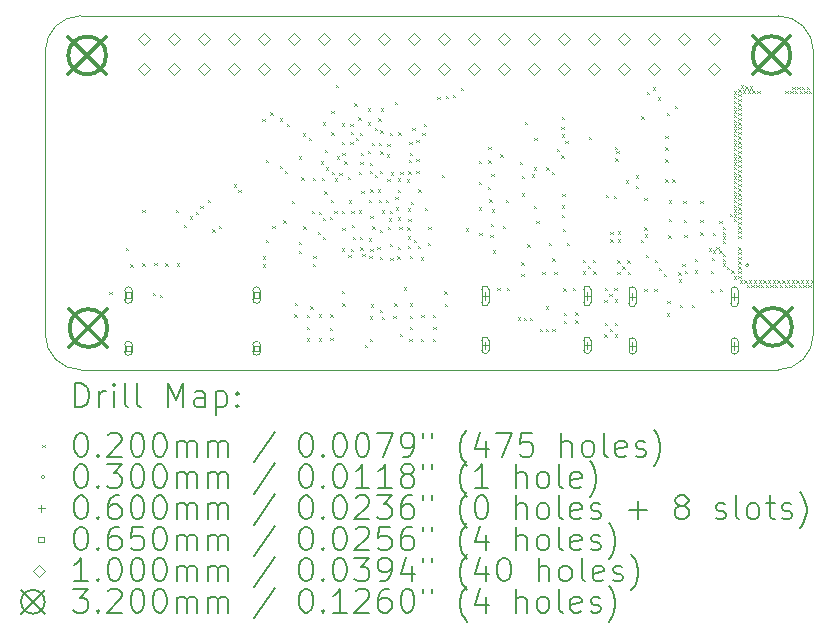
<source format=gbr>
%TF.GenerationSoftware,KiCad,Pcbnew,8.0.6*%
%TF.CreationDate,2024-11-16T22:08:29-08:00*%
%TF.ProjectId,SYNC-VT,53594e43-2d56-4542-9e6b-696361645f70,rev?*%
%TF.SameCoordinates,Original*%
%TF.FileFunction,Drillmap*%
%TF.FilePolarity,Positive*%
%FSLAX45Y45*%
G04 Gerber Fmt 4.5, Leading zero omitted, Abs format (unit mm)*
G04 Created by KiCad (PCBNEW 8.0.6) date 2024-11-16 22:08:29*
%MOMM*%
%LPD*%
G01*
G04 APERTURE LIST*
%ADD10C,0.100000*%
%ADD11C,0.010000*%
%ADD12C,0.200000*%
%ADD13C,0.320000*%
G04 APERTURE END LIST*
D10*
X14887000Y-6163000D02*
G75*
G02*
X14587000Y-6463000I-300000J0D01*
G01*
X14587000Y-3466000D02*
G75*
G02*
X14887000Y-3766000I0J-300000D01*
G01*
X8683000Y-6463000D02*
G75*
G02*
X8383000Y-6163000I0J300000D01*
G01*
X8383000Y-3766000D02*
G75*
G02*
X8683000Y-3466000I300000J0D01*
G01*
X14587000Y-6463000D02*
X8683000Y-6463000D01*
X14887000Y-3766000D02*
X14887000Y-6163000D01*
X8683000Y-3466000D02*
X14587000Y-3466000D01*
X8383000Y-6163000D02*
X8383000Y-3766000D01*
D11*
X9054500Y-5831500D02*
X9054500Y-5793500D01*
X9054500Y-5869500D02*
X9054500Y-5831500D01*
X9054500Y-6281500D02*
X9054500Y-6253500D01*
X9054500Y-6309500D02*
X9054500Y-6281500D01*
X9119500Y-5793500D02*
X9119500Y-5831500D01*
X9119500Y-5831500D02*
X9119500Y-5869500D01*
X9119500Y-6253500D02*
X9119500Y-6281500D01*
X9119500Y-6281500D02*
X9119500Y-6309500D01*
X10139500Y-5831500D02*
X10139500Y-5793500D01*
X10139500Y-5869500D02*
X10139500Y-5831500D01*
X10139500Y-6281500D02*
X10139500Y-6253500D01*
X10139500Y-6309500D02*
X10139500Y-6281500D01*
X10204500Y-5793500D02*
X10204500Y-5831500D01*
X10204500Y-5831500D02*
X10204500Y-5869500D01*
X10204500Y-6253500D02*
X10204500Y-6281500D01*
X10204500Y-6281500D02*
X10204500Y-6309500D01*
X9054500Y-5793500D02*
G75*
G02*
X9087000Y-5761500I32250J-250D01*
G01*
X9054500Y-6253500D02*
G75*
G02*
X9087000Y-6221500I32250J-250D01*
G01*
X9087000Y-5761500D02*
G75*
G02*
X9119500Y-5793500I250J-32250D01*
G01*
X9087000Y-5901500D02*
G75*
G02*
X9054500Y-5869500I-250J32250D01*
G01*
X9087000Y-6221500D02*
G75*
G02*
X9119500Y-6253500I250J-32250D01*
G01*
X9087000Y-6341500D02*
G75*
G02*
X9054500Y-6309500I-250J32250D01*
G01*
X9119500Y-5869500D02*
G75*
G02*
X9087000Y-5901500I-32250J250D01*
G01*
X9119500Y-6309500D02*
G75*
G02*
X9087000Y-6341500I-32250J250D01*
G01*
X10139500Y-5793500D02*
G75*
G02*
X10172000Y-5761500I32250J-250D01*
G01*
X10139500Y-6253500D02*
G75*
G02*
X10172000Y-6221500I32250J-250D01*
G01*
X10172000Y-5761500D02*
G75*
G02*
X10204500Y-5793500I250J-32250D01*
G01*
X10172000Y-5901500D02*
G75*
G02*
X10139500Y-5869500I-250J32250D01*
G01*
X10172000Y-6221500D02*
G75*
G02*
X10204500Y-6253500I250J-32250D01*
G01*
X10172000Y-6341500D02*
G75*
G02*
X10139500Y-6309500I-250J32250D01*
G01*
X10204500Y-5869500D02*
G75*
G02*
X10172000Y-5901500I-32250J250D01*
G01*
X10204500Y-6309500D02*
G75*
G02*
X10172000Y-6341500I-32250J250D01*
G01*
D12*
D10*
X8925000Y-5802000D02*
X8945000Y-5822000D01*
X8945000Y-5802000D02*
X8925000Y-5822000D01*
X9066000Y-5433000D02*
X9086000Y-5453000D01*
X9086000Y-5433000D02*
X9066000Y-5453000D01*
X9102000Y-5571000D02*
X9122000Y-5591000D01*
X9122000Y-5571000D02*
X9102000Y-5591000D01*
X9205000Y-5110000D02*
X9225000Y-5130000D01*
X9225000Y-5110000D02*
X9205000Y-5130000D01*
X9206000Y-5561000D02*
X9226000Y-5581000D01*
X9226000Y-5561000D02*
X9206000Y-5581000D01*
X9295117Y-5810913D02*
X9315117Y-5830913D01*
X9315117Y-5810913D02*
X9295117Y-5830913D01*
X9307000Y-5559000D02*
X9327000Y-5579000D01*
X9327000Y-5559000D02*
X9307000Y-5579000D01*
X9352000Y-5830000D02*
X9372000Y-5850000D01*
X9372000Y-5830000D02*
X9352000Y-5850000D01*
X9399000Y-5561000D02*
X9419000Y-5581000D01*
X9419000Y-5561000D02*
X9399000Y-5581000D01*
X9491000Y-5107000D02*
X9511000Y-5127000D01*
X9511000Y-5107000D02*
X9491000Y-5127000D01*
X9495000Y-5561000D02*
X9515000Y-5581000D01*
X9515000Y-5561000D02*
X9495000Y-5581000D01*
X9557000Y-5234000D02*
X9577000Y-5254000D01*
X9577000Y-5234000D02*
X9557000Y-5254000D01*
X9609000Y-5165000D02*
X9629000Y-5185000D01*
X9629000Y-5165000D02*
X9609000Y-5185000D01*
X9656000Y-5124000D02*
X9676000Y-5144000D01*
X9676000Y-5124000D02*
X9656000Y-5144000D01*
X9697000Y-5076000D02*
X9717000Y-5096000D01*
X9717000Y-5076000D02*
X9697000Y-5096000D01*
X9760000Y-5027000D02*
X9780000Y-5047000D01*
X9780000Y-5027000D02*
X9760000Y-5047000D01*
X9799000Y-5275000D02*
X9819000Y-5295000D01*
X9819000Y-5275000D02*
X9799000Y-5295000D01*
X9852000Y-5244500D02*
X9872000Y-5264500D01*
X9872000Y-5244500D02*
X9852000Y-5264500D01*
X9979006Y-4892562D02*
X9999006Y-4912562D01*
X9999006Y-4892562D02*
X9979006Y-4912562D01*
X10017000Y-4939000D02*
X10037000Y-4959000D01*
X10037000Y-4939000D02*
X10017000Y-4959000D01*
X10222000Y-4341000D02*
X10242000Y-4361000D01*
X10242000Y-4341000D02*
X10222000Y-4361000D01*
X10226002Y-5502002D02*
X10246002Y-5522002D01*
X10246002Y-5502002D02*
X10226002Y-5522002D01*
X10227002Y-5570002D02*
X10247002Y-5590002D01*
X10247002Y-5570002D02*
X10227002Y-5590002D01*
X10252500Y-4685000D02*
X10272500Y-4705000D01*
X10272500Y-4685000D02*
X10252500Y-4705000D01*
X10253002Y-5365500D02*
X10273002Y-5385500D01*
X10273002Y-5365500D02*
X10253002Y-5385500D01*
X10288960Y-4283460D02*
X10308960Y-4303460D01*
X10308960Y-4283460D02*
X10288960Y-4303460D01*
X10304148Y-5244500D02*
X10324148Y-5264500D01*
X10324148Y-5244500D02*
X10304148Y-5264500D01*
X10368222Y-4737096D02*
X10388222Y-4757096D01*
X10388222Y-4737096D02*
X10368222Y-4757096D01*
X10371585Y-4333771D02*
X10391585Y-4353771D01*
X10391585Y-4333771D02*
X10371585Y-4353771D01*
X10397839Y-5199500D02*
X10417839Y-5219500D01*
X10417839Y-5199500D02*
X10397839Y-5219500D01*
X10413000Y-4777000D02*
X10433000Y-4797000D01*
X10433000Y-4777000D02*
X10413000Y-4797000D01*
X10425844Y-4383271D02*
X10445844Y-4403271D01*
X10445844Y-4383271D02*
X10425844Y-4403271D01*
X10470228Y-5031500D02*
X10490228Y-5051500D01*
X10490228Y-5031500D02*
X10470228Y-5051500D01*
X10493002Y-5995002D02*
X10513002Y-6015002D01*
X10513002Y-5995002D02*
X10493002Y-6015002D01*
X10495002Y-5897002D02*
X10515002Y-5917002D01*
X10515002Y-5897002D02*
X10495002Y-5917002D01*
X10531000Y-5378000D02*
X10551000Y-5398000D01*
X10551000Y-5378000D02*
X10531000Y-5398000D01*
X10531000Y-5457000D02*
X10551000Y-5477000D01*
X10551000Y-5457000D02*
X10531000Y-5477000D01*
X10532000Y-4656000D02*
X10552000Y-4676000D01*
X10552000Y-4656000D02*
X10532000Y-4676000D01*
X10552501Y-4832498D02*
X10572501Y-4852498D01*
X10572501Y-4832498D02*
X10552501Y-4852498D01*
X10564624Y-4460413D02*
X10584624Y-4480413D01*
X10584624Y-4460413D02*
X10564624Y-4480413D01*
X10568207Y-5249352D02*
X10588207Y-5269352D01*
X10588207Y-5249352D02*
X10568207Y-5269352D01*
X10596002Y-5996002D02*
X10616002Y-6016002D01*
X10616002Y-5996002D02*
X10596002Y-6016002D01*
X10597002Y-6197002D02*
X10617002Y-6217002D01*
X10617002Y-6197002D02*
X10597002Y-6217002D01*
X10599002Y-6099002D02*
X10619002Y-6119002D01*
X10619002Y-6099002D02*
X10599002Y-6119002D01*
X10612000Y-4502000D02*
X10632000Y-4522000D01*
X10632000Y-4502000D02*
X10612000Y-4522000D01*
X10628224Y-5924712D02*
X10648224Y-5944712D01*
X10648224Y-5924712D02*
X10628224Y-5944712D01*
X10640846Y-5115500D02*
X10660846Y-5135500D01*
X10660846Y-5115500D02*
X10640846Y-5135500D01*
X10648000Y-5565000D02*
X10668000Y-5585000D01*
X10668000Y-5565000D02*
X10648000Y-5585000D01*
X10649802Y-4836493D02*
X10669802Y-4856493D01*
X10669802Y-4836493D02*
X10649802Y-4856493D01*
X10654000Y-5499000D02*
X10674000Y-5519000D01*
X10674000Y-5499000D02*
X10654000Y-5519000D01*
X10691000Y-5296000D02*
X10711000Y-5316000D01*
X10711000Y-5296000D02*
X10691000Y-5316000D01*
X10699002Y-6196002D02*
X10719002Y-6216002D01*
X10719002Y-6196002D02*
X10699002Y-6216002D01*
X10701002Y-5993002D02*
X10721002Y-6013002D01*
X10721002Y-5993002D02*
X10701002Y-6013002D01*
X10701626Y-5126271D02*
X10721626Y-5146271D01*
X10721626Y-5126271D02*
X10701626Y-5146271D01*
X10717738Y-4699670D02*
X10737738Y-4719670D01*
X10737738Y-4699670D02*
X10717738Y-4719670D01*
X10725909Y-4835823D02*
X10745909Y-4855823D01*
X10745909Y-4835823D02*
X10725909Y-4855823D01*
X10731000Y-5336000D02*
X10751000Y-5356000D01*
X10751000Y-5336000D02*
X10731000Y-5356000D01*
X10732233Y-4368000D02*
X10752233Y-4388000D01*
X10752233Y-4368000D02*
X10732233Y-4388000D01*
X10733563Y-5177066D02*
X10753563Y-5197066D01*
X10753563Y-5177066D02*
X10733563Y-5197066D01*
X10747146Y-4953823D02*
X10767146Y-4973823D01*
X10767146Y-4953823D02*
X10747146Y-4973823D01*
X10751000Y-4603000D02*
X10771000Y-4623000D01*
X10771000Y-4603000D02*
X10751000Y-4623000D01*
X10757055Y-4749344D02*
X10777055Y-4769344D01*
X10777055Y-4749344D02*
X10757055Y-4769344D01*
X10792475Y-6106408D02*
X10812475Y-6126408D01*
X10812475Y-6106408D02*
X10792475Y-6126408D01*
X10792900Y-5168168D02*
X10812900Y-5188168D01*
X10812900Y-5168168D02*
X10792900Y-5188168D01*
X10797002Y-5995002D02*
X10817002Y-6015002D01*
X10817002Y-5995002D02*
X10797002Y-6015002D01*
X10797002Y-6195002D02*
X10817002Y-6215002D01*
X10817002Y-6195002D02*
X10797002Y-6215002D01*
X10801870Y-5026835D02*
X10821870Y-5046835D01*
X10821870Y-5026835D02*
X10801870Y-5046835D01*
X10803545Y-4270490D02*
X10823545Y-4290490D01*
X10823545Y-4270490D02*
X10803545Y-4290490D01*
X10804500Y-4452746D02*
X10824500Y-4472746D01*
X10824500Y-4452746D02*
X10804500Y-4472746D01*
X10806596Y-4788000D02*
X10826596Y-4808000D01*
X10826596Y-4788000D02*
X10806596Y-4808000D01*
X10830567Y-5115835D02*
X10850567Y-5135835D01*
X10850567Y-5115835D02*
X10830567Y-5135835D01*
X10834732Y-4840994D02*
X10854732Y-4860994D01*
X10854732Y-4840994D02*
X10834732Y-4860994D01*
X10843622Y-4048500D02*
X10863622Y-4068500D01*
X10863622Y-4048500D02*
X10843622Y-4068500D01*
X10849000Y-4657000D02*
X10869000Y-4677000D01*
X10869000Y-4657000D02*
X10849000Y-4677000D01*
X10874000Y-4795000D02*
X10894000Y-4815000D01*
X10894000Y-4795000D02*
X10874000Y-4815000D01*
X10892000Y-5115835D02*
X10912000Y-5135835D01*
X10912000Y-5115835D02*
X10892000Y-5135835D01*
X10893888Y-4378241D02*
X10913888Y-4398241D01*
X10913888Y-4378241D02*
X10893888Y-4398241D01*
X10894000Y-4535000D02*
X10914000Y-4555000D01*
X10914000Y-4535000D02*
X10894000Y-4555000D01*
X10894375Y-5435448D02*
X10914375Y-5455448D01*
X10914375Y-5435448D02*
X10894375Y-5455448D01*
X10896002Y-5797002D02*
X10916002Y-5817002D01*
X10916002Y-5797002D02*
X10896002Y-5817002D01*
X10898840Y-5264105D02*
X10918840Y-5284105D01*
X10918840Y-5264105D02*
X10898840Y-5284105D01*
X10899002Y-5902002D02*
X10919002Y-5922002D01*
X10919002Y-5902002D02*
X10899002Y-5922002D01*
X10899391Y-4626391D02*
X10919391Y-4646391D01*
X10919391Y-4626391D02*
X10899391Y-4646391D01*
X10914000Y-4697000D02*
X10934000Y-4717000D01*
X10934000Y-4697000D02*
X10914000Y-4717000D01*
X10942775Y-4828770D02*
X10962775Y-4848770D01*
X10962775Y-4828770D02*
X10942775Y-4848770D01*
X10949294Y-5492182D02*
X10969294Y-5512182D01*
X10969294Y-5492182D02*
X10949294Y-5512182D01*
X10954693Y-5028864D02*
X10974693Y-5048864D01*
X10974693Y-5028864D02*
X10954693Y-5048864D01*
X10964620Y-4382462D02*
X10984620Y-4402462D01*
X10984620Y-4382462D02*
X10964620Y-4402462D01*
X10965000Y-4535000D02*
X10985000Y-4555000D01*
X10985000Y-4535000D02*
X10965000Y-4555000D01*
X10972000Y-4450000D02*
X10992000Y-4470000D01*
X10992000Y-4450000D02*
X10972000Y-4470000D01*
X10972002Y-5436592D02*
X10992002Y-5456592D01*
X10992002Y-5436592D02*
X10972002Y-5456592D01*
X10974706Y-5117836D02*
X10994706Y-5137836D01*
X10994706Y-5117836D02*
X10974706Y-5137836D01*
X10976642Y-5237500D02*
X10996642Y-5257500D01*
X10996642Y-5237500D02*
X10976642Y-5257500D01*
X10986049Y-5337500D02*
X11006049Y-5357500D01*
X11006049Y-5337500D02*
X10986049Y-5357500D01*
X10998243Y-4207840D02*
X11018243Y-4227840D01*
X11018243Y-4207840D02*
X10998243Y-4227840D01*
X11012000Y-4497000D02*
X11032000Y-4517000D01*
X11032000Y-4497000D02*
X11012000Y-4517000D01*
X11034122Y-4325507D02*
X11054122Y-4345507D01*
X11054122Y-4325507D02*
X11034122Y-4345507D01*
X11038297Y-5114770D02*
X11058297Y-5134770D01*
X11058297Y-5114770D02*
X11038297Y-5134770D01*
X11039000Y-4789000D02*
X11059000Y-4809000D01*
X11059000Y-4789000D02*
X11039000Y-4809000D01*
X11046205Y-5337376D02*
X11066205Y-5357376D01*
X11066205Y-5337376D02*
X11046205Y-5357376D01*
X11047000Y-4455000D02*
X11067000Y-4475000D01*
X11067000Y-4455000D02*
X11047000Y-4475000D01*
X11050000Y-4700000D02*
X11070000Y-4720000D01*
X11070000Y-4700000D02*
X11050000Y-4720000D01*
X11050104Y-5426376D02*
X11070104Y-5446376D01*
X11070104Y-5426376D02*
X11050104Y-5446376D01*
X11053000Y-4624000D02*
X11073000Y-4644000D01*
X11073000Y-4624000D02*
X11053000Y-4644000D01*
X11058000Y-4947000D02*
X11078000Y-4967000D01*
X11078000Y-4947000D02*
X11058000Y-4967000D01*
X11067585Y-5483773D02*
X11087585Y-5503773D01*
X11087585Y-5483773D02*
X11067585Y-5503773D01*
X11090002Y-6253002D02*
X11110002Y-6273002D01*
X11110002Y-6253002D02*
X11090002Y-6273002D01*
X11111993Y-4611311D02*
X11131993Y-4631311D01*
X11131993Y-4611311D02*
X11111993Y-4631311D01*
X11112000Y-4251000D02*
X11132000Y-4271000D01*
X11132000Y-4251000D02*
X11112000Y-4271000D01*
X11116626Y-4367090D02*
X11136626Y-4387090D01*
X11136626Y-4367090D02*
X11116626Y-4387090D01*
X11124257Y-5024985D02*
X11144257Y-5044985D01*
X11144257Y-5024985D02*
X11124257Y-5044985D01*
X11124540Y-5349359D02*
X11144540Y-5369359D01*
X11144540Y-5349359D02*
X11124540Y-5369359D01*
X11125763Y-5498446D02*
X11145763Y-5518446D01*
X11145763Y-5498446D02*
X11125763Y-5518446D01*
X11131570Y-6201371D02*
X11151570Y-6221371D01*
X11151570Y-6201371D02*
X11131570Y-6221371D01*
X11132000Y-4778000D02*
X11152000Y-4798000D01*
X11152000Y-4778000D02*
X11132000Y-4798000D01*
X11132363Y-6011729D02*
X11152363Y-6031729D01*
X11152363Y-6011729D02*
X11132363Y-6031729D01*
X11132883Y-4711310D02*
X11152883Y-4731310D01*
X11152883Y-4711310D02*
X11132883Y-4731310D01*
X11133814Y-5438359D02*
X11153814Y-5458359D01*
X11153814Y-5438359D02*
X11133814Y-5458359D01*
X11133908Y-5160882D02*
X11153908Y-5180882D01*
X11153908Y-5160882D02*
X11133908Y-5180882D01*
X11135230Y-4935985D02*
X11155230Y-4955985D01*
X11155230Y-4935985D02*
X11135230Y-4955985D01*
X11140930Y-5908255D02*
X11160930Y-5928255D01*
X11160930Y-5908255D02*
X11140930Y-5928255D01*
X11149623Y-4543913D02*
X11169623Y-4563913D01*
X11169623Y-4543913D02*
X11149623Y-4563913D01*
X11152466Y-5249882D02*
X11172466Y-5269882D01*
X11172466Y-5249882D02*
X11152466Y-5269882D01*
X11171000Y-4416000D02*
X11191000Y-4436000D01*
X11191000Y-4416000D02*
X11171000Y-4436000D01*
X11174000Y-4813954D02*
X11194000Y-4833954D01*
X11194000Y-4813954D02*
X11174000Y-4833954D01*
X11193543Y-5425000D02*
X11213543Y-5445000D01*
X11213543Y-5425000D02*
X11193543Y-5445000D01*
X11196981Y-4935985D02*
X11216981Y-4955985D01*
X11216981Y-4935985D02*
X11196981Y-4955985D01*
X11204000Y-4333000D02*
X11224000Y-4353000D01*
X11224000Y-4333000D02*
X11204000Y-4353000D01*
X11205529Y-5024985D02*
X11225529Y-5044985D01*
X11225529Y-5024985D02*
X11205529Y-5044985D01*
X11209581Y-4541651D02*
X11229581Y-4561651D01*
X11229581Y-4541651D02*
X11209581Y-4561651D01*
X11214022Y-5278578D02*
X11234022Y-5298578D01*
X11234022Y-5278578D02*
X11214022Y-5298578D01*
X11214763Y-5509153D02*
X11234763Y-5529153D01*
X11234763Y-5509153D02*
X11214763Y-5529153D01*
X11216000Y-4780000D02*
X11236000Y-4800000D01*
X11236000Y-4780000D02*
X11216000Y-4800000D01*
X11216674Y-5955558D02*
X11236674Y-5975558D01*
X11236674Y-5955558D02*
X11216674Y-5975558D01*
X11218410Y-4615275D02*
X11238410Y-4635275D01*
X11238410Y-4615275D02*
X11218410Y-4635275D01*
X11221114Y-4434954D02*
X11241114Y-4454954D01*
X11241114Y-4434954D02*
X11221114Y-4454954D01*
X11221500Y-4248808D02*
X11241500Y-4268808D01*
X11241500Y-4248808D02*
X11221500Y-4268808D01*
X11234002Y-6013002D02*
X11254002Y-6033002D01*
X11254002Y-6013002D02*
X11234002Y-6033002D01*
X11235020Y-5114770D02*
X11255020Y-5134770D01*
X11255020Y-5114770D02*
X11235020Y-5134770D01*
X11269016Y-5024985D02*
X11289016Y-5044985D01*
X11289016Y-5024985D02*
X11269016Y-5044985D01*
X11277404Y-4639702D02*
X11297404Y-4659702D01*
X11297404Y-4639702D02*
X11277404Y-4659702D01*
X11279506Y-4846034D02*
X11299506Y-4866034D01*
X11299506Y-4846034D02*
X11279506Y-4866034D01*
X11279769Y-4550702D02*
X11299769Y-4570702D01*
X11299769Y-4550702D02*
X11279769Y-4570702D01*
X11286000Y-5254000D02*
X11306000Y-5274000D01*
X11306000Y-5254000D02*
X11286000Y-5274000D01*
X11290000Y-5182000D02*
X11310000Y-5202000D01*
X11310000Y-5182000D02*
X11290000Y-5202000D01*
X11297831Y-4456240D02*
X11317831Y-4476240D01*
X11317831Y-4456240D02*
X11297831Y-4476240D01*
X11298256Y-5118952D02*
X11318256Y-5138952D01*
X11318256Y-5118952D02*
X11298256Y-5138952D01*
X11298736Y-5397811D02*
X11318736Y-5417811D01*
X11318736Y-5397811D02*
X11298736Y-5417811D01*
X11305307Y-5514131D02*
X11325307Y-5534131D01*
X11325307Y-5514131D02*
X11305307Y-5534131D01*
X11307041Y-4792724D02*
X11327041Y-4812724D01*
X11327041Y-4792724D02*
X11307041Y-4812724D01*
X11328502Y-6005540D02*
X11348502Y-6025540D01*
X11348502Y-6005540D02*
X11328502Y-6025540D01*
X11337937Y-5900002D02*
X11357937Y-5920002D01*
X11357937Y-5900002D02*
X11337937Y-5920002D01*
X11345000Y-4192500D02*
X11365000Y-4212500D01*
X11365000Y-4192500D02*
X11345000Y-4212500D01*
X11346254Y-4997813D02*
X11366254Y-5017813D01*
X11366254Y-4997813D02*
X11346254Y-5017813D01*
X11352500Y-5088102D02*
X11372500Y-5108102D01*
X11372500Y-5088102D02*
X11352500Y-5108102D01*
X11364005Y-5501698D02*
X11384005Y-5521698D01*
X11384005Y-5501698D02*
X11364005Y-5521698D01*
X11366000Y-5174000D02*
X11386000Y-5194000D01*
X11386000Y-5174000D02*
X11366000Y-5194000D01*
X11368495Y-4842010D02*
X11388495Y-4862010D01*
X11388495Y-4842010D02*
X11368495Y-4862010D01*
X11369000Y-4942000D02*
X11389000Y-4962000D01*
X11389000Y-4942000D02*
X11369000Y-4962000D01*
X11369002Y-5425002D02*
X11389002Y-5445002D01*
X11389002Y-5425002D02*
X11369002Y-5445002D01*
X11372500Y-4454302D02*
X11392500Y-4474302D01*
X11392500Y-4454302D02*
X11372500Y-4474302D01*
X11381000Y-5255000D02*
X11401000Y-5275000D01*
X11401000Y-5255000D02*
X11381000Y-5275000D01*
X11384022Y-6156871D02*
X11404022Y-6176871D01*
X11404022Y-6156871D02*
X11384022Y-6176871D01*
X11390008Y-4785999D02*
X11410008Y-4805999D01*
X11410008Y-4785999D02*
X11390008Y-4805999D01*
X11417002Y-5765260D02*
X11437002Y-5785260D01*
X11437002Y-5765260D02*
X11417002Y-5785260D01*
X11446000Y-4851000D02*
X11466000Y-4871000D01*
X11466000Y-4851000D02*
X11446000Y-4871000D01*
X11450000Y-5257000D02*
X11470000Y-5277000D01*
X11470000Y-5257000D02*
X11450000Y-5277000D01*
X11451001Y-5097002D02*
X11471001Y-5117002D01*
X11471001Y-5097002D02*
X11451001Y-5117002D01*
X11452000Y-5332000D02*
X11472000Y-5352000D01*
X11472000Y-5332000D02*
X11452000Y-5352000D01*
X11455002Y-5415002D02*
X11475002Y-5435002D01*
X11475002Y-5415002D02*
X11455002Y-5435002D01*
X11456000Y-5183000D02*
X11476000Y-5203000D01*
X11476000Y-5183000D02*
X11456000Y-5203000D01*
X11457000Y-4784000D02*
X11477000Y-4804000D01*
X11477000Y-4784000D02*
X11457000Y-4804000D01*
X11463822Y-4683855D02*
X11483822Y-4703855D01*
X11483822Y-4683855D02*
X11463822Y-4703855D01*
X11463871Y-4533000D02*
X11483871Y-4553000D01*
X11483871Y-4533000D02*
X11463871Y-4553000D01*
X11466134Y-6199086D02*
X11486134Y-6219086D01*
X11486134Y-6199086D02*
X11466134Y-6219086D01*
X11468000Y-4624000D02*
X11488000Y-4644000D01*
X11488000Y-4624000D02*
X11468000Y-4644000D01*
X11468002Y-6099002D02*
X11488002Y-6119002D01*
X11488002Y-6099002D02*
X11468002Y-6119002D01*
X11470502Y-5496998D02*
X11490502Y-5516998D01*
X11490502Y-5496998D02*
X11470502Y-5516998D01*
X11470502Y-5899333D02*
X11490502Y-5919333D01*
X11490502Y-5899333D02*
X11470502Y-5919333D01*
X11470502Y-6008569D02*
X11490502Y-6028569D01*
X11490502Y-6008569D02*
X11470502Y-6028569D01*
X11479096Y-5043985D02*
X11499096Y-5063985D01*
X11499096Y-5043985D02*
X11479096Y-5063985D01*
X11491000Y-4417000D02*
X11511000Y-4437000D01*
X11511000Y-4417000D02*
X11491000Y-4437000D01*
X11504189Y-5364515D02*
X11524189Y-5384515D01*
X11524189Y-5364515D02*
X11504189Y-5384515D01*
X11523406Y-4515500D02*
X11543406Y-4535500D01*
X11543406Y-4515500D02*
X11523406Y-4535500D01*
X11524034Y-4780034D02*
X11544034Y-4800034D01*
X11544034Y-4780034D02*
X11524034Y-4800034D01*
X11524487Y-4677552D02*
X11544487Y-4697552D01*
X11544487Y-4677552D02*
X11524487Y-4697552D01*
X11535000Y-5416000D02*
X11555000Y-5436000D01*
X11555000Y-5416000D02*
X11535000Y-5436000D01*
X11541000Y-4936000D02*
X11561000Y-4956000D01*
X11561000Y-4936000D02*
X11541000Y-4956000D01*
X11562000Y-5512000D02*
X11582000Y-5532000D01*
X11582000Y-5512000D02*
X11562000Y-5532000D01*
X11565002Y-6198682D02*
X11585002Y-6218682D01*
X11585002Y-6198682D02*
X11565002Y-6218682D01*
X11568002Y-5999002D02*
X11588002Y-6019002D01*
X11588002Y-5999002D02*
X11568002Y-6019002D01*
X11575500Y-4456433D02*
X11595500Y-4476433D01*
X11595500Y-4456433D02*
X11575500Y-4476433D01*
X11587679Y-4379992D02*
X11607679Y-4399992D01*
X11607679Y-4379992D02*
X11587679Y-4399992D01*
X11594028Y-5090028D02*
X11614028Y-5110028D01*
X11614028Y-5090028D02*
X11594028Y-5110028D01*
X11620534Y-5390534D02*
X11640534Y-5410534D01*
X11640534Y-5390534D02*
X11620534Y-5410534D01*
X11627034Y-5253034D02*
X11647034Y-5273034D01*
X11647034Y-5253034D02*
X11627034Y-5273034D01*
X11663633Y-6198682D02*
X11683633Y-6218682D01*
X11683633Y-6198682D02*
X11663633Y-6218682D01*
X11666002Y-5998002D02*
X11686002Y-6018002D01*
X11686002Y-5998002D02*
X11666002Y-6018002D01*
X11668002Y-6099002D02*
X11688002Y-6119002D01*
X11688002Y-6099002D02*
X11668002Y-6119002D01*
X11702109Y-4152549D02*
X11722109Y-4172549D01*
X11722109Y-4152549D02*
X11702109Y-4172549D01*
X11741500Y-4811000D02*
X11761500Y-4831000D01*
X11761500Y-4811000D02*
X11741500Y-4831000D01*
X11762002Y-5798002D02*
X11782002Y-5818002D01*
X11782002Y-5798002D02*
X11762002Y-5818002D01*
X11765002Y-5903002D02*
X11785002Y-5923002D01*
X11785002Y-5903002D02*
X11765002Y-5923002D01*
X11771924Y-4144690D02*
X11791924Y-4164690D01*
X11791924Y-4144690D02*
X11771924Y-4164690D01*
X11831232Y-4135816D02*
X11851232Y-4155816D01*
X11851232Y-4135816D02*
X11831232Y-4155816D01*
X11898815Y-4077586D02*
X11918815Y-4097586D01*
X11918815Y-4077586D02*
X11898815Y-4097586D01*
X11944000Y-5265000D02*
X11964000Y-5285000D01*
X11964000Y-5265000D02*
X11944000Y-5285000D01*
X12054849Y-4695418D02*
X12074849Y-4715418D01*
X12074849Y-4695418D02*
X12054849Y-4715418D01*
X12054849Y-4870259D02*
X12074849Y-4890259D01*
X12074849Y-4870259D02*
X12054849Y-4890259D01*
X12056000Y-5087241D02*
X12076000Y-5107241D01*
X12076000Y-5087241D02*
X12056000Y-5107241D01*
X12057162Y-5305765D02*
X12077162Y-5325765D01*
X12077162Y-5305765D02*
X12057162Y-5325765D01*
X12128000Y-4913000D02*
X12148000Y-4933000D01*
X12148000Y-4913000D02*
X12128000Y-4933000D01*
X12134000Y-4576000D02*
X12154000Y-4596000D01*
X12154000Y-4576000D02*
X12134000Y-4596000D01*
X12135000Y-4689000D02*
X12155000Y-4709000D01*
X12155000Y-4689000D02*
X12135000Y-4709000D01*
X12142000Y-5021000D02*
X12162000Y-5041000D01*
X12162000Y-5021000D02*
X12142000Y-5041000D01*
X12152614Y-5320382D02*
X12172614Y-5340382D01*
X12172614Y-5320382D02*
X12152614Y-5340382D01*
X12156466Y-5227534D02*
X12176466Y-5247534D01*
X12176466Y-5227534D02*
X12156466Y-5247534D01*
X12159000Y-4804000D02*
X12179000Y-4824000D01*
X12179000Y-4804000D02*
X12159000Y-4824000D01*
X12165631Y-5104369D02*
X12185631Y-5124369D01*
X12185631Y-5104369D02*
X12165631Y-5124369D01*
X12173000Y-5451000D02*
X12193000Y-5471000D01*
X12193000Y-5451000D02*
X12173000Y-5471000D01*
X12210000Y-5770500D02*
X12230000Y-5790500D01*
X12230000Y-5770500D02*
X12210000Y-5790500D01*
X12237000Y-4638000D02*
X12257000Y-4658000D01*
X12257000Y-4638000D02*
X12237000Y-4658000D01*
X12259620Y-5243000D02*
X12279620Y-5263000D01*
X12279620Y-5243000D02*
X12259620Y-5263000D01*
X12284000Y-5023000D02*
X12304000Y-5043000D01*
X12304000Y-5023000D02*
X12284000Y-5043000D01*
X12293000Y-5770000D02*
X12313000Y-5790000D01*
X12313000Y-5770000D02*
X12293000Y-5790000D01*
X12384000Y-6020000D02*
X12404000Y-6040000D01*
X12404000Y-6020000D02*
X12384000Y-6040000D01*
X12402740Y-4701356D02*
X12422740Y-4721356D01*
X12422740Y-4701356D02*
X12402740Y-4721356D01*
X12414000Y-5555000D02*
X12434000Y-5575000D01*
X12434000Y-5555000D02*
X12414000Y-5575000D01*
X12414000Y-5651000D02*
X12434000Y-5671000D01*
X12434000Y-5651000D02*
X12414000Y-5671000D01*
X12416000Y-4822000D02*
X12436000Y-4842000D01*
X12436000Y-4822000D02*
X12416000Y-4842000D01*
X12416000Y-4970000D02*
X12436000Y-4990000D01*
X12436000Y-4970000D02*
X12416000Y-4990000D01*
X12436250Y-6021500D02*
X12456250Y-6041500D01*
X12456250Y-6021500D02*
X12436250Y-6041500D01*
X12446000Y-4362000D02*
X12466000Y-4382000D01*
X12466000Y-4362000D02*
X12446000Y-4382000D01*
X12466000Y-5401000D02*
X12486000Y-5421000D01*
X12486000Y-5401000D02*
X12466000Y-5421000D01*
X12487000Y-6021000D02*
X12507000Y-6041000D01*
X12507000Y-6021000D02*
X12487000Y-6041000D01*
X12505000Y-4809000D02*
X12525000Y-4829000D01*
X12525000Y-4809000D02*
X12505000Y-4829000D01*
X12518846Y-4747859D02*
X12538846Y-4767859D01*
X12538846Y-4747859D02*
X12518846Y-4767859D01*
X12522000Y-5073000D02*
X12542000Y-5093000D01*
X12542000Y-5073000D02*
X12522000Y-5093000D01*
X12525199Y-4500071D02*
X12545199Y-4520071D01*
X12545199Y-4500071D02*
X12525199Y-4520071D01*
X12542000Y-5202000D02*
X12562000Y-5222000D01*
X12562000Y-5202000D02*
X12542000Y-5222000D01*
X12571000Y-6116000D02*
X12591000Y-6136000D01*
X12591000Y-6116000D02*
X12571000Y-6136000D01*
X12592000Y-5636000D02*
X12612000Y-5656000D01*
X12612000Y-5636000D02*
X12592000Y-5656000D01*
X12622000Y-6116000D02*
X12642000Y-6136000D01*
X12642000Y-6116000D02*
X12622000Y-6136000D01*
X12623000Y-5927000D02*
X12643000Y-5947000D01*
X12643000Y-5927000D02*
X12623000Y-5947000D01*
X12624707Y-4747792D02*
X12644707Y-4767792D01*
X12644707Y-4747792D02*
X12624707Y-4767792D01*
X12644000Y-5388500D02*
X12664000Y-5408500D01*
X12664000Y-5388500D02*
X12644000Y-5408500D01*
X12671000Y-4789000D02*
X12691000Y-4809000D01*
X12691000Y-4789000D02*
X12671000Y-4809000D01*
X12675000Y-5518500D02*
X12695000Y-5538500D01*
X12695000Y-5518500D02*
X12675000Y-5538500D01*
X12677000Y-6116000D02*
X12697000Y-6136000D01*
X12697000Y-6116000D02*
X12677000Y-6136000D01*
X12694000Y-5636000D02*
X12714000Y-5656000D01*
X12714000Y-5636000D02*
X12694000Y-5656000D01*
X12716919Y-4591469D02*
X12736919Y-4611469D01*
X12736919Y-4591469D02*
X12716919Y-4611469D01*
X12751000Y-4649000D02*
X12771000Y-4669000D01*
X12771000Y-4649000D02*
X12751000Y-4669000D01*
X12753000Y-4409000D02*
X12773000Y-4429000D01*
X12773000Y-4409000D02*
X12753000Y-4429000D01*
X12754000Y-5149000D02*
X12774000Y-5169000D01*
X12774000Y-5149000D02*
X12754000Y-5169000D01*
X12754516Y-4469024D02*
X12774516Y-4489024D01*
X12774516Y-4469024D02*
X12754516Y-4489024D01*
X12755500Y-5069500D02*
X12775500Y-5089500D01*
X12775500Y-5069500D02*
X12755500Y-5089500D01*
X12756000Y-4322000D02*
X12776000Y-4342000D01*
X12776000Y-4322000D02*
X12756000Y-4342000D01*
X12762000Y-4975000D02*
X12782000Y-4995000D01*
X12782000Y-4975000D02*
X12762000Y-4995000D01*
X12765000Y-5268500D02*
X12785000Y-5288500D01*
X12785000Y-5268500D02*
X12765000Y-5288500D01*
X12768000Y-5774000D02*
X12788000Y-5794000D01*
X12788000Y-5774000D02*
X12768000Y-5794000D01*
X12774000Y-6050000D02*
X12794000Y-6070000D01*
X12794000Y-6050000D02*
X12774000Y-6070000D01*
X12775000Y-5981000D02*
X12795000Y-6001000D01*
X12795000Y-5981000D02*
X12775000Y-6001000D01*
X12785000Y-4527000D02*
X12805000Y-4547000D01*
X12805000Y-4527000D02*
X12785000Y-4547000D01*
X12797500Y-5388500D02*
X12817500Y-5408500D01*
X12817500Y-5388500D02*
X12797500Y-5408500D01*
X12850000Y-5770500D02*
X12870000Y-5790500D01*
X12870000Y-5770500D02*
X12850000Y-5790500D01*
X12871000Y-5977000D02*
X12891000Y-5997000D01*
X12891000Y-5977000D02*
X12871000Y-5997000D01*
X12872000Y-6045000D02*
X12892000Y-6065000D01*
X12892000Y-6045000D02*
X12872000Y-6065000D01*
X12934000Y-5631000D02*
X12954000Y-5651000D01*
X12954000Y-5631000D02*
X12934000Y-5651000D01*
X12937000Y-5534000D02*
X12957000Y-5554000D01*
X12957000Y-5534000D02*
X12937000Y-5554000D01*
X12979000Y-5584000D02*
X12999000Y-5604000D01*
X12999000Y-5584000D02*
X12979000Y-5604000D01*
X12983002Y-4493002D02*
X13003002Y-4513002D01*
X13003002Y-4493002D02*
X12983002Y-4513002D01*
X13021000Y-5533000D02*
X13041000Y-5553000D01*
X13041000Y-5533000D02*
X13021000Y-5553000D01*
X13023000Y-5630000D02*
X13043000Y-5650000D01*
X13043000Y-5630000D02*
X13023000Y-5650000D01*
X13115000Y-5869000D02*
X13135000Y-5889000D01*
X13135000Y-5869000D02*
X13115000Y-5889000D01*
X13116000Y-6163000D02*
X13136000Y-6183000D01*
X13136000Y-6163000D02*
X13116000Y-6183000D01*
X13118000Y-5772000D02*
X13138000Y-5792000D01*
X13138000Y-5772000D02*
X13118000Y-5792000D01*
X13119000Y-6066000D02*
X13139000Y-6086000D01*
X13139000Y-6066000D02*
X13119000Y-6086000D01*
X13129000Y-4983000D02*
X13149000Y-5003000D01*
X13149000Y-4983000D02*
X13129000Y-5003000D01*
X13160000Y-5822000D02*
X13180000Y-5842000D01*
X13180000Y-5822000D02*
X13160000Y-5842000D01*
X13161000Y-6116000D02*
X13181000Y-6136000D01*
X13181000Y-6116000D02*
X13161000Y-6136000D01*
X13167000Y-5360000D02*
X13187000Y-5380000D01*
X13187000Y-5360000D02*
X13167000Y-5380000D01*
X13168000Y-5293000D02*
X13188000Y-5313000D01*
X13188000Y-5293000D02*
X13168000Y-5313000D01*
X13195000Y-4989000D02*
X13215000Y-5009000D01*
X13215000Y-4989000D02*
X13195000Y-5009000D01*
X13202000Y-5771000D02*
X13222000Y-5791000D01*
X13222000Y-5771000D02*
X13202000Y-5791000D01*
X13203000Y-6065000D02*
X13223000Y-6085000D01*
X13223000Y-6065000D02*
X13203000Y-6085000D01*
X13204000Y-5868000D02*
X13224000Y-5888000D01*
X13224000Y-5868000D02*
X13204000Y-5888000D01*
X13205000Y-6162000D02*
X13225000Y-6182000D01*
X13225000Y-6162000D02*
X13205000Y-6182000D01*
X13208000Y-4577000D02*
X13228000Y-4597000D01*
X13228000Y-4577000D02*
X13208000Y-4597000D01*
X13211000Y-4672000D02*
X13231000Y-4692000D01*
X13231000Y-4672000D02*
X13211000Y-4692000D01*
X13217000Y-4610000D02*
X13237000Y-4630000D01*
X13237000Y-4610000D02*
X13217000Y-4630000D01*
X13225000Y-5634000D02*
X13245000Y-5654000D01*
X13245000Y-5634000D02*
X13225000Y-5654000D01*
X13228000Y-5537000D02*
X13248000Y-5557000D01*
X13248000Y-5537000D02*
X13228000Y-5557000D01*
X13233000Y-5292000D02*
X13253000Y-5312000D01*
X13253000Y-5292000D02*
X13233000Y-5312000D01*
X13233000Y-5360000D02*
X13253000Y-5380000D01*
X13253000Y-5360000D02*
X13233000Y-5380000D01*
X13270000Y-5587000D02*
X13290000Y-5607000D01*
X13290000Y-5587000D02*
X13270000Y-5607000D01*
X13299000Y-4860000D02*
X13319000Y-4880000D01*
X13319000Y-4860000D02*
X13299000Y-4880000D01*
X13312000Y-5536000D02*
X13332000Y-5556000D01*
X13332000Y-5536000D02*
X13312000Y-5556000D01*
X13314000Y-5633000D02*
X13334000Y-5653000D01*
X13334000Y-5633000D02*
X13314000Y-5653000D01*
X13384500Y-4815907D02*
X13404500Y-4835907D01*
X13404500Y-4815907D02*
X13384500Y-4835907D01*
X13384500Y-4907839D02*
X13404500Y-4927839D01*
X13404500Y-4907839D02*
X13384500Y-4927839D01*
X13425500Y-5365000D02*
X13445500Y-5385000D01*
X13445500Y-5365000D02*
X13425500Y-5385000D01*
X13429000Y-4318000D02*
X13449000Y-4338000D01*
X13449000Y-4318000D02*
X13429000Y-4338000D01*
X13454500Y-5009000D02*
X13474500Y-5029000D01*
X13474500Y-5009000D02*
X13454500Y-5029000D01*
X13455699Y-5256667D02*
X13475699Y-5276667D01*
X13475699Y-5256667D02*
X13455699Y-5276667D01*
X13456000Y-5777000D02*
X13476000Y-5797000D01*
X13476000Y-5777000D02*
X13456000Y-5797000D01*
X13460760Y-5316453D02*
X13480760Y-5336453D01*
X13480760Y-5316453D02*
X13460760Y-5336453D01*
X13468000Y-5491000D02*
X13488000Y-5511000D01*
X13488000Y-5491000D02*
X13468000Y-5511000D01*
X13475000Y-4107500D02*
X13495000Y-4127500D01*
X13495000Y-4107500D02*
X13475000Y-4127500D01*
X13524387Y-4070743D02*
X13544387Y-4090743D01*
X13544387Y-4070743D02*
X13524387Y-4090743D01*
X13541000Y-5777000D02*
X13561000Y-5797000D01*
X13561000Y-5777000D02*
X13541000Y-5797000D01*
X13541303Y-5531911D02*
X13561303Y-5551911D01*
X13561303Y-5531911D02*
X13541303Y-5551911D01*
X13572000Y-4157000D02*
X13592000Y-4177000D01*
X13592000Y-4157000D02*
X13572000Y-4177000D01*
X13576426Y-5600426D02*
X13596426Y-5620426D01*
X13596426Y-5600426D02*
X13576426Y-5620426D01*
X13620711Y-5648426D02*
X13640711Y-5668426D01*
X13640711Y-5648426D02*
X13620711Y-5668426D01*
X13631500Y-4481979D02*
X13651500Y-4501979D01*
X13651500Y-4481979D02*
X13631500Y-4501979D01*
X13631500Y-4579000D02*
X13651500Y-4599000D01*
X13651500Y-4579000D02*
X13631500Y-4599000D01*
X13631500Y-4681029D02*
X13651500Y-4701029D01*
X13651500Y-4681029D02*
X13631500Y-4701029D01*
X13631500Y-4850266D02*
X13651500Y-4870266D01*
X13651500Y-4850266D02*
X13631500Y-4870266D01*
X13643000Y-5984000D02*
X13663000Y-6004000D01*
X13663000Y-5984000D02*
X13643000Y-6004000D01*
X13646000Y-4287000D02*
X13666000Y-4307000D01*
X13666000Y-4287000D02*
X13646000Y-4307000D01*
X13649000Y-5877000D02*
X13669000Y-5897000D01*
X13669000Y-5877000D02*
X13649000Y-5897000D01*
X13657000Y-5326000D02*
X13677000Y-5346000D01*
X13677000Y-5326000D02*
X13657000Y-5346000D01*
X13661000Y-5185000D02*
X13681000Y-5205000D01*
X13681000Y-5185000D02*
X13661000Y-5205000D01*
X13664000Y-5028000D02*
X13684000Y-5048000D01*
X13684000Y-5028000D02*
X13664000Y-5048000D01*
X13691500Y-4850000D02*
X13711500Y-4870000D01*
X13711500Y-4850000D02*
X13691500Y-4870000D01*
X13712000Y-4229000D02*
X13732000Y-4249000D01*
X13732000Y-4229000D02*
X13712000Y-4249000D01*
X13743348Y-5636973D02*
X13763348Y-5656973D01*
X13763348Y-5636973D02*
X13743348Y-5656973D01*
X13749294Y-5696678D02*
X13769294Y-5716678D01*
X13769294Y-5696678D02*
X13749294Y-5716678D01*
X13754000Y-5914000D02*
X13774000Y-5934000D01*
X13774000Y-5914000D02*
X13754000Y-5934000D01*
X13777932Y-5568785D02*
X13797932Y-5588785D01*
X13797932Y-5568785D02*
X13777932Y-5588785D01*
X13784000Y-5033000D02*
X13804000Y-5053000D01*
X13804000Y-5033000D02*
X13784000Y-5053000D01*
X13787158Y-5194032D02*
X13807158Y-5214032D01*
X13807158Y-5194032D02*
X13787158Y-5214032D01*
X13793000Y-5320000D02*
X13813000Y-5340000D01*
X13813000Y-5320000D02*
X13793000Y-5340000D01*
X13796000Y-5626000D02*
X13816000Y-5646000D01*
X13816000Y-5626000D02*
X13796000Y-5646000D01*
X13858000Y-5913000D02*
X13878000Y-5933000D01*
X13878000Y-5913000D02*
X13858000Y-5933000D01*
X13881000Y-5621000D02*
X13901000Y-5641000D01*
X13901000Y-5621000D02*
X13881000Y-5641000D01*
X13884500Y-5522880D02*
X13904500Y-5542880D01*
X13904500Y-5522880D02*
X13884500Y-5542880D01*
X13928000Y-5034000D02*
X13948000Y-5054000D01*
X13948000Y-5034000D02*
X13928000Y-5054000D01*
X13929000Y-5192000D02*
X13949000Y-5212000D01*
X13949000Y-5192000D02*
X13929000Y-5212000D01*
X13930000Y-5301000D02*
X13950000Y-5321000D01*
X13950000Y-5301000D02*
X13930000Y-5321000D01*
X14000218Y-5434000D02*
X14020218Y-5454000D01*
X14020218Y-5434000D02*
X14000218Y-5454000D01*
X14016000Y-5789000D02*
X14036000Y-5809000D01*
X14036000Y-5789000D02*
X14016000Y-5809000D01*
X14019000Y-5625000D02*
X14039000Y-5645000D01*
X14039000Y-5625000D02*
X14019000Y-5645000D01*
X14029000Y-5514000D02*
X14049000Y-5534000D01*
X14049000Y-5514000D02*
X14029000Y-5534000D01*
X14034000Y-5302000D02*
X14054000Y-5322000D01*
X14054000Y-5302000D02*
X14034000Y-5322000D01*
X14037000Y-5451000D02*
X14057000Y-5471000D01*
X14057000Y-5451000D02*
X14037000Y-5471000D01*
X14064000Y-5422000D02*
X14084000Y-5442000D01*
X14084000Y-5422000D02*
X14064000Y-5442000D01*
X14090547Y-5202750D02*
X14110547Y-5222750D01*
X14110547Y-5202750D02*
X14090547Y-5222750D01*
X14091000Y-5453000D02*
X14111000Y-5473000D01*
X14111000Y-5453000D02*
X14091000Y-5473000D01*
X14096000Y-5777000D02*
X14116000Y-5797000D01*
X14116000Y-5777000D02*
X14096000Y-5797000D01*
X14118000Y-5253000D02*
X14138000Y-5273000D01*
X14138000Y-5253000D02*
X14118000Y-5273000D01*
X14119000Y-5293000D02*
X14139000Y-5313000D01*
X14139000Y-5293000D02*
X14119000Y-5313000D01*
X14119000Y-5333000D02*
X14139000Y-5353000D01*
X14139000Y-5333000D02*
X14119000Y-5353000D01*
X14119000Y-5482000D02*
X14139000Y-5502000D01*
X14139000Y-5482000D02*
X14119000Y-5502000D01*
X14119000Y-5522000D02*
X14139000Y-5542000D01*
X14139000Y-5522000D02*
X14119000Y-5542000D01*
X14119000Y-5562000D02*
X14139000Y-5582000D01*
X14139000Y-5562000D02*
X14119000Y-5582000D01*
X14120000Y-5374000D02*
X14140000Y-5394000D01*
X14140000Y-5374000D02*
X14120000Y-5394000D01*
X14156000Y-5591000D02*
X14176000Y-5611000D01*
X14176000Y-5591000D02*
X14156000Y-5611000D01*
X14180000Y-5145000D02*
X14200000Y-5165000D01*
X14200000Y-5145000D02*
X14180000Y-5165000D01*
X14190353Y-5619999D02*
X14210353Y-5639999D01*
X14210353Y-5619999D02*
X14190353Y-5639999D01*
X14210353Y-5670999D02*
X14230353Y-5690999D01*
X14230353Y-5670999D02*
X14210353Y-5690999D01*
X14215353Y-4105999D02*
X14235353Y-4125999D01*
X14235353Y-4105999D02*
X14215353Y-4125999D01*
X14215353Y-4145999D02*
X14235353Y-4165999D01*
X14235353Y-4145999D02*
X14215353Y-4165999D01*
X14215353Y-4185999D02*
X14235353Y-4205999D01*
X14235353Y-4185999D02*
X14215353Y-4205999D01*
X14215353Y-4225999D02*
X14235353Y-4245999D01*
X14235353Y-4225999D02*
X14215353Y-4245999D01*
X14215353Y-4265999D02*
X14235353Y-4285999D01*
X14235353Y-4265999D02*
X14215353Y-4285999D01*
X14215353Y-4305999D02*
X14235353Y-4325999D01*
X14235353Y-4305999D02*
X14215353Y-4325999D01*
X14215353Y-4345999D02*
X14235353Y-4365999D01*
X14235353Y-4345999D02*
X14215353Y-4365999D01*
X14215353Y-4385999D02*
X14235353Y-4405999D01*
X14235353Y-4385999D02*
X14215353Y-4405999D01*
X14215353Y-4425999D02*
X14235353Y-4445999D01*
X14235353Y-4425999D02*
X14215353Y-4445999D01*
X14215353Y-4465999D02*
X14235353Y-4485999D01*
X14235353Y-4465999D02*
X14215353Y-4485999D01*
X14215353Y-4505999D02*
X14235353Y-4525999D01*
X14235353Y-4505999D02*
X14215353Y-4525999D01*
X14215353Y-4545999D02*
X14235353Y-4565999D01*
X14235353Y-4545999D02*
X14215353Y-4565999D01*
X14215353Y-4585999D02*
X14235353Y-4605999D01*
X14235353Y-4585999D02*
X14215353Y-4605999D01*
X14215353Y-4625999D02*
X14235353Y-4645999D01*
X14235353Y-4625999D02*
X14215353Y-4645999D01*
X14215353Y-4665999D02*
X14235353Y-4685999D01*
X14235353Y-4665999D02*
X14215353Y-4685999D01*
X14215353Y-4705999D02*
X14235353Y-4725999D01*
X14235353Y-4705999D02*
X14215353Y-4725999D01*
X14215353Y-4745999D02*
X14235353Y-4765999D01*
X14235353Y-4745999D02*
X14215353Y-4765999D01*
X14215353Y-4785999D02*
X14235353Y-4805999D01*
X14235353Y-4785999D02*
X14215353Y-4805999D01*
X14215353Y-4825999D02*
X14235353Y-4845999D01*
X14235353Y-4825999D02*
X14215353Y-4845999D01*
X14215353Y-4865999D02*
X14235353Y-4885999D01*
X14235353Y-4865999D02*
X14215353Y-4885999D01*
X14215353Y-4905999D02*
X14235353Y-4925999D01*
X14235353Y-4905999D02*
X14215353Y-4925999D01*
X14215353Y-4945999D02*
X14235353Y-4965999D01*
X14235353Y-4945999D02*
X14215353Y-4965999D01*
X14215353Y-4985999D02*
X14235353Y-5005999D01*
X14235353Y-4985999D02*
X14215353Y-5005999D01*
X14215353Y-5025999D02*
X14235353Y-5045999D01*
X14235353Y-5025999D02*
X14215353Y-5045999D01*
X14215353Y-5065999D02*
X14235353Y-5085999D01*
X14235353Y-5065999D02*
X14215353Y-5085999D01*
X14215353Y-5105999D02*
X14235353Y-5125999D01*
X14235353Y-5105999D02*
X14215353Y-5125999D01*
X14215353Y-5145999D02*
X14235353Y-5165999D01*
X14235353Y-5145999D02*
X14215353Y-5165999D01*
X14215353Y-5185999D02*
X14235353Y-5205999D01*
X14235353Y-5185999D02*
X14215353Y-5205999D01*
X14250353Y-5425999D02*
X14270353Y-5445999D01*
X14270353Y-5425999D02*
X14250353Y-5445999D01*
X14250353Y-5465999D02*
X14270353Y-5485999D01*
X14270353Y-5465999D02*
X14250353Y-5485999D01*
X14250353Y-5505999D02*
X14270353Y-5525999D01*
X14270353Y-5505999D02*
X14250353Y-5525999D01*
X14250353Y-5545999D02*
X14270353Y-5565999D01*
X14270353Y-5545999D02*
X14250353Y-5565999D01*
X14250353Y-5585999D02*
X14270353Y-5605999D01*
X14270353Y-5585999D02*
X14250353Y-5605999D01*
X14250353Y-5625999D02*
X14270353Y-5645999D01*
X14270353Y-5625999D02*
X14250353Y-5645999D01*
X14250353Y-5665999D02*
X14270353Y-5685999D01*
X14270353Y-5665999D02*
X14250353Y-5685999D01*
X14251353Y-4087999D02*
X14271353Y-4107999D01*
X14271353Y-4087999D02*
X14251353Y-4107999D01*
X14251353Y-4127999D02*
X14271353Y-4147999D01*
X14271353Y-4127999D02*
X14251353Y-4147999D01*
X14251353Y-4167999D02*
X14271353Y-4187999D01*
X14271353Y-4167999D02*
X14251353Y-4187999D01*
X14251353Y-4207999D02*
X14271353Y-4227999D01*
X14271353Y-4207999D02*
X14251353Y-4227999D01*
X14251353Y-4247999D02*
X14271353Y-4267999D01*
X14271353Y-4247999D02*
X14251353Y-4267999D01*
X14251353Y-4287999D02*
X14271353Y-4307999D01*
X14271353Y-4287999D02*
X14251353Y-4307999D01*
X14251353Y-4327999D02*
X14271353Y-4347999D01*
X14271353Y-4327999D02*
X14251353Y-4347999D01*
X14251353Y-4367999D02*
X14271353Y-4387999D01*
X14271353Y-4367999D02*
X14251353Y-4387999D01*
X14251353Y-4407999D02*
X14271353Y-4427999D01*
X14271353Y-4407999D02*
X14251353Y-4427999D01*
X14251353Y-4447999D02*
X14271353Y-4467999D01*
X14271353Y-4447999D02*
X14251353Y-4467999D01*
X14251353Y-4487999D02*
X14271353Y-4507999D01*
X14271353Y-4487999D02*
X14251353Y-4507999D01*
X14251353Y-4527999D02*
X14271353Y-4547999D01*
X14271353Y-4527999D02*
X14251353Y-4547999D01*
X14251353Y-4567999D02*
X14271353Y-4587999D01*
X14271353Y-4567999D02*
X14251353Y-4587999D01*
X14251353Y-4607999D02*
X14271353Y-4627999D01*
X14271353Y-4607999D02*
X14251353Y-4627999D01*
X14251353Y-4647999D02*
X14271353Y-4667999D01*
X14271353Y-4647999D02*
X14251353Y-4667999D01*
X14251353Y-4687999D02*
X14271353Y-4707999D01*
X14271353Y-4687999D02*
X14251353Y-4707999D01*
X14251353Y-4727999D02*
X14271353Y-4747999D01*
X14271353Y-4727999D02*
X14251353Y-4747999D01*
X14251353Y-4767999D02*
X14271353Y-4787999D01*
X14271353Y-4767999D02*
X14251353Y-4787999D01*
X14251353Y-4807999D02*
X14271353Y-4827999D01*
X14271353Y-4807999D02*
X14251353Y-4827999D01*
X14251353Y-4847999D02*
X14271353Y-4867999D01*
X14271353Y-4847999D02*
X14251353Y-4867999D01*
X14251353Y-4887999D02*
X14271353Y-4907999D01*
X14271353Y-4887999D02*
X14251353Y-4907999D01*
X14251353Y-4927999D02*
X14271353Y-4947999D01*
X14271353Y-4927999D02*
X14251353Y-4947999D01*
X14251353Y-4967999D02*
X14271353Y-4987999D01*
X14271353Y-4967999D02*
X14251353Y-4987999D01*
X14251353Y-5007999D02*
X14271353Y-5027999D01*
X14271353Y-5007999D02*
X14251353Y-5027999D01*
X14251353Y-5047999D02*
X14271353Y-5067999D01*
X14271353Y-5047999D02*
X14251353Y-5067999D01*
X14251353Y-5087999D02*
X14271353Y-5107999D01*
X14271353Y-5087999D02*
X14251353Y-5107999D01*
X14251353Y-5127999D02*
X14271353Y-5147999D01*
X14271353Y-5127999D02*
X14251353Y-5147999D01*
X14251353Y-5167999D02*
X14271353Y-5187999D01*
X14271353Y-5167999D02*
X14251353Y-5187999D01*
X14251353Y-5207999D02*
X14271353Y-5227999D01*
X14271353Y-5207999D02*
X14251353Y-5227999D01*
X14251353Y-5247999D02*
X14271353Y-5267999D01*
X14271353Y-5247999D02*
X14251353Y-5267999D01*
X14251353Y-5287999D02*
X14271353Y-5307999D01*
X14271353Y-5287999D02*
X14251353Y-5307999D01*
X14251353Y-5327999D02*
X14271353Y-5347999D01*
X14271353Y-5327999D02*
X14251353Y-5347999D01*
X14262353Y-5706999D02*
X14282353Y-5726999D01*
X14282353Y-5706999D02*
X14262353Y-5726999D01*
X14271000Y-4056000D02*
X14291000Y-4076000D01*
X14291000Y-4056000D02*
X14271000Y-4076000D01*
X14290353Y-4097999D02*
X14310353Y-4117999D01*
X14310353Y-4097999D02*
X14290353Y-4117999D01*
X14302353Y-5706999D02*
X14322353Y-5726999D01*
X14322353Y-5706999D02*
X14302353Y-5726999D01*
X14309353Y-4062999D02*
X14329353Y-4082999D01*
X14329353Y-4062999D02*
X14309353Y-4082999D01*
X14322353Y-5742999D02*
X14342353Y-5762999D01*
X14342353Y-5742999D02*
X14322353Y-5762999D01*
X14330353Y-4097999D02*
X14350353Y-4117999D01*
X14350353Y-4097999D02*
X14330353Y-4117999D01*
X14342353Y-5706999D02*
X14362353Y-5726999D01*
X14362353Y-5706999D02*
X14342353Y-5726999D01*
X14349000Y-4063000D02*
X14369000Y-4083000D01*
X14369000Y-4063000D02*
X14349000Y-4083000D01*
X14362353Y-5742999D02*
X14382353Y-5762999D01*
X14382353Y-5742999D02*
X14362353Y-5762999D01*
X14370353Y-4097999D02*
X14390353Y-4117999D01*
X14390353Y-4097999D02*
X14370353Y-4117999D01*
X14382353Y-5706999D02*
X14402353Y-5726999D01*
X14402353Y-5706999D02*
X14382353Y-5726999D01*
X14402353Y-5742999D02*
X14422353Y-5762999D01*
X14422353Y-5742999D02*
X14402353Y-5762999D01*
X14411000Y-4100000D02*
X14431000Y-4120000D01*
X14431000Y-4100000D02*
X14411000Y-4120000D01*
X14422353Y-5706999D02*
X14442353Y-5726999D01*
X14442353Y-5706999D02*
X14422353Y-5726999D01*
X14442353Y-5742999D02*
X14462353Y-5762999D01*
X14462353Y-5742999D02*
X14442353Y-5762999D01*
X14462353Y-5706999D02*
X14482353Y-5726999D01*
X14482353Y-5706999D02*
X14462353Y-5726999D01*
X14482353Y-5742999D02*
X14502353Y-5762999D01*
X14502353Y-5742999D02*
X14482353Y-5762999D01*
X14502353Y-5706999D02*
X14522353Y-5726999D01*
X14522353Y-5706999D02*
X14502353Y-5726999D01*
X14522353Y-5742999D02*
X14542353Y-5762999D01*
X14542353Y-5742999D02*
X14522353Y-5762999D01*
X14542353Y-5706999D02*
X14562353Y-5726999D01*
X14562353Y-5706999D02*
X14542353Y-5726999D01*
X14562353Y-5741999D02*
X14582353Y-5761999D01*
X14582353Y-5741999D02*
X14562353Y-5761999D01*
X14582353Y-5705999D02*
X14602353Y-5725999D01*
X14602353Y-5705999D02*
X14582353Y-5725999D01*
X14602353Y-5741999D02*
X14622353Y-5761999D01*
X14622353Y-5741999D02*
X14602353Y-5761999D01*
X14622353Y-5705999D02*
X14642353Y-5725999D01*
X14642353Y-5705999D02*
X14622353Y-5725999D01*
X14642353Y-5741999D02*
X14662353Y-5761999D01*
X14662353Y-5741999D02*
X14642353Y-5761999D01*
X14650000Y-4100000D02*
X14670000Y-4120000D01*
X14670000Y-4100000D02*
X14650000Y-4120000D01*
X14662353Y-5705999D02*
X14682353Y-5725999D01*
X14682353Y-5705999D02*
X14662353Y-5725999D01*
X14682353Y-5741999D02*
X14702353Y-5761999D01*
X14702353Y-5741999D02*
X14682353Y-5761999D01*
X14690353Y-4100999D02*
X14710353Y-4120999D01*
X14710353Y-4100999D02*
X14690353Y-4120999D01*
X14702353Y-5705999D02*
X14722353Y-5725999D01*
X14722353Y-5705999D02*
X14702353Y-5725999D01*
X14709000Y-4066000D02*
X14729000Y-4086000D01*
X14729000Y-4066000D02*
X14709000Y-4086000D01*
X14722353Y-5741999D02*
X14742353Y-5761999D01*
X14742353Y-5741999D02*
X14722353Y-5761999D01*
X14730353Y-4100999D02*
X14750353Y-4120999D01*
X14750353Y-4100999D02*
X14730353Y-4120999D01*
X14742353Y-5705999D02*
X14762353Y-5725999D01*
X14762353Y-5705999D02*
X14742353Y-5725999D01*
X14749353Y-4065999D02*
X14769353Y-4085999D01*
X14769353Y-4065999D02*
X14749353Y-4085999D01*
X14762353Y-5741999D02*
X14782353Y-5761999D01*
X14782353Y-5741999D02*
X14762353Y-5761999D01*
X14770353Y-4100999D02*
X14790353Y-4120999D01*
X14790353Y-4100999D02*
X14770353Y-4120999D01*
X14782353Y-5705999D02*
X14802353Y-5725999D01*
X14802353Y-5705999D02*
X14782353Y-5725999D01*
X14789353Y-4065999D02*
X14809353Y-4085999D01*
X14809353Y-4065999D02*
X14789353Y-4085999D01*
X14802353Y-5741999D02*
X14822353Y-5761999D01*
X14822353Y-5741999D02*
X14802353Y-5761999D01*
X14810353Y-4100999D02*
X14830353Y-4120999D01*
X14830353Y-4100999D02*
X14810353Y-4120999D01*
X14822353Y-5705999D02*
X14842353Y-5725999D01*
X14842353Y-5705999D02*
X14822353Y-5725999D01*
X14829353Y-4065999D02*
X14849353Y-4085999D01*
X14849353Y-4065999D02*
X14829353Y-4085999D01*
X14842353Y-5741999D02*
X14862353Y-5761999D01*
X14862353Y-5741999D02*
X14842353Y-5761999D01*
X14850353Y-4100999D02*
X14870353Y-4120999D01*
X14870353Y-4100999D02*
X14850353Y-4120999D01*
X14862353Y-5705999D02*
X14882353Y-5725999D01*
X14882353Y-5705999D02*
X14862353Y-5725999D01*
X14340853Y-5577999D02*
G75*
G02*
X14310853Y-5577999I-15000J0D01*
G01*
X14310853Y-5577999D02*
G75*
G02*
X14340853Y-5577999I15000J0D01*
G01*
X12108000Y-5808500D02*
X12108000Y-5868500D01*
X12078000Y-5838500D02*
X12138000Y-5838500D01*
X12138000Y-5893500D02*
X12138000Y-5783500D01*
X12078000Y-5783500D02*
G75*
G02*
X12138000Y-5783500I30000J0D01*
G01*
X12078000Y-5783500D02*
X12078000Y-5893500D01*
X12078000Y-5893500D02*
G75*
G03*
X12138000Y-5893500I30000J0D01*
G01*
X12108000Y-6225500D02*
X12108000Y-6285500D01*
X12078000Y-6255500D02*
X12138000Y-6255500D01*
X12138000Y-6295500D02*
X12138000Y-6215500D01*
X12078000Y-6215500D02*
G75*
G02*
X12138000Y-6215500I30000J0D01*
G01*
X12078000Y-6215500D02*
X12078000Y-6295500D01*
X12078000Y-6295500D02*
G75*
G03*
X12138000Y-6295500I30000J0D01*
G01*
X12972000Y-5808500D02*
X12972000Y-5868500D01*
X12942000Y-5838500D02*
X13002000Y-5838500D01*
X13002000Y-5893500D02*
X13002000Y-5783500D01*
X12942000Y-5783500D02*
G75*
G02*
X13002000Y-5783500I30000J0D01*
G01*
X12942000Y-5783500D02*
X12942000Y-5893500D01*
X12942000Y-5893500D02*
G75*
G03*
X13002000Y-5893500I30000J0D01*
G01*
X12972000Y-6225500D02*
X12972000Y-6285500D01*
X12942000Y-6255500D02*
X13002000Y-6255500D01*
X13002000Y-6295500D02*
X13002000Y-6215500D01*
X12942000Y-6215500D02*
G75*
G02*
X13002000Y-6215500I30000J0D01*
G01*
X12942000Y-6215500D02*
X12942000Y-6295500D01*
X12942000Y-6295500D02*
G75*
G03*
X13002000Y-6295500I30000J0D01*
G01*
X13354000Y-5815000D02*
X13354000Y-5875000D01*
X13324000Y-5845000D02*
X13384000Y-5845000D01*
X13384000Y-5900000D02*
X13384000Y-5790000D01*
X13324000Y-5790000D02*
G75*
G02*
X13384000Y-5790000I30000J0D01*
G01*
X13324000Y-5790000D02*
X13324000Y-5900000D01*
X13324000Y-5900000D02*
G75*
G03*
X13384000Y-5900000I30000J0D01*
G01*
X13354000Y-6232000D02*
X13354000Y-6292000D01*
X13324000Y-6262000D02*
X13384000Y-6262000D01*
X13384000Y-6302000D02*
X13384000Y-6222000D01*
X13324000Y-6222000D02*
G75*
G02*
X13384000Y-6222000I30000J0D01*
G01*
X13324000Y-6222000D02*
X13324000Y-6302000D01*
X13324000Y-6302000D02*
G75*
G03*
X13384000Y-6302000I30000J0D01*
G01*
X14218000Y-5815000D02*
X14218000Y-5875000D01*
X14188000Y-5845000D02*
X14248000Y-5845000D01*
X14248000Y-5900000D02*
X14248000Y-5790000D01*
X14188000Y-5790000D02*
G75*
G02*
X14248000Y-5790000I30000J0D01*
G01*
X14188000Y-5790000D02*
X14188000Y-5900000D01*
X14188000Y-5900000D02*
G75*
G03*
X14248000Y-5900000I30000J0D01*
G01*
X14218000Y-6232000D02*
X14218000Y-6292000D01*
X14188000Y-6262000D02*
X14248000Y-6262000D01*
X14248000Y-6302000D02*
X14248000Y-6222000D01*
X14188000Y-6222000D02*
G75*
G02*
X14248000Y-6222000I30000J0D01*
G01*
X14188000Y-6222000D02*
X14188000Y-6302000D01*
X14188000Y-6302000D02*
G75*
G03*
X14248000Y-6302000I30000J0D01*
G01*
X9109981Y-5854481D02*
X9109981Y-5808519D01*
X9064019Y-5808519D01*
X9064019Y-5854481D01*
X9109981Y-5854481D01*
X9109981Y-6304481D02*
X9109981Y-6258519D01*
X9064019Y-6258519D01*
X9064019Y-6304481D01*
X9109981Y-6304481D01*
X10194981Y-5854481D02*
X10194981Y-5808519D01*
X10149019Y-5808519D01*
X10149019Y-5854481D01*
X10194981Y-5854481D01*
X10194981Y-6304481D02*
X10194981Y-6258519D01*
X10149019Y-6258519D01*
X10149019Y-6304481D01*
X10194981Y-6304481D01*
X9222000Y-3712000D02*
X9272000Y-3662000D01*
X9222000Y-3612000D01*
X9172000Y-3662000D01*
X9222000Y-3712000D01*
X9222000Y-3966000D02*
X9272000Y-3916000D01*
X9222000Y-3866000D01*
X9172000Y-3916000D01*
X9222000Y-3966000D01*
X9476000Y-3712000D02*
X9526000Y-3662000D01*
X9476000Y-3612000D01*
X9426000Y-3662000D01*
X9476000Y-3712000D01*
X9476000Y-3966000D02*
X9526000Y-3916000D01*
X9476000Y-3866000D01*
X9426000Y-3916000D01*
X9476000Y-3966000D01*
X9730000Y-3712000D02*
X9780000Y-3662000D01*
X9730000Y-3612000D01*
X9680000Y-3662000D01*
X9730000Y-3712000D01*
X9730000Y-3966000D02*
X9780000Y-3916000D01*
X9730000Y-3866000D01*
X9680000Y-3916000D01*
X9730000Y-3966000D01*
X9984000Y-3712000D02*
X10034000Y-3662000D01*
X9984000Y-3612000D01*
X9934000Y-3662000D01*
X9984000Y-3712000D01*
X9984000Y-3966000D02*
X10034000Y-3916000D01*
X9984000Y-3866000D01*
X9934000Y-3916000D01*
X9984000Y-3966000D01*
X10238000Y-3712000D02*
X10288000Y-3662000D01*
X10238000Y-3612000D01*
X10188000Y-3662000D01*
X10238000Y-3712000D01*
X10238000Y-3966000D02*
X10288000Y-3916000D01*
X10238000Y-3866000D01*
X10188000Y-3916000D01*
X10238000Y-3966000D01*
X10492000Y-3712000D02*
X10542000Y-3662000D01*
X10492000Y-3612000D01*
X10442000Y-3662000D01*
X10492000Y-3712000D01*
X10492000Y-3966000D02*
X10542000Y-3916000D01*
X10492000Y-3866000D01*
X10442000Y-3916000D01*
X10492000Y-3966000D01*
X10746000Y-3712000D02*
X10796000Y-3662000D01*
X10746000Y-3612000D01*
X10696000Y-3662000D01*
X10746000Y-3712000D01*
X10746000Y-3966000D02*
X10796000Y-3916000D01*
X10746000Y-3866000D01*
X10696000Y-3916000D01*
X10746000Y-3966000D01*
X11000000Y-3712000D02*
X11050000Y-3662000D01*
X11000000Y-3612000D01*
X10950000Y-3662000D01*
X11000000Y-3712000D01*
X11000000Y-3966000D02*
X11050000Y-3916000D01*
X11000000Y-3866000D01*
X10950000Y-3916000D01*
X11000000Y-3966000D01*
X11254000Y-3712000D02*
X11304000Y-3662000D01*
X11254000Y-3612000D01*
X11204000Y-3662000D01*
X11254000Y-3712000D01*
X11254000Y-3966000D02*
X11304000Y-3916000D01*
X11254000Y-3866000D01*
X11204000Y-3916000D01*
X11254000Y-3966000D01*
X11508000Y-3712000D02*
X11558000Y-3662000D01*
X11508000Y-3612000D01*
X11458000Y-3662000D01*
X11508000Y-3712000D01*
X11508000Y-3966000D02*
X11558000Y-3916000D01*
X11508000Y-3866000D01*
X11458000Y-3916000D01*
X11508000Y-3966000D01*
X11762000Y-3712000D02*
X11812000Y-3662000D01*
X11762000Y-3612000D01*
X11712000Y-3662000D01*
X11762000Y-3712000D01*
X11762000Y-3966000D02*
X11812000Y-3916000D01*
X11762000Y-3866000D01*
X11712000Y-3916000D01*
X11762000Y-3966000D01*
X12016000Y-3712000D02*
X12066000Y-3662000D01*
X12016000Y-3612000D01*
X11966000Y-3662000D01*
X12016000Y-3712000D01*
X12016000Y-3966000D02*
X12066000Y-3916000D01*
X12016000Y-3866000D01*
X11966000Y-3916000D01*
X12016000Y-3966000D01*
X12270000Y-3712000D02*
X12320000Y-3662000D01*
X12270000Y-3612000D01*
X12220000Y-3662000D01*
X12270000Y-3712000D01*
X12270000Y-3966000D02*
X12320000Y-3916000D01*
X12270000Y-3866000D01*
X12220000Y-3916000D01*
X12270000Y-3966000D01*
X12524000Y-3712000D02*
X12574000Y-3662000D01*
X12524000Y-3612000D01*
X12474000Y-3662000D01*
X12524000Y-3712000D01*
X12524000Y-3966000D02*
X12574000Y-3916000D01*
X12524000Y-3866000D01*
X12474000Y-3916000D01*
X12524000Y-3966000D01*
X12778000Y-3712000D02*
X12828000Y-3662000D01*
X12778000Y-3612000D01*
X12728000Y-3662000D01*
X12778000Y-3712000D01*
X12778000Y-3966000D02*
X12828000Y-3916000D01*
X12778000Y-3866000D01*
X12728000Y-3916000D01*
X12778000Y-3966000D01*
X13032000Y-3712000D02*
X13082000Y-3662000D01*
X13032000Y-3612000D01*
X12982000Y-3662000D01*
X13032000Y-3712000D01*
X13032000Y-3966000D02*
X13082000Y-3916000D01*
X13032000Y-3866000D01*
X12982000Y-3916000D01*
X13032000Y-3966000D01*
X13286000Y-3712000D02*
X13336000Y-3662000D01*
X13286000Y-3612000D01*
X13236000Y-3662000D01*
X13286000Y-3712000D01*
X13286000Y-3966000D02*
X13336000Y-3916000D01*
X13286000Y-3866000D01*
X13236000Y-3916000D01*
X13286000Y-3966000D01*
X13540000Y-3712000D02*
X13590000Y-3662000D01*
X13540000Y-3612000D01*
X13490000Y-3662000D01*
X13540000Y-3712000D01*
X13540000Y-3966000D02*
X13590000Y-3916000D01*
X13540000Y-3866000D01*
X13490000Y-3916000D01*
X13540000Y-3966000D01*
X13794000Y-3712000D02*
X13844000Y-3662000D01*
X13794000Y-3612000D01*
X13744000Y-3662000D01*
X13794000Y-3712000D01*
X13794000Y-3966000D02*
X13844000Y-3916000D01*
X13794000Y-3866000D01*
X13744000Y-3916000D01*
X13794000Y-3966000D01*
X14048000Y-3712000D02*
X14098000Y-3662000D01*
X14048000Y-3612000D01*
X13998000Y-3662000D01*
X14048000Y-3712000D01*
X14048000Y-3966000D02*
X14098000Y-3916000D01*
X14048000Y-3866000D01*
X13998000Y-3916000D01*
X14048000Y-3966000D01*
D13*
X8578000Y-3642000D02*
X8898000Y-3962000D01*
X8898000Y-3642000D02*
X8578000Y-3962000D01*
X8898000Y-3802000D02*
G75*
G02*
X8578000Y-3802000I-160000J0D01*
G01*
X8578000Y-3802000D02*
G75*
G02*
X8898000Y-3802000I160000J0D01*
G01*
X8588000Y-5950000D02*
X8908000Y-6270000D01*
X8908000Y-5950000D02*
X8588000Y-6270000D01*
X8908000Y-6110000D02*
G75*
G02*
X8588000Y-6110000I-160000J0D01*
G01*
X8588000Y-6110000D02*
G75*
G02*
X8908000Y-6110000I160000J0D01*
G01*
X14372000Y-3639000D02*
X14692000Y-3959000D01*
X14692000Y-3639000D02*
X14372000Y-3959000D01*
X14692000Y-3799000D02*
G75*
G02*
X14372000Y-3799000I-160000J0D01*
G01*
X14372000Y-3799000D02*
G75*
G02*
X14692000Y-3799000I160000J0D01*
G01*
X14384000Y-5940000D02*
X14704000Y-6260000D01*
X14704000Y-5940000D02*
X14384000Y-6260000D01*
X14704000Y-6100000D02*
G75*
G02*
X14384000Y-6100000I-160000J0D01*
G01*
X14384000Y-6100000D02*
G75*
G02*
X14704000Y-6100000I160000J0D01*
G01*
D12*
X8638777Y-6779484D02*
X8638777Y-6579484D01*
X8638777Y-6579484D02*
X8686396Y-6579484D01*
X8686396Y-6579484D02*
X8714967Y-6589008D01*
X8714967Y-6589008D02*
X8734015Y-6608055D01*
X8734015Y-6608055D02*
X8743539Y-6627103D01*
X8743539Y-6627103D02*
X8753063Y-6665198D01*
X8753063Y-6665198D02*
X8753063Y-6693769D01*
X8753063Y-6693769D02*
X8743539Y-6731865D01*
X8743539Y-6731865D02*
X8734015Y-6750912D01*
X8734015Y-6750912D02*
X8714967Y-6769960D01*
X8714967Y-6769960D02*
X8686396Y-6779484D01*
X8686396Y-6779484D02*
X8638777Y-6779484D01*
X8838777Y-6779484D02*
X8838777Y-6646150D01*
X8838777Y-6684246D02*
X8848301Y-6665198D01*
X8848301Y-6665198D02*
X8857824Y-6655674D01*
X8857824Y-6655674D02*
X8876872Y-6646150D01*
X8876872Y-6646150D02*
X8895920Y-6646150D01*
X8962586Y-6779484D02*
X8962586Y-6646150D01*
X8962586Y-6579484D02*
X8953063Y-6589008D01*
X8953063Y-6589008D02*
X8962586Y-6598531D01*
X8962586Y-6598531D02*
X8972110Y-6589008D01*
X8972110Y-6589008D02*
X8962586Y-6579484D01*
X8962586Y-6579484D02*
X8962586Y-6598531D01*
X9086396Y-6779484D02*
X9067348Y-6769960D01*
X9067348Y-6769960D02*
X9057824Y-6750912D01*
X9057824Y-6750912D02*
X9057824Y-6579484D01*
X9191158Y-6779484D02*
X9172110Y-6769960D01*
X9172110Y-6769960D02*
X9162586Y-6750912D01*
X9162586Y-6750912D02*
X9162586Y-6579484D01*
X9419729Y-6779484D02*
X9419729Y-6579484D01*
X9419729Y-6579484D02*
X9486396Y-6722341D01*
X9486396Y-6722341D02*
X9553063Y-6579484D01*
X9553063Y-6579484D02*
X9553063Y-6779484D01*
X9734015Y-6779484D02*
X9734015Y-6674722D01*
X9734015Y-6674722D02*
X9724491Y-6655674D01*
X9724491Y-6655674D02*
X9705444Y-6646150D01*
X9705444Y-6646150D02*
X9667348Y-6646150D01*
X9667348Y-6646150D02*
X9648301Y-6655674D01*
X9734015Y-6769960D02*
X9714967Y-6779484D01*
X9714967Y-6779484D02*
X9667348Y-6779484D01*
X9667348Y-6779484D02*
X9648301Y-6769960D01*
X9648301Y-6769960D02*
X9638777Y-6750912D01*
X9638777Y-6750912D02*
X9638777Y-6731865D01*
X9638777Y-6731865D02*
X9648301Y-6712817D01*
X9648301Y-6712817D02*
X9667348Y-6703293D01*
X9667348Y-6703293D02*
X9714967Y-6703293D01*
X9714967Y-6703293D02*
X9734015Y-6693769D01*
X9829253Y-6646150D02*
X9829253Y-6846150D01*
X9829253Y-6655674D02*
X9848301Y-6646150D01*
X9848301Y-6646150D02*
X9886396Y-6646150D01*
X9886396Y-6646150D02*
X9905444Y-6655674D01*
X9905444Y-6655674D02*
X9914967Y-6665198D01*
X9914967Y-6665198D02*
X9924491Y-6684246D01*
X9924491Y-6684246D02*
X9924491Y-6741388D01*
X9924491Y-6741388D02*
X9914967Y-6760436D01*
X9914967Y-6760436D02*
X9905444Y-6769960D01*
X9905444Y-6769960D02*
X9886396Y-6779484D01*
X9886396Y-6779484D02*
X9848301Y-6779484D01*
X9848301Y-6779484D02*
X9829253Y-6769960D01*
X10010205Y-6760436D02*
X10019729Y-6769960D01*
X10019729Y-6769960D02*
X10010205Y-6779484D01*
X10010205Y-6779484D02*
X10000682Y-6769960D01*
X10000682Y-6769960D02*
X10010205Y-6760436D01*
X10010205Y-6760436D02*
X10010205Y-6779484D01*
X10010205Y-6655674D02*
X10019729Y-6665198D01*
X10019729Y-6665198D02*
X10010205Y-6674722D01*
X10010205Y-6674722D02*
X10000682Y-6665198D01*
X10000682Y-6665198D02*
X10010205Y-6655674D01*
X10010205Y-6655674D02*
X10010205Y-6674722D01*
D10*
X8358000Y-7098000D02*
X8378000Y-7118000D01*
X8378000Y-7098000D02*
X8358000Y-7118000D01*
D12*
X8676872Y-6999484D02*
X8695920Y-6999484D01*
X8695920Y-6999484D02*
X8714967Y-7009008D01*
X8714967Y-7009008D02*
X8724491Y-7018531D01*
X8724491Y-7018531D02*
X8734015Y-7037579D01*
X8734015Y-7037579D02*
X8743539Y-7075674D01*
X8743539Y-7075674D02*
X8743539Y-7123293D01*
X8743539Y-7123293D02*
X8734015Y-7161388D01*
X8734015Y-7161388D02*
X8724491Y-7180436D01*
X8724491Y-7180436D02*
X8714967Y-7189960D01*
X8714967Y-7189960D02*
X8695920Y-7199484D01*
X8695920Y-7199484D02*
X8676872Y-7199484D01*
X8676872Y-7199484D02*
X8657824Y-7189960D01*
X8657824Y-7189960D02*
X8648301Y-7180436D01*
X8648301Y-7180436D02*
X8638777Y-7161388D01*
X8638777Y-7161388D02*
X8629253Y-7123293D01*
X8629253Y-7123293D02*
X8629253Y-7075674D01*
X8629253Y-7075674D02*
X8638777Y-7037579D01*
X8638777Y-7037579D02*
X8648301Y-7018531D01*
X8648301Y-7018531D02*
X8657824Y-7009008D01*
X8657824Y-7009008D02*
X8676872Y-6999484D01*
X8829253Y-7180436D02*
X8838777Y-7189960D01*
X8838777Y-7189960D02*
X8829253Y-7199484D01*
X8829253Y-7199484D02*
X8819729Y-7189960D01*
X8819729Y-7189960D02*
X8829253Y-7180436D01*
X8829253Y-7180436D02*
X8829253Y-7199484D01*
X8914967Y-7018531D02*
X8924491Y-7009008D01*
X8924491Y-7009008D02*
X8943539Y-6999484D01*
X8943539Y-6999484D02*
X8991158Y-6999484D01*
X8991158Y-6999484D02*
X9010205Y-7009008D01*
X9010205Y-7009008D02*
X9019729Y-7018531D01*
X9019729Y-7018531D02*
X9029253Y-7037579D01*
X9029253Y-7037579D02*
X9029253Y-7056627D01*
X9029253Y-7056627D02*
X9019729Y-7085198D01*
X9019729Y-7085198D02*
X8905444Y-7199484D01*
X8905444Y-7199484D02*
X9029253Y-7199484D01*
X9153063Y-6999484D02*
X9172110Y-6999484D01*
X9172110Y-6999484D02*
X9191158Y-7009008D01*
X9191158Y-7009008D02*
X9200682Y-7018531D01*
X9200682Y-7018531D02*
X9210205Y-7037579D01*
X9210205Y-7037579D02*
X9219729Y-7075674D01*
X9219729Y-7075674D02*
X9219729Y-7123293D01*
X9219729Y-7123293D02*
X9210205Y-7161388D01*
X9210205Y-7161388D02*
X9200682Y-7180436D01*
X9200682Y-7180436D02*
X9191158Y-7189960D01*
X9191158Y-7189960D02*
X9172110Y-7199484D01*
X9172110Y-7199484D02*
X9153063Y-7199484D01*
X9153063Y-7199484D02*
X9134015Y-7189960D01*
X9134015Y-7189960D02*
X9124491Y-7180436D01*
X9124491Y-7180436D02*
X9114967Y-7161388D01*
X9114967Y-7161388D02*
X9105444Y-7123293D01*
X9105444Y-7123293D02*
X9105444Y-7075674D01*
X9105444Y-7075674D02*
X9114967Y-7037579D01*
X9114967Y-7037579D02*
X9124491Y-7018531D01*
X9124491Y-7018531D02*
X9134015Y-7009008D01*
X9134015Y-7009008D02*
X9153063Y-6999484D01*
X9343539Y-6999484D02*
X9362586Y-6999484D01*
X9362586Y-6999484D02*
X9381634Y-7009008D01*
X9381634Y-7009008D02*
X9391158Y-7018531D01*
X9391158Y-7018531D02*
X9400682Y-7037579D01*
X9400682Y-7037579D02*
X9410205Y-7075674D01*
X9410205Y-7075674D02*
X9410205Y-7123293D01*
X9410205Y-7123293D02*
X9400682Y-7161388D01*
X9400682Y-7161388D02*
X9391158Y-7180436D01*
X9391158Y-7180436D02*
X9381634Y-7189960D01*
X9381634Y-7189960D02*
X9362586Y-7199484D01*
X9362586Y-7199484D02*
X9343539Y-7199484D01*
X9343539Y-7199484D02*
X9324491Y-7189960D01*
X9324491Y-7189960D02*
X9314967Y-7180436D01*
X9314967Y-7180436D02*
X9305444Y-7161388D01*
X9305444Y-7161388D02*
X9295920Y-7123293D01*
X9295920Y-7123293D02*
X9295920Y-7075674D01*
X9295920Y-7075674D02*
X9305444Y-7037579D01*
X9305444Y-7037579D02*
X9314967Y-7018531D01*
X9314967Y-7018531D02*
X9324491Y-7009008D01*
X9324491Y-7009008D02*
X9343539Y-6999484D01*
X9495920Y-7199484D02*
X9495920Y-7066150D01*
X9495920Y-7085198D02*
X9505444Y-7075674D01*
X9505444Y-7075674D02*
X9524491Y-7066150D01*
X9524491Y-7066150D02*
X9553063Y-7066150D01*
X9553063Y-7066150D02*
X9572110Y-7075674D01*
X9572110Y-7075674D02*
X9581634Y-7094722D01*
X9581634Y-7094722D02*
X9581634Y-7199484D01*
X9581634Y-7094722D02*
X9591158Y-7075674D01*
X9591158Y-7075674D02*
X9610205Y-7066150D01*
X9610205Y-7066150D02*
X9638777Y-7066150D01*
X9638777Y-7066150D02*
X9657825Y-7075674D01*
X9657825Y-7075674D02*
X9667348Y-7094722D01*
X9667348Y-7094722D02*
X9667348Y-7199484D01*
X9762586Y-7199484D02*
X9762586Y-7066150D01*
X9762586Y-7085198D02*
X9772110Y-7075674D01*
X9772110Y-7075674D02*
X9791158Y-7066150D01*
X9791158Y-7066150D02*
X9819729Y-7066150D01*
X9819729Y-7066150D02*
X9838777Y-7075674D01*
X9838777Y-7075674D02*
X9848301Y-7094722D01*
X9848301Y-7094722D02*
X9848301Y-7199484D01*
X9848301Y-7094722D02*
X9857825Y-7075674D01*
X9857825Y-7075674D02*
X9876872Y-7066150D01*
X9876872Y-7066150D02*
X9905444Y-7066150D01*
X9905444Y-7066150D02*
X9924491Y-7075674D01*
X9924491Y-7075674D02*
X9934015Y-7094722D01*
X9934015Y-7094722D02*
X9934015Y-7199484D01*
X10324491Y-6989960D02*
X10153063Y-7247103D01*
X10581634Y-6999484D02*
X10600682Y-6999484D01*
X10600682Y-6999484D02*
X10619729Y-7009008D01*
X10619729Y-7009008D02*
X10629253Y-7018531D01*
X10629253Y-7018531D02*
X10638777Y-7037579D01*
X10638777Y-7037579D02*
X10648301Y-7075674D01*
X10648301Y-7075674D02*
X10648301Y-7123293D01*
X10648301Y-7123293D02*
X10638777Y-7161388D01*
X10638777Y-7161388D02*
X10629253Y-7180436D01*
X10629253Y-7180436D02*
X10619729Y-7189960D01*
X10619729Y-7189960D02*
X10600682Y-7199484D01*
X10600682Y-7199484D02*
X10581634Y-7199484D01*
X10581634Y-7199484D02*
X10562587Y-7189960D01*
X10562587Y-7189960D02*
X10553063Y-7180436D01*
X10553063Y-7180436D02*
X10543539Y-7161388D01*
X10543539Y-7161388D02*
X10534015Y-7123293D01*
X10534015Y-7123293D02*
X10534015Y-7075674D01*
X10534015Y-7075674D02*
X10543539Y-7037579D01*
X10543539Y-7037579D02*
X10553063Y-7018531D01*
X10553063Y-7018531D02*
X10562587Y-7009008D01*
X10562587Y-7009008D02*
X10581634Y-6999484D01*
X10734015Y-7180436D02*
X10743539Y-7189960D01*
X10743539Y-7189960D02*
X10734015Y-7199484D01*
X10734015Y-7199484D02*
X10724491Y-7189960D01*
X10724491Y-7189960D02*
X10734015Y-7180436D01*
X10734015Y-7180436D02*
X10734015Y-7199484D01*
X10867348Y-6999484D02*
X10886396Y-6999484D01*
X10886396Y-6999484D02*
X10905444Y-7009008D01*
X10905444Y-7009008D02*
X10914968Y-7018531D01*
X10914968Y-7018531D02*
X10924491Y-7037579D01*
X10924491Y-7037579D02*
X10934015Y-7075674D01*
X10934015Y-7075674D02*
X10934015Y-7123293D01*
X10934015Y-7123293D02*
X10924491Y-7161388D01*
X10924491Y-7161388D02*
X10914968Y-7180436D01*
X10914968Y-7180436D02*
X10905444Y-7189960D01*
X10905444Y-7189960D02*
X10886396Y-7199484D01*
X10886396Y-7199484D02*
X10867348Y-7199484D01*
X10867348Y-7199484D02*
X10848301Y-7189960D01*
X10848301Y-7189960D02*
X10838777Y-7180436D01*
X10838777Y-7180436D02*
X10829253Y-7161388D01*
X10829253Y-7161388D02*
X10819729Y-7123293D01*
X10819729Y-7123293D02*
X10819729Y-7075674D01*
X10819729Y-7075674D02*
X10829253Y-7037579D01*
X10829253Y-7037579D02*
X10838777Y-7018531D01*
X10838777Y-7018531D02*
X10848301Y-7009008D01*
X10848301Y-7009008D02*
X10867348Y-6999484D01*
X11057825Y-6999484D02*
X11076872Y-6999484D01*
X11076872Y-6999484D02*
X11095920Y-7009008D01*
X11095920Y-7009008D02*
X11105444Y-7018531D01*
X11105444Y-7018531D02*
X11114968Y-7037579D01*
X11114968Y-7037579D02*
X11124491Y-7075674D01*
X11124491Y-7075674D02*
X11124491Y-7123293D01*
X11124491Y-7123293D02*
X11114968Y-7161388D01*
X11114968Y-7161388D02*
X11105444Y-7180436D01*
X11105444Y-7180436D02*
X11095920Y-7189960D01*
X11095920Y-7189960D02*
X11076872Y-7199484D01*
X11076872Y-7199484D02*
X11057825Y-7199484D01*
X11057825Y-7199484D02*
X11038777Y-7189960D01*
X11038777Y-7189960D02*
X11029253Y-7180436D01*
X11029253Y-7180436D02*
X11019729Y-7161388D01*
X11019729Y-7161388D02*
X11010206Y-7123293D01*
X11010206Y-7123293D02*
X11010206Y-7075674D01*
X11010206Y-7075674D02*
X11019729Y-7037579D01*
X11019729Y-7037579D02*
X11029253Y-7018531D01*
X11029253Y-7018531D02*
X11038777Y-7009008D01*
X11038777Y-7009008D02*
X11057825Y-6999484D01*
X11191158Y-6999484D02*
X11324491Y-6999484D01*
X11324491Y-6999484D02*
X11238777Y-7199484D01*
X11410206Y-7199484D02*
X11448301Y-7199484D01*
X11448301Y-7199484D02*
X11467348Y-7189960D01*
X11467348Y-7189960D02*
X11476872Y-7180436D01*
X11476872Y-7180436D02*
X11495920Y-7151865D01*
X11495920Y-7151865D02*
X11505444Y-7113769D01*
X11505444Y-7113769D02*
X11505444Y-7037579D01*
X11505444Y-7037579D02*
X11495920Y-7018531D01*
X11495920Y-7018531D02*
X11486396Y-7009008D01*
X11486396Y-7009008D02*
X11467348Y-6999484D01*
X11467348Y-6999484D02*
X11429253Y-6999484D01*
X11429253Y-6999484D02*
X11410206Y-7009008D01*
X11410206Y-7009008D02*
X11400682Y-7018531D01*
X11400682Y-7018531D02*
X11391158Y-7037579D01*
X11391158Y-7037579D02*
X11391158Y-7085198D01*
X11391158Y-7085198D02*
X11400682Y-7104246D01*
X11400682Y-7104246D02*
X11410206Y-7113769D01*
X11410206Y-7113769D02*
X11429253Y-7123293D01*
X11429253Y-7123293D02*
X11467348Y-7123293D01*
X11467348Y-7123293D02*
X11486396Y-7113769D01*
X11486396Y-7113769D02*
X11495920Y-7104246D01*
X11495920Y-7104246D02*
X11505444Y-7085198D01*
X11581634Y-6999484D02*
X11581634Y-7037579D01*
X11657825Y-6999484D02*
X11657825Y-7037579D01*
X11953063Y-7275674D02*
X11943539Y-7266150D01*
X11943539Y-7266150D02*
X11924491Y-7237579D01*
X11924491Y-7237579D02*
X11914968Y-7218531D01*
X11914968Y-7218531D02*
X11905444Y-7189960D01*
X11905444Y-7189960D02*
X11895920Y-7142341D01*
X11895920Y-7142341D02*
X11895920Y-7104246D01*
X11895920Y-7104246D02*
X11905444Y-7056627D01*
X11905444Y-7056627D02*
X11914968Y-7028055D01*
X11914968Y-7028055D02*
X11924491Y-7009008D01*
X11924491Y-7009008D02*
X11943539Y-6980436D01*
X11943539Y-6980436D02*
X11953063Y-6970912D01*
X12114968Y-7066150D02*
X12114968Y-7199484D01*
X12067348Y-6989960D02*
X12019729Y-7132817D01*
X12019729Y-7132817D02*
X12143539Y-7132817D01*
X12200682Y-6999484D02*
X12334015Y-6999484D01*
X12334015Y-6999484D02*
X12248301Y-7199484D01*
X12505444Y-6999484D02*
X12410206Y-6999484D01*
X12410206Y-6999484D02*
X12400682Y-7094722D01*
X12400682Y-7094722D02*
X12410206Y-7085198D01*
X12410206Y-7085198D02*
X12429253Y-7075674D01*
X12429253Y-7075674D02*
X12476872Y-7075674D01*
X12476872Y-7075674D02*
X12495920Y-7085198D01*
X12495920Y-7085198D02*
X12505444Y-7094722D01*
X12505444Y-7094722D02*
X12514968Y-7113769D01*
X12514968Y-7113769D02*
X12514968Y-7161388D01*
X12514968Y-7161388D02*
X12505444Y-7180436D01*
X12505444Y-7180436D02*
X12495920Y-7189960D01*
X12495920Y-7189960D02*
X12476872Y-7199484D01*
X12476872Y-7199484D02*
X12429253Y-7199484D01*
X12429253Y-7199484D02*
X12410206Y-7189960D01*
X12410206Y-7189960D02*
X12400682Y-7180436D01*
X12753063Y-7199484D02*
X12753063Y-6999484D01*
X12838777Y-7199484D02*
X12838777Y-7094722D01*
X12838777Y-7094722D02*
X12829253Y-7075674D01*
X12829253Y-7075674D02*
X12810206Y-7066150D01*
X12810206Y-7066150D02*
X12781634Y-7066150D01*
X12781634Y-7066150D02*
X12762587Y-7075674D01*
X12762587Y-7075674D02*
X12753063Y-7085198D01*
X12962587Y-7199484D02*
X12943539Y-7189960D01*
X12943539Y-7189960D02*
X12934015Y-7180436D01*
X12934015Y-7180436D02*
X12924491Y-7161388D01*
X12924491Y-7161388D02*
X12924491Y-7104246D01*
X12924491Y-7104246D02*
X12934015Y-7085198D01*
X12934015Y-7085198D02*
X12943539Y-7075674D01*
X12943539Y-7075674D02*
X12962587Y-7066150D01*
X12962587Y-7066150D02*
X12991158Y-7066150D01*
X12991158Y-7066150D02*
X13010206Y-7075674D01*
X13010206Y-7075674D02*
X13019730Y-7085198D01*
X13019730Y-7085198D02*
X13029253Y-7104246D01*
X13029253Y-7104246D02*
X13029253Y-7161388D01*
X13029253Y-7161388D02*
X13019730Y-7180436D01*
X13019730Y-7180436D02*
X13010206Y-7189960D01*
X13010206Y-7189960D02*
X12991158Y-7199484D01*
X12991158Y-7199484D02*
X12962587Y-7199484D01*
X13143539Y-7199484D02*
X13124491Y-7189960D01*
X13124491Y-7189960D02*
X13114968Y-7170912D01*
X13114968Y-7170912D02*
X13114968Y-6999484D01*
X13295920Y-7189960D02*
X13276872Y-7199484D01*
X13276872Y-7199484D02*
X13238777Y-7199484D01*
X13238777Y-7199484D02*
X13219730Y-7189960D01*
X13219730Y-7189960D02*
X13210206Y-7170912D01*
X13210206Y-7170912D02*
X13210206Y-7094722D01*
X13210206Y-7094722D02*
X13219730Y-7075674D01*
X13219730Y-7075674D02*
X13238777Y-7066150D01*
X13238777Y-7066150D02*
X13276872Y-7066150D01*
X13276872Y-7066150D02*
X13295920Y-7075674D01*
X13295920Y-7075674D02*
X13305444Y-7094722D01*
X13305444Y-7094722D02*
X13305444Y-7113769D01*
X13305444Y-7113769D02*
X13210206Y-7132817D01*
X13381634Y-7189960D02*
X13400682Y-7199484D01*
X13400682Y-7199484D02*
X13438777Y-7199484D01*
X13438777Y-7199484D02*
X13457825Y-7189960D01*
X13457825Y-7189960D02*
X13467349Y-7170912D01*
X13467349Y-7170912D02*
X13467349Y-7161388D01*
X13467349Y-7161388D02*
X13457825Y-7142341D01*
X13457825Y-7142341D02*
X13438777Y-7132817D01*
X13438777Y-7132817D02*
X13410206Y-7132817D01*
X13410206Y-7132817D02*
X13391158Y-7123293D01*
X13391158Y-7123293D02*
X13381634Y-7104246D01*
X13381634Y-7104246D02*
X13381634Y-7094722D01*
X13381634Y-7094722D02*
X13391158Y-7075674D01*
X13391158Y-7075674D02*
X13410206Y-7066150D01*
X13410206Y-7066150D02*
X13438777Y-7066150D01*
X13438777Y-7066150D02*
X13457825Y-7075674D01*
X13534015Y-7275674D02*
X13543539Y-7266150D01*
X13543539Y-7266150D02*
X13562587Y-7237579D01*
X13562587Y-7237579D02*
X13572111Y-7218531D01*
X13572111Y-7218531D02*
X13581634Y-7189960D01*
X13581634Y-7189960D02*
X13591158Y-7142341D01*
X13591158Y-7142341D02*
X13591158Y-7104246D01*
X13591158Y-7104246D02*
X13581634Y-7056627D01*
X13581634Y-7056627D02*
X13572111Y-7028055D01*
X13572111Y-7028055D02*
X13562587Y-7009008D01*
X13562587Y-7009008D02*
X13543539Y-6980436D01*
X13543539Y-6980436D02*
X13534015Y-6970912D01*
D10*
X8378000Y-7372000D02*
G75*
G02*
X8348000Y-7372000I-15000J0D01*
G01*
X8348000Y-7372000D02*
G75*
G02*
X8378000Y-7372000I15000J0D01*
G01*
D12*
X8676872Y-7263484D02*
X8695920Y-7263484D01*
X8695920Y-7263484D02*
X8714967Y-7273008D01*
X8714967Y-7273008D02*
X8724491Y-7282531D01*
X8724491Y-7282531D02*
X8734015Y-7301579D01*
X8734015Y-7301579D02*
X8743539Y-7339674D01*
X8743539Y-7339674D02*
X8743539Y-7387293D01*
X8743539Y-7387293D02*
X8734015Y-7425388D01*
X8734015Y-7425388D02*
X8724491Y-7444436D01*
X8724491Y-7444436D02*
X8714967Y-7453960D01*
X8714967Y-7453960D02*
X8695920Y-7463484D01*
X8695920Y-7463484D02*
X8676872Y-7463484D01*
X8676872Y-7463484D02*
X8657824Y-7453960D01*
X8657824Y-7453960D02*
X8648301Y-7444436D01*
X8648301Y-7444436D02*
X8638777Y-7425388D01*
X8638777Y-7425388D02*
X8629253Y-7387293D01*
X8629253Y-7387293D02*
X8629253Y-7339674D01*
X8629253Y-7339674D02*
X8638777Y-7301579D01*
X8638777Y-7301579D02*
X8648301Y-7282531D01*
X8648301Y-7282531D02*
X8657824Y-7273008D01*
X8657824Y-7273008D02*
X8676872Y-7263484D01*
X8829253Y-7444436D02*
X8838777Y-7453960D01*
X8838777Y-7453960D02*
X8829253Y-7463484D01*
X8829253Y-7463484D02*
X8819729Y-7453960D01*
X8819729Y-7453960D02*
X8829253Y-7444436D01*
X8829253Y-7444436D02*
X8829253Y-7463484D01*
X8905444Y-7263484D02*
X9029253Y-7263484D01*
X9029253Y-7263484D02*
X8962586Y-7339674D01*
X8962586Y-7339674D02*
X8991158Y-7339674D01*
X8991158Y-7339674D02*
X9010205Y-7349198D01*
X9010205Y-7349198D02*
X9019729Y-7358722D01*
X9019729Y-7358722D02*
X9029253Y-7377769D01*
X9029253Y-7377769D02*
X9029253Y-7425388D01*
X9029253Y-7425388D02*
X9019729Y-7444436D01*
X9019729Y-7444436D02*
X9010205Y-7453960D01*
X9010205Y-7453960D02*
X8991158Y-7463484D01*
X8991158Y-7463484D02*
X8934015Y-7463484D01*
X8934015Y-7463484D02*
X8914967Y-7453960D01*
X8914967Y-7453960D02*
X8905444Y-7444436D01*
X9153063Y-7263484D02*
X9172110Y-7263484D01*
X9172110Y-7263484D02*
X9191158Y-7273008D01*
X9191158Y-7273008D02*
X9200682Y-7282531D01*
X9200682Y-7282531D02*
X9210205Y-7301579D01*
X9210205Y-7301579D02*
X9219729Y-7339674D01*
X9219729Y-7339674D02*
X9219729Y-7387293D01*
X9219729Y-7387293D02*
X9210205Y-7425388D01*
X9210205Y-7425388D02*
X9200682Y-7444436D01*
X9200682Y-7444436D02*
X9191158Y-7453960D01*
X9191158Y-7453960D02*
X9172110Y-7463484D01*
X9172110Y-7463484D02*
X9153063Y-7463484D01*
X9153063Y-7463484D02*
X9134015Y-7453960D01*
X9134015Y-7453960D02*
X9124491Y-7444436D01*
X9124491Y-7444436D02*
X9114967Y-7425388D01*
X9114967Y-7425388D02*
X9105444Y-7387293D01*
X9105444Y-7387293D02*
X9105444Y-7339674D01*
X9105444Y-7339674D02*
X9114967Y-7301579D01*
X9114967Y-7301579D02*
X9124491Y-7282531D01*
X9124491Y-7282531D02*
X9134015Y-7273008D01*
X9134015Y-7273008D02*
X9153063Y-7263484D01*
X9343539Y-7263484D02*
X9362586Y-7263484D01*
X9362586Y-7263484D02*
X9381634Y-7273008D01*
X9381634Y-7273008D02*
X9391158Y-7282531D01*
X9391158Y-7282531D02*
X9400682Y-7301579D01*
X9400682Y-7301579D02*
X9410205Y-7339674D01*
X9410205Y-7339674D02*
X9410205Y-7387293D01*
X9410205Y-7387293D02*
X9400682Y-7425388D01*
X9400682Y-7425388D02*
X9391158Y-7444436D01*
X9391158Y-7444436D02*
X9381634Y-7453960D01*
X9381634Y-7453960D02*
X9362586Y-7463484D01*
X9362586Y-7463484D02*
X9343539Y-7463484D01*
X9343539Y-7463484D02*
X9324491Y-7453960D01*
X9324491Y-7453960D02*
X9314967Y-7444436D01*
X9314967Y-7444436D02*
X9305444Y-7425388D01*
X9305444Y-7425388D02*
X9295920Y-7387293D01*
X9295920Y-7387293D02*
X9295920Y-7339674D01*
X9295920Y-7339674D02*
X9305444Y-7301579D01*
X9305444Y-7301579D02*
X9314967Y-7282531D01*
X9314967Y-7282531D02*
X9324491Y-7273008D01*
X9324491Y-7273008D02*
X9343539Y-7263484D01*
X9495920Y-7463484D02*
X9495920Y-7330150D01*
X9495920Y-7349198D02*
X9505444Y-7339674D01*
X9505444Y-7339674D02*
X9524491Y-7330150D01*
X9524491Y-7330150D02*
X9553063Y-7330150D01*
X9553063Y-7330150D02*
X9572110Y-7339674D01*
X9572110Y-7339674D02*
X9581634Y-7358722D01*
X9581634Y-7358722D02*
X9581634Y-7463484D01*
X9581634Y-7358722D02*
X9591158Y-7339674D01*
X9591158Y-7339674D02*
X9610205Y-7330150D01*
X9610205Y-7330150D02*
X9638777Y-7330150D01*
X9638777Y-7330150D02*
X9657825Y-7339674D01*
X9657825Y-7339674D02*
X9667348Y-7358722D01*
X9667348Y-7358722D02*
X9667348Y-7463484D01*
X9762586Y-7463484D02*
X9762586Y-7330150D01*
X9762586Y-7349198D02*
X9772110Y-7339674D01*
X9772110Y-7339674D02*
X9791158Y-7330150D01*
X9791158Y-7330150D02*
X9819729Y-7330150D01*
X9819729Y-7330150D02*
X9838777Y-7339674D01*
X9838777Y-7339674D02*
X9848301Y-7358722D01*
X9848301Y-7358722D02*
X9848301Y-7463484D01*
X9848301Y-7358722D02*
X9857825Y-7339674D01*
X9857825Y-7339674D02*
X9876872Y-7330150D01*
X9876872Y-7330150D02*
X9905444Y-7330150D01*
X9905444Y-7330150D02*
X9924491Y-7339674D01*
X9924491Y-7339674D02*
X9934015Y-7358722D01*
X9934015Y-7358722D02*
X9934015Y-7463484D01*
X10324491Y-7253960D02*
X10153063Y-7511103D01*
X10581634Y-7263484D02*
X10600682Y-7263484D01*
X10600682Y-7263484D02*
X10619729Y-7273008D01*
X10619729Y-7273008D02*
X10629253Y-7282531D01*
X10629253Y-7282531D02*
X10638777Y-7301579D01*
X10638777Y-7301579D02*
X10648301Y-7339674D01*
X10648301Y-7339674D02*
X10648301Y-7387293D01*
X10648301Y-7387293D02*
X10638777Y-7425388D01*
X10638777Y-7425388D02*
X10629253Y-7444436D01*
X10629253Y-7444436D02*
X10619729Y-7453960D01*
X10619729Y-7453960D02*
X10600682Y-7463484D01*
X10600682Y-7463484D02*
X10581634Y-7463484D01*
X10581634Y-7463484D02*
X10562587Y-7453960D01*
X10562587Y-7453960D02*
X10553063Y-7444436D01*
X10553063Y-7444436D02*
X10543539Y-7425388D01*
X10543539Y-7425388D02*
X10534015Y-7387293D01*
X10534015Y-7387293D02*
X10534015Y-7339674D01*
X10534015Y-7339674D02*
X10543539Y-7301579D01*
X10543539Y-7301579D02*
X10553063Y-7282531D01*
X10553063Y-7282531D02*
X10562587Y-7273008D01*
X10562587Y-7273008D02*
X10581634Y-7263484D01*
X10734015Y-7444436D02*
X10743539Y-7453960D01*
X10743539Y-7453960D02*
X10734015Y-7463484D01*
X10734015Y-7463484D02*
X10724491Y-7453960D01*
X10724491Y-7453960D02*
X10734015Y-7444436D01*
X10734015Y-7444436D02*
X10734015Y-7463484D01*
X10867348Y-7263484D02*
X10886396Y-7263484D01*
X10886396Y-7263484D02*
X10905444Y-7273008D01*
X10905444Y-7273008D02*
X10914968Y-7282531D01*
X10914968Y-7282531D02*
X10924491Y-7301579D01*
X10924491Y-7301579D02*
X10934015Y-7339674D01*
X10934015Y-7339674D02*
X10934015Y-7387293D01*
X10934015Y-7387293D02*
X10924491Y-7425388D01*
X10924491Y-7425388D02*
X10914968Y-7444436D01*
X10914968Y-7444436D02*
X10905444Y-7453960D01*
X10905444Y-7453960D02*
X10886396Y-7463484D01*
X10886396Y-7463484D02*
X10867348Y-7463484D01*
X10867348Y-7463484D02*
X10848301Y-7453960D01*
X10848301Y-7453960D02*
X10838777Y-7444436D01*
X10838777Y-7444436D02*
X10829253Y-7425388D01*
X10829253Y-7425388D02*
X10819729Y-7387293D01*
X10819729Y-7387293D02*
X10819729Y-7339674D01*
X10819729Y-7339674D02*
X10829253Y-7301579D01*
X10829253Y-7301579D02*
X10838777Y-7282531D01*
X10838777Y-7282531D02*
X10848301Y-7273008D01*
X10848301Y-7273008D02*
X10867348Y-7263484D01*
X11124491Y-7463484D02*
X11010206Y-7463484D01*
X11067348Y-7463484D02*
X11067348Y-7263484D01*
X11067348Y-7263484D02*
X11048301Y-7292055D01*
X11048301Y-7292055D02*
X11029253Y-7311103D01*
X11029253Y-7311103D02*
X11010206Y-7320627D01*
X11314967Y-7463484D02*
X11200682Y-7463484D01*
X11257825Y-7463484D02*
X11257825Y-7263484D01*
X11257825Y-7263484D02*
X11238777Y-7292055D01*
X11238777Y-7292055D02*
X11219729Y-7311103D01*
X11219729Y-7311103D02*
X11200682Y-7320627D01*
X11429253Y-7349198D02*
X11410206Y-7339674D01*
X11410206Y-7339674D02*
X11400682Y-7330150D01*
X11400682Y-7330150D02*
X11391158Y-7311103D01*
X11391158Y-7311103D02*
X11391158Y-7301579D01*
X11391158Y-7301579D02*
X11400682Y-7282531D01*
X11400682Y-7282531D02*
X11410206Y-7273008D01*
X11410206Y-7273008D02*
X11429253Y-7263484D01*
X11429253Y-7263484D02*
X11467348Y-7263484D01*
X11467348Y-7263484D02*
X11486396Y-7273008D01*
X11486396Y-7273008D02*
X11495920Y-7282531D01*
X11495920Y-7282531D02*
X11505444Y-7301579D01*
X11505444Y-7301579D02*
X11505444Y-7311103D01*
X11505444Y-7311103D02*
X11495920Y-7330150D01*
X11495920Y-7330150D02*
X11486396Y-7339674D01*
X11486396Y-7339674D02*
X11467348Y-7349198D01*
X11467348Y-7349198D02*
X11429253Y-7349198D01*
X11429253Y-7349198D02*
X11410206Y-7358722D01*
X11410206Y-7358722D02*
X11400682Y-7368246D01*
X11400682Y-7368246D02*
X11391158Y-7387293D01*
X11391158Y-7387293D02*
X11391158Y-7425388D01*
X11391158Y-7425388D02*
X11400682Y-7444436D01*
X11400682Y-7444436D02*
X11410206Y-7453960D01*
X11410206Y-7453960D02*
X11429253Y-7463484D01*
X11429253Y-7463484D02*
X11467348Y-7463484D01*
X11467348Y-7463484D02*
X11486396Y-7453960D01*
X11486396Y-7453960D02*
X11495920Y-7444436D01*
X11495920Y-7444436D02*
X11505444Y-7425388D01*
X11505444Y-7425388D02*
X11505444Y-7387293D01*
X11505444Y-7387293D02*
X11495920Y-7368246D01*
X11495920Y-7368246D02*
X11486396Y-7358722D01*
X11486396Y-7358722D02*
X11467348Y-7349198D01*
X11581634Y-7263484D02*
X11581634Y-7301579D01*
X11657825Y-7263484D02*
X11657825Y-7301579D01*
X11953063Y-7539674D02*
X11943539Y-7530150D01*
X11943539Y-7530150D02*
X11924491Y-7501579D01*
X11924491Y-7501579D02*
X11914968Y-7482531D01*
X11914968Y-7482531D02*
X11905444Y-7453960D01*
X11905444Y-7453960D02*
X11895920Y-7406341D01*
X11895920Y-7406341D02*
X11895920Y-7368246D01*
X11895920Y-7368246D02*
X11905444Y-7320627D01*
X11905444Y-7320627D02*
X11914968Y-7292055D01*
X11914968Y-7292055D02*
X11924491Y-7273008D01*
X11924491Y-7273008D02*
X11943539Y-7244436D01*
X11943539Y-7244436D02*
X11953063Y-7234912D01*
X12134015Y-7463484D02*
X12019729Y-7463484D01*
X12076872Y-7463484D02*
X12076872Y-7263484D01*
X12076872Y-7263484D02*
X12057825Y-7292055D01*
X12057825Y-7292055D02*
X12038777Y-7311103D01*
X12038777Y-7311103D02*
X12019729Y-7320627D01*
X12372110Y-7463484D02*
X12372110Y-7263484D01*
X12457825Y-7463484D02*
X12457825Y-7358722D01*
X12457825Y-7358722D02*
X12448301Y-7339674D01*
X12448301Y-7339674D02*
X12429253Y-7330150D01*
X12429253Y-7330150D02*
X12400682Y-7330150D01*
X12400682Y-7330150D02*
X12381634Y-7339674D01*
X12381634Y-7339674D02*
X12372110Y-7349198D01*
X12581634Y-7463484D02*
X12562587Y-7453960D01*
X12562587Y-7453960D02*
X12553063Y-7444436D01*
X12553063Y-7444436D02*
X12543539Y-7425388D01*
X12543539Y-7425388D02*
X12543539Y-7368246D01*
X12543539Y-7368246D02*
X12553063Y-7349198D01*
X12553063Y-7349198D02*
X12562587Y-7339674D01*
X12562587Y-7339674D02*
X12581634Y-7330150D01*
X12581634Y-7330150D02*
X12610206Y-7330150D01*
X12610206Y-7330150D02*
X12629253Y-7339674D01*
X12629253Y-7339674D02*
X12638777Y-7349198D01*
X12638777Y-7349198D02*
X12648301Y-7368246D01*
X12648301Y-7368246D02*
X12648301Y-7425388D01*
X12648301Y-7425388D02*
X12638777Y-7444436D01*
X12638777Y-7444436D02*
X12629253Y-7453960D01*
X12629253Y-7453960D02*
X12610206Y-7463484D01*
X12610206Y-7463484D02*
X12581634Y-7463484D01*
X12762587Y-7463484D02*
X12743539Y-7453960D01*
X12743539Y-7453960D02*
X12734015Y-7434912D01*
X12734015Y-7434912D02*
X12734015Y-7263484D01*
X12914968Y-7453960D02*
X12895920Y-7463484D01*
X12895920Y-7463484D02*
X12857825Y-7463484D01*
X12857825Y-7463484D02*
X12838777Y-7453960D01*
X12838777Y-7453960D02*
X12829253Y-7434912D01*
X12829253Y-7434912D02*
X12829253Y-7358722D01*
X12829253Y-7358722D02*
X12838777Y-7339674D01*
X12838777Y-7339674D02*
X12857825Y-7330150D01*
X12857825Y-7330150D02*
X12895920Y-7330150D01*
X12895920Y-7330150D02*
X12914968Y-7339674D01*
X12914968Y-7339674D02*
X12924491Y-7358722D01*
X12924491Y-7358722D02*
X12924491Y-7377769D01*
X12924491Y-7377769D02*
X12829253Y-7396817D01*
X12991158Y-7539674D02*
X13000682Y-7530150D01*
X13000682Y-7530150D02*
X13019730Y-7501579D01*
X13019730Y-7501579D02*
X13029253Y-7482531D01*
X13029253Y-7482531D02*
X13038777Y-7453960D01*
X13038777Y-7453960D02*
X13048301Y-7406341D01*
X13048301Y-7406341D02*
X13048301Y-7368246D01*
X13048301Y-7368246D02*
X13038777Y-7320627D01*
X13038777Y-7320627D02*
X13029253Y-7292055D01*
X13029253Y-7292055D02*
X13019730Y-7273008D01*
X13019730Y-7273008D02*
X13000682Y-7244436D01*
X13000682Y-7244436D02*
X12991158Y-7234912D01*
D10*
X8348000Y-7606000D02*
X8348000Y-7666000D01*
X8318000Y-7636000D02*
X8378000Y-7636000D01*
D12*
X8676872Y-7527484D02*
X8695920Y-7527484D01*
X8695920Y-7527484D02*
X8714967Y-7537008D01*
X8714967Y-7537008D02*
X8724491Y-7546531D01*
X8724491Y-7546531D02*
X8734015Y-7565579D01*
X8734015Y-7565579D02*
X8743539Y-7603674D01*
X8743539Y-7603674D02*
X8743539Y-7651293D01*
X8743539Y-7651293D02*
X8734015Y-7689388D01*
X8734015Y-7689388D02*
X8724491Y-7708436D01*
X8724491Y-7708436D02*
X8714967Y-7717960D01*
X8714967Y-7717960D02*
X8695920Y-7727484D01*
X8695920Y-7727484D02*
X8676872Y-7727484D01*
X8676872Y-7727484D02*
X8657824Y-7717960D01*
X8657824Y-7717960D02*
X8648301Y-7708436D01*
X8648301Y-7708436D02*
X8638777Y-7689388D01*
X8638777Y-7689388D02*
X8629253Y-7651293D01*
X8629253Y-7651293D02*
X8629253Y-7603674D01*
X8629253Y-7603674D02*
X8638777Y-7565579D01*
X8638777Y-7565579D02*
X8648301Y-7546531D01*
X8648301Y-7546531D02*
X8657824Y-7537008D01*
X8657824Y-7537008D02*
X8676872Y-7527484D01*
X8829253Y-7708436D02*
X8838777Y-7717960D01*
X8838777Y-7717960D02*
X8829253Y-7727484D01*
X8829253Y-7727484D02*
X8819729Y-7717960D01*
X8819729Y-7717960D02*
X8829253Y-7708436D01*
X8829253Y-7708436D02*
X8829253Y-7727484D01*
X9010205Y-7527484D02*
X8972110Y-7527484D01*
X8972110Y-7527484D02*
X8953063Y-7537008D01*
X8953063Y-7537008D02*
X8943539Y-7546531D01*
X8943539Y-7546531D02*
X8924491Y-7575103D01*
X8924491Y-7575103D02*
X8914967Y-7613198D01*
X8914967Y-7613198D02*
X8914967Y-7689388D01*
X8914967Y-7689388D02*
X8924491Y-7708436D01*
X8924491Y-7708436D02*
X8934015Y-7717960D01*
X8934015Y-7717960D02*
X8953063Y-7727484D01*
X8953063Y-7727484D02*
X8991158Y-7727484D01*
X8991158Y-7727484D02*
X9010205Y-7717960D01*
X9010205Y-7717960D02*
X9019729Y-7708436D01*
X9019729Y-7708436D02*
X9029253Y-7689388D01*
X9029253Y-7689388D02*
X9029253Y-7641769D01*
X9029253Y-7641769D02*
X9019729Y-7622722D01*
X9019729Y-7622722D02*
X9010205Y-7613198D01*
X9010205Y-7613198D02*
X8991158Y-7603674D01*
X8991158Y-7603674D02*
X8953063Y-7603674D01*
X8953063Y-7603674D02*
X8934015Y-7613198D01*
X8934015Y-7613198D02*
X8924491Y-7622722D01*
X8924491Y-7622722D02*
X8914967Y-7641769D01*
X9153063Y-7527484D02*
X9172110Y-7527484D01*
X9172110Y-7527484D02*
X9191158Y-7537008D01*
X9191158Y-7537008D02*
X9200682Y-7546531D01*
X9200682Y-7546531D02*
X9210205Y-7565579D01*
X9210205Y-7565579D02*
X9219729Y-7603674D01*
X9219729Y-7603674D02*
X9219729Y-7651293D01*
X9219729Y-7651293D02*
X9210205Y-7689388D01*
X9210205Y-7689388D02*
X9200682Y-7708436D01*
X9200682Y-7708436D02*
X9191158Y-7717960D01*
X9191158Y-7717960D02*
X9172110Y-7727484D01*
X9172110Y-7727484D02*
X9153063Y-7727484D01*
X9153063Y-7727484D02*
X9134015Y-7717960D01*
X9134015Y-7717960D02*
X9124491Y-7708436D01*
X9124491Y-7708436D02*
X9114967Y-7689388D01*
X9114967Y-7689388D02*
X9105444Y-7651293D01*
X9105444Y-7651293D02*
X9105444Y-7603674D01*
X9105444Y-7603674D02*
X9114967Y-7565579D01*
X9114967Y-7565579D02*
X9124491Y-7546531D01*
X9124491Y-7546531D02*
X9134015Y-7537008D01*
X9134015Y-7537008D02*
X9153063Y-7527484D01*
X9343539Y-7527484D02*
X9362586Y-7527484D01*
X9362586Y-7527484D02*
X9381634Y-7537008D01*
X9381634Y-7537008D02*
X9391158Y-7546531D01*
X9391158Y-7546531D02*
X9400682Y-7565579D01*
X9400682Y-7565579D02*
X9410205Y-7603674D01*
X9410205Y-7603674D02*
X9410205Y-7651293D01*
X9410205Y-7651293D02*
X9400682Y-7689388D01*
X9400682Y-7689388D02*
X9391158Y-7708436D01*
X9391158Y-7708436D02*
X9381634Y-7717960D01*
X9381634Y-7717960D02*
X9362586Y-7727484D01*
X9362586Y-7727484D02*
X9343539Y-7727484D01*
X9343539Y-7727484D02*
X9324491Y-7717960D01*
X9324491Y-7717960D02*
X9314967Y-7708436D01*
X9314967Y-7708436D02*
X9305444Y-7689388D01*
X9305444Y-7689388D02*
X9295920Y-7651293D01*
X9295920Y-7651293D02*
X9295920Y-7603674D01*
X9295920Y-7603674D02*
X9305444Y-7565579D01*
X9305444Y-7565579D02*
X9314967Y-7546531D01*
X9314967Y-7546531D02*
X9324491Y-7537008D01*
X9324491Y-7537008D02*
X9343539Y-7527484D01*
X9495920Y-7727484D02*
X9495920Y-7594150D01*
X9495920Y-7613198D02*
X9505444Y-7603674D01*
X9505444Y-7603674D02*
X9524491Y-7594150D01*
X9524491Y-7594150D02*
X9553063Y-7594150D01*
X9553063Y-7594150D02*
X9572110Y-7603674D01*
X9572110Y-7603674D02*
X9581634Y-7622722D01*
X9581634Y-7622722D02*
X9581634Y-7727484D01*
X9581634Y-7622722D02*
X9591158Y-7603674D01*
X9591158Y-7603674D02*
X9610205Y-7594150D01*
X9610205Y-7594150D02*
X9638777Y-7594150D01*
X9638777Y-7594150D02*
X9657825Y-7603674D01*
X9657825Y-7603674D02*
X9667348Y-7622722D01*
X9667348Y-7622722D02*
X9667348Y-7727484D01*
X9762586Y-7727484D02*
X9762586Y-7594150D01*
X9762586Y-7613198D02*
X9772110Y-7603674D01*
X9772110Y-7603674D02*
X9791158Y-7594150D01*
X9791158Y-7594150D02*
X9819729Y-7594150D01*
X9819729Y-7594150D02*
X9838777Y-7603674D01*
X9838777Y-7603674D02*
X9848301Y-7622722D01*
X9848301Y-7622722D02*
X9848301Y-7727484D01*
X9848301Y-7622722D02*
X9857825Y-7603674D01*
X9857825Y-7603674D02*
X9876872Y-7594150D01*
X9876872Y-7594150D02*
X9905444Y-7594150D01*
X9905444Y-7594150D02*
X9924491Y-7603674D01*
X9924491Y-7603674D02*
X9934015Y-7622722D01*
X9934015Y-7622722D02*
X9934015Y-7727484D01*
X10324491Y-7517960D02*
X10153063Y-7775103D01*
X10581634Y-7527484D02*
X10600682Y-7527484D01*
X10600682Y-7527484D02*
X10619729Y-7537008D01*
X10619729Y-7537008D02*
X10629253Y-7546531D01*
X10629253Y-7546531D02*
X10638777Y-7565579D01*
X10638777Y-7565579D02*
X10648301Y-7603674D01*
X10648301Y-7603674D02*
X10648301Y-7651293D01*
X10648301Y-7651293D02*
X10638777Y-7689388D01*
X10638777Y-7689388D02*
X10629253Y-7708436D01*
X10629253Y-7708436D02*
X10619729Y-7717960D01*
X10619729Y-7717960D02*
X10600682Y-7727484D01*
X10600682Y-7727484D02*
X10581634Y-7727484D01*
X10581634Y-7727484D02*
X10562587Y-7717960D01*
X10562587Y-7717960D02*
X10553063Y-7708436D01*
X10553063Y-7708436D02*
X10543539Y-7689388D01*
X10543539Y-7689388D02*
X10534015Y-7651293D01*
X10534015Y-7651293D02*
X10534015Y-7603674D01*
X10534015Y-7603674D02*
X10543539Y-7565579D01*
X10543539Y-7565579D02*
X10553063Y-7546531D01*
X10553063Y-7546531D02*
X10562587Y-7537008D01*
X10562587Y-7537008D02*
X10581634Y-7527484D01*
X10734015Y-7708436D02*
X10743539Y-7717960D01*
X10743539Y-7717960D02*
X10734015Y-7727484D01*
X10734015Y-7727484D02*
X10724491Y-7717960D01*
X10724491Y-7717960D02*
X10734015Y-7708436D01*
X10734015Y-7708436D02*
X10734015Y-7727484D01*
X10867348Y-7527484D02*
X10886396Y-7527484D01*
X10886396Y-7527484D02*
X10905444Y-7537008D01*
X10905444Y-7537008D02*
X10914968Y-7546531D01*
X10914968Y-7546531D02*
X10924491Y-7565579D01*
X10924491Y-7565579D02*
X10934015Y-7603674D01*
X10934015Y-7603674D02*
X10934015Y-7651293D01*
X10934015Y-7651293D02*
X10924491Y-7689388D01*
X10924491Y-7689388D02*
X10914968Y-7708436D01*
X10914968Y-7708436D02*
X10905444Y-7717960D01*
X10905444Y-7717960D02*
X10886396Y-7727484D01*
X10886396Y-7727484D02*
X10867348Y-7727484D01*
X10867348Y-7727484D02*
X10848301Y-7717960D01*
X10848301Y-7717960D02*
X10838777Y-7708436D01*
X10838777Y-7708436D02*
X10829253Y-7689388D01*
X10829253Y-7689388D02*
X10819729Y-7651293D01*
X10819729Y-7651293D02*
X10819729Y-7603674D01*
X10819729Y-7603674D02*
X10829253Y-7565579D01*
X10829253Y-7565579D02*
X10838777Y-7546531D01*
X10838777Y-7546531D02*
X10848301Y-7537008D01*
X10848301Y-7537008D02*
X10867348Y-7527484D01*
X11010206Y-7546531D02*
X11019729Y-7537008D01*
X11019729Y-7537008D02*
X11038777Y-7527484D01*
X11038777Y-7527484D02*
X11086396Y-7527484D01*
X11086396Y-7527484D02*
X11105444Y-7537008D01*
X11105444Y-7537008D02*
X11114968Y-7546531D01*
X11114968Y-7546531D02*
X11124491Y-7565579D01*
X11124491Y-7565579D02*
X11124491Y-7584627D01*
X11124491Y-7584627D02*
X11114968Y-7613198D01*
X11114968Y-7613198D02*
X11000682Y-7727484D01*
X11000682Y-7727484D02*
X11124491Y-7727484D01*
X11191158Y-7527484D02*
X11314967Y-7527484D01*
X11314967Y-7527484D02*
X11248301Y-7603674D01*
X11248301Y-7603674D02*
X11276872Y-7603674D01*
X11276872Y-7603674D02*
X11295920Y-7613198D01*
X11295920Y-7613198D02*
X11305444Y-7622722D01*
X11305444Y-7622722D02*
X11314967Y-7641769D01*
X11314967Y-7641769D02*
X11314967Y-7689388D01*
X11314967Y-7689388D02*
X11305444Y-7708436D01*
X11305444Y-7708436D02*
X11295920Y-7717960D01*
X11295920Y-7717960D02*
X11276872Y-7727484D01*
X11276872Y-7727484D02*
X11219729Y-7727484D01*
X11219729Y-7727484D02*
X11200682Y-7717960D01*
X11200682Y-7717960D02*
X11191158Y-7708436D01*
X11486396Y-7527484D02*
X11448301Y-7527484D01*
X11448301Y-7527484D02*
X11429253Y-7537008D01*
X11429253Y-7537008D02*
X11419729Y-7546531D01*
X11419729Y-7546531D02*
X11400682Y-7575103D01*
X11400682Y-7575103D02*
X11391158Y-7613198D01*
X11391158Y-7613198D02*
X11391158Y-7689388D01*
X11391158Y-7689388D02*
X11400682Y-7708436D01*
X11400682Y-7708436D02*
X11410206Y-7717960D01*
X11410206Y-7717960D02*
X11429253Y-7727484D01*
X11429253Y-7727484D02*
X11467348Y-7727484D01*
X11467348Y-7727484D02*
X11486396Y-7717960D01*
X11486396Y-7717960D02*
X11495920Y-7708436D01*
X11495920Y-7708436D02*
X11505444Y-7689388D01*
X11505444Y-7689388D02*
X11505444Y-7641769D01*
X11505444Y-7641769D02*
X11495920Y-7622722D01*
X11495920Y-7622722D02*
X11486396Y-7613198D01*
X11486396Y-7613198D02*
X11467348Y-7603674D01*
X11467348Y-7603674D02*
X11429253Y-7603674D01*
X11429253Y-7603674D02*
X11410206Y-7613198D01*
X11410206Y-7613198D02*
X11400682Y-7622722D01*
X11400682Y-7622722D02*
X11391158Y-7641769D01*
X11581634Y-7527484D02*
X11581634Y-7565579D01*
X11657825Y-7527484D02*
X11657825Y-7565579D01*
X11953063Y-7803674D02*
X11943539Y-7794150D01*
X11943539Y-7794150D02*
X11924491Y-7765579D01*
X11924491Y-7765579D02*
X11914968Y-7746531D01*
X11914968Y-7746531D02*
X11905444Y-7717960D01*
X11905444Y-7717960D02*
X11895920Y-7670341D01*
X11895920Y-7670341D02*
X11895920Y-7632246D01*
X11895920Y-7632246D02*
X11905444Y-7584627D01*
X11905444Y-7584627D02*
X11914968Y-7556055D01*
X11914968Y-7556055D02*
X11924491Y-7537008D01*
X11924491Y-7537008D02*
X11943539Y-7508436D01*
X11943539Y-7508436D02*
X11953063Y-7498912D01*
X12067348Y-7527484D02*
X12086396Y-7527484D01*
X12086396Y-7527484D02*
X12105444Y-7537008D01*
X12105444Y-7537008D02*
X12114968Y-7546531D01*
X12114968Y-7546531D02*
X12124491Y-7565579D01*
X12124491Y-7565579D02*
X12134015Y-7603674D01*
X12134015Y-7603674D02*
X12134015Y-7651293D01*
X12134015Y-7651293D02*
X12124491Y-7689388D01*
X12124491Y-7689388D02*
X12114968Y-7708436D01*
X12114968Y-7708436D02*
X12105444Y-7717960D01*
X12105444Y-7717960D02*
X12086396Y-7727484D01*
X12086396Y-7727484D02*
X12067348Y-7727484D01*
X12067348Y-7727484D02*
X12048301Y-7717960D01*
X12048301Y-7717960D02*
X12038777Y-7708436D01*
X12038777Y-7708436D02*
X12029253Y-7689388D01*
X12029253Y-7689388D02*
X12019729Y-7651293D01*
X12019729Y-7651293D02*
X12019729Y-7603674D01*
X12019729Y-7603674D02*
X12029253Y-7565579D01*
X12029253Y-7565579D02*
X12038777Y-7546531D01*
X12038777Y-7546531D02*
X12048301Y-7537008D01*
X12048301Y-7537008D02*
X12067348Y-7527484D01*
X12372110Y-7727484D02*
X12372110Y-7527484D01*
X12457825Y-7727484D02*
X12457825Y-7622722D01*
X12457825Y-7622722D02*
X12448301Y-7603674D01*
X12448301Y-7603674D02*
X12429253Y-7594150D01*
X12429253Y-7594150D02*
X12400682Y-7594150D01*
X12400682Y-7594150D02*
X12381634Y-7603674D01*
X12381634Y-7603674D02*
X12372110Y-7613198D01*
X12581634Y-7727484D02*
X12562587Y-7717960D01*
X12562587Y-7717960D02*
X12553063Y-7708436D01*
X12553063Y-7708436D02*
X12543539Y-7689388D01*
X12543539Y-7689388D02*
X12543539Y-7632246D01*
X12543539Y-7632246D02*
X12553063Y-7613198D01*
X12553063Y-7613198D02*
X12562587Y-7603674D01*
X12562587Y-7603674D02*
X12581634Y-7594150D01*
X12581634Y-7594150D02*
X12610206Y-7594150D01*
X12610206Y-7594150D02*
X12629253Y-7603674D01*
X12629253Y-7603674D02*
X12638777Y-7613198D01*
X12638777Y-7613198D02*
X12648301Y-7632246D01*
X12648301Y-7632246D02*
X12648301Y-7689388D01*
X12648301Y-7689388D02*
X12638777Y-7708436D01*
X12638777Y-7708436D02*
X12629253Y-7717960D01*
X12629253Y-7717960D02*
X12610206Y-7727484D01*
X12610206Y-7727484D02*
X12581634Y-7727484D01*
X12762587Y-7727484D02*
X12743539Y-7717960D01*
X12743539Y-7717960D02*
X12734015Y-7698912D01*
X12734015Y-7698912D02*
X12734015Y-7527484D01*
X12914968Y-7717960D02*
X12895920Y-7727484D01*
X12895920Y-7727484D02*
X12857825Y-7727484D01*
X12857825Y-7727484D02*
X12838777Y-7717960D01*
X12838777Y-7717960D02*
X12829253Y-7698912D01*
X12829253Y-7698912D02*
X12829253Y-7622722D01*
X12829253Y-7622722D02*
X12838777Y-7603674D01*
X12838777Y-7603674D02*
X12857825Y-7594150D01*
X12857825Y-7594150D02*
X12895920Y-7594150D01*
X12895920Y-7594150D02*
X12914968Y-7603674D01*
X12914968Y-7603674D02*
X12924491Y-7622722D01*
X12924491Y-7622722D02*
X12924491Y-7641769D01*
X12924491Y-7641769D02*
X12829253Y-7660817D01*
X13000682Y-7717960D02*
X13019730Y-7727484D01*
X13019730Y-7727484D02*
X13057825Y-7727484D01*
X13057825Y-7727484D02*
X13076872Y-7717960D01*
X13076872Y-7717960D02*
X13086396Y-7698912D01*
X13086396Y-7698912D02*
X13086396Y-7689388D01*
X13086396Y-7689388D02*
X13076872Y-7670341D01*
X13076872Y-7670341D02*
X13057825Y-7660817D01*
X13057825Y-7660817D02*
X13029253Y-7660817D01*
X13029253Y-7660817D02*
X13010206Y-7651293D01*
X13010206Y-7651293D02*
X13000682Y-7632246D01*
X13000682Y-7632246D02*
X13000682Y-7622722D01*
X13000682Y-7622722D02*
X13010206Y-7603674D01*
X13010206Y-7603674D02*
X13029253Y-7594150D01*
X13029253Y-7594150D02*
X13057825Y-7594150D01*
X13057825Y-7594150D02*
X13076872Y-7603674D01*
X13324492Y-7651293D02*
X13476873Y-7651293D01*
X13400682Y-7727484D02*
X13400682Y-7575103D01*
X13753063Y-7613198D02*
X13734015Y-7603674D01*
X13734015Y-7603674D02*
X13724492Y-7594150D01*
X13724492Y-7594150D02*
X13714968Y-7575103D01*
X13714968Y-7575103D02*
X13714968Y-7565579D01*
X13714968Y-7565579D02*
X13724492Y-7546531D01*
X13724492Y-7546531D02*
X13734015Y-7537008D01*
X13734015Y-7537008D02*
X13753063Y-7527484D01*
X13753063Y-7527484D02*
X13791158Y-7527484D01*
X13791158Y-7527484D02*
X13810206Y-7537008D01*
X13810206Y-7537008D02*
X13819730Y-7546531D01*
X13819730Y-7546531D02*
X13829253Y-7565579D01*
X13829253Y-7565579D02*
X13829253Y-7575103D01*
X13829253Y-7575103D02*
X13819730Y-7594150D01*
X13819730Y-7594150D02*
X13810206Y-7603674D01*
X13810206Y-7603674D02*
X13791158Y-7613198D01*
X13791158Y-7613198D02*
X13753063Y-7613198D01*
X13753063Y-7613198D02*
X13734015Y-7622722D01*
X13734015Y-7622722D02*
X13724492Y-7632246D01*
X13724492Y-7632246D02*
X13714968Y-7651293D01*
X13714968Y-7651293D02*
X13714968Y-7689388D01*
X13714968Y-7689388D02*
X13724492Y-7708436D01*
X13724492Y-7708436D02*
X13734015Y-7717960D01*
X13734015Y-7717960D02*
X13753063Y-7727484D01*
X13753063Y-7727484D02*
X13791158Y-7727484D01*
X13791158Y-7727484D02*
X13810206Y-7717960D01*
X13810206Y-7717960D02*
X13819730Y-7708436D01*
X13819730Y-7708436D02*
X13829253Y-7689388D01*
X13829253Y-7689388D02*
X13829253Y-7651293D01*
X13829253Y-7651293D02*
X13819730Y-7632246D01*
X13819730Y-7632246D02*
X13810206Y-7622722D01*
X13810206Y-7622722D02*
X13791158Y-7613198D01*
X14057825Y-7717960D02*
X14076873Y-7727484D01*
X14076873Y-7727484D02*
X14114968Y-7727484D01*
X14114968Y-7727484D02*
X14134015Y-7717960D01*
X14134015Y-7717960D02*
X14143539Y-7698912D01*
X14143539Y-7698912D02*
X14143539Y-7689388D01*
X14143539Y-7689388D02*
X14134015Y-7670341D01*
X14134015Y-7670341D02*
X14114968Y-7660817D01*
X14114968Y-7660817D02*
X14086396Y-7660817D01*
X14086396Y-7660817D02*
X14067349Y-7651293D01*
X14067349Y-7651293D02*
X14057825Y-7632246D01*
X14057825Y-7632246D02*
X14057825Y-7622722D01*
X14057825Y-7622722D02*
X14067349Y-7603674D01*
X14067349Y-7603674D02*
X14086396Y-7594150D01*
X14086396Y-7594150D02*
X14114968Y-7594150D01*
X14114968Y-7594150D02*
X14134015Y-7603674D01*
X14257825Y-7727484D02*
X14238777Y-7717960D01*
X14238777Y-7717960D02*
X14229254Y-7698912D01*
X14229254Y-7698912D02*
X14229254Y-7527484D01*
X14362587Y-7727484D02*
X14343539Y-7717960D01*
X14343539Y-7717960D02*
X14334015Y-7708436D01*
X14334015Y-7708436D02*
X14324492Y-7689388D01*
X14324492Y-7689388D02*
X14324492Y-7632246D01*
X14324492Y-7632246D02*
X14334015Y-7613198D01*
X14334015Y-7613198D02*
X14343539Y-7603674D01*
X14343539Y-7603674D02*
X14362587Y-7594150D01*
X14362587Y-7594150D02*
X14391158Y-7594150D01*
X14391158Y-7594150D02*
X14410206Y-7603674D01*
X14410206Y-7603674D02*
X14419730Y-7613198D01*
X14419730Y-7613198D02*
X14429254Y-7632246D01*
X14429254Y-7632246D02*
X14429254Y-7689388D01*
X14429254Y-7689388D02*
X14419730Y-7708436D01*
X14419730Y-7708436D02*
X14410206Y-7717960D01*
X14410206Y-7717960D02*
X14391158Y-7727484D01*
X14391158Y-7727484D02*
X14362587Y-7727484D01*
X14486396Y-7594150D02*
X14562587Y-7594150D01*
X14514968Y-7527484D02*
X14514968Y-7698912D01*
X14514968Y-7698912D02*
X14524492Y-7717960D01*
X14524492Y-7717960D02*
X14543539Y-7727484D01*
X14543539Y-7727484D02*
X14562587Y-7727484D01*
X14619730Y-7717960D02*
X14638777Y-7727484D01*
X14638777Y-7727484D02*
X14676873Y-7727484D01*
X14676873Y-7727484D02*
X14695920Y-7717960D01*
X14695920Y-7717960D02*
X14705444Y-7698912D01*
X14705444Y-7698912D02*
X14705444Y-7689388D01*
X14705444Y-7689388D02*
X14695920Y-7670341D01*
X14695920Y-7670341D02*
X14676873Y-7660817D01*
X14676873Y-7660817D02*
X14648301Y-7660817D01*
X14648301Y-7660817D02*
X14629254Y-7651293D01*
X14629254Y-7651293D02*
X14619730Y-7632246D01*
X14619730Y-7632246D02*
X14619730Y-7622722D01*
X14619730Y-7622722D02*
X14629254Y-7603674D01*
X14629254Y-7603674D02*
X14648301Y-7594150D01*
X14648301Y-7594150D02*
X14676873Y-7594150D01*
X14676873Y-7594150D02*
X14695920Y-7603674D01*
X14772111Y-7803674D02*
X14781635Y-7794150D01*
X14781635Y-7794150D02*
X14800682Y-7765579D01*
X14800682Y-7765579D02*
X14810206Y-7746531D01*
X14810206Y-7746531D02*
X14819730Y-7717960D01*
X14819730Y-7717960D02*
X14829254Y-7670341D01*
X14829254Y-7670341D02*
X14829254Y-7632246D01*
X14829254Y-7632246D02*
X14819730Y-7584627D01*
X14819730Y-7584627D02*
X14810206Y-7556055D01*
X14810206Y-7556055D02*
X14800682Y-7537008D01*
X14800682Y-7537008D02*
X14781635Y-7508436D01*
X14781635Y-7508436D02*
X14772111Y-7498912D01*
D10*
X8368481Y-7922981D02*
X8368481Y-7877019D01*
X8322519Y-7877019D01*
X8322519Y-7922981D01*
X8368481Y-7922981D01*
D12*
X8676872Y-7791484D02*
X8695920Y-7791484D01*
X8695920Y-7791484D02*
X8714967Y-7801008D01*
X8714967Y-7801008D02*
X8724491Y-7810531D01*
X8724491Y-7810531D02*
X8734015Y-7829579D01*
X8734015Y-7829579D02*
X8743539Y-7867674D01*
X8743539Y-7867674D02*
X8743539Y-7915293D01*
X8743539Y-7915293D02*
X8734015Y-7953388D01*
X8734015Y-7953388D02*
X8724491Y-7972436D01*
X8724491Y-7972436D02*
X8714967Y-7981960D01*
X8714967Y-7981960D02*
X8695920Y-7991484D01*
X8695920Y-7991484D02*
X8676872Y-7991484D01*
X8676872Y-7991484D02*
X8657824Y-7981960D01*
X8657824Y-7981960D02*
X8648301Y-7972436D01*
X8648301Y-7972436D02*
X8638777Y-7953388D01*
X8638777Y-7953388D02*
X8629253Y-7915293D01*
X8629253Y-7915293D02*
X8629253Y-7867674D01*
X8629253Y-7867674D02*
X8638777Y-7829579D01*
X8638777Y-7829579D02*
X8648301Y-7810531D01*
X8648301Y-7810531D02*
X8657824Y-7801008D01*
X8657824Y-7801008D02*
X8676872Y-7791484D01*
X8829253Y-7972436D02*
X8838777Y-7981960D01*
X8838777Y-7981960D02*
X8829253Y-7991484D01*
X8829253Y-7991484D02*
X8819729Y-7981960D01*
X8819729Y-7981960D02*
X8829253Y-7972436D01*
X8829253Y-7972436D02*
X8829253Y-7991484D01*
X9010205Y-7791484D02*
X8972110Y-7791484D01*
X8972110Y-7791484D02*
X8953063Y-7801008D01*
X8953063Y-7801008D02*
X8943539Y-7810531D01*
X8943539Y-7810531D02*
X8924491Y-7839103D01*
X8924491Y-7839103D02*
X8914967Y-7877198D01*
X8914967Y-7877198D02*
X8914967Y-7953388D01*
X8914967Y-7953388D02*
X8924491Y-7972436D01*
X8924491Y-7972436D02*
X8934015Y-7981960D01*
X8934015Y-7981960D02*
X8953063Y-7991484D01*
X8953063Y-7991484D02*
X8991158Y-7991484D01*
X8991158Y-7991484D02*
X9010205Y-7981960D01*
X9010205Y-7981960D02*
X9019729Y-7972436D01*
X9019729Y-7972436D02*
X9029253Y-7953388D01*
X9029253Y-7953388D02*
X9029253Y-7905769D01*
X9029253Y-7905769D02*
X9019729Y-7886722D01*
X9019729Y-7886722D02*
X9010205Y-7877198D01*
X9010205Y-7877198D02*
X8991158Y-7867674D01*
X8991158Y-7867674D02*
X8953063Y-7867674D01*
X8953063Y-7867674D02*
X8934015Y-7877198D01*
X8934015Y-7877198D02*
X8924491Y-7886722D01*
X8924491Y-7886722D02*
X8914967Y-7905769D01*
X9210205Y-7791484D02*
X9114967Y-7791484D01*
X9114967Y-7791484D02*
X9105444Y-7886722D01*
X9105444Y-7886722D02*
X9114967Y-7877198D01*
X9114967Y-7877198D02*
X9134015Y-7867674D01*
X9134015Y-7867674D02*
X9181634Y-7867674D01*
X9181634Y-7867674D02*
X9200682Y-7877198D01*
X9200682Y-7877198D02*
X9210205Y-7886722D01*
X9210205Y-7886722D02*
X9219729Y-7905769D01*
X9219729Y-7905769D02*
X9219729Y-7953388D01*
X9219729Y-7953388D02*
X9210205Y-7972436D01*
X9210205Y-7972436D02*
X9200682Y-7981960D01*
X9200682Y-7981960D02*
X9181634Y-7991484D01*
X9181634Y-7991484D02*
X9134015Y-7991484D01*
X9134015Y-7991484D02*
X9114967Y-7981960D01*
X9114967Y-7981960D02*
X9105444Y-7972436D01*
X9343539Y-7791484D02*
X9362586Y-7791484D01*
X9362586Y-7791484D02*
X9381634Y-7801008D01*
X9381634Y-7801008D02*
X9391158Y-7810531D01*
X9391158Y-7810531D02*
X9400682Y-7829579D01*
X9400682Y-7829579D02*
X9410205Y-7867674D01*
X9410205Y-7867674D02*
X9410205Y-7915293D01*
X9410205Y-7915293D02*
X9400682Y-7953388D01*
X9400682Y-7953388D02*
X9391158Y-7972436D01*
X9391158Y-7972436D02*
X9381634Y-7981960D01*
X9381634Y-7981960D02*
X9362586Y-7991484D01*
X9362586Y-7991484D02*
X9343539Y-7991484D01*
X9343539Y-7991484D02*
X9324491Y-7981960D01*
X9324491Y-7981960D02*
X9314967Y-7972436D01*
X9314967Y-7972436D02*
X9305444Y-7953388D01*
X9305444Y-7953388D02*
X9295920Y-7915293D01*
X9295920Y-7915293D02*
X9295920Y-7867674D01*
X9295920Y-7867674D02*
X9305444Y-7829579D01*
X9305444Y-7829579D02*
X9314967Y-7810531D01*
X9314967Y-7810531D02*
X9324491Y-7801008D01*
X9324491Y-7801008D02*
X9343539Y-7791484D01*
X9495920Y-7991484D02*
X9495920Y-7858150D01*
X9495920Y-7877198D02*
X9505444Y-7867674D01*
X9505444Y-7867674D02*
X9524491Y-7858150D01*
X9524491Y-7858150D02*
X9553063Y-7858150D01*
X9553063Y-7858150D02*
X9572110Y-7867674D01*
X9572110Y-7867674D02*
X9581634Y-7886722D01*
X9581634Y-7886722D02*
X9581634Y-7991484D01*
X9581634Y-7886722D02*
X9591158Y-7867674D01*
X9591158Y-7867674D02*
X9610205Y-7858150D01*
X9610205Y-7858150D02*
X9638777Y-7858150D01*
X9638777Y-7858150D02*
X9657825Y-7867674D01*
X9657825Y-7867674D02*
X9667348Y-7886722D01*
X9667348Y-7886722D02*
X9667348Y-7991484D01*
X9762586Y-7991484D02*
X9762586Y-7858150D01*
X9762586Y-7877198D02*
X9772110Y-7867674D01*
X9772110Y-7867674D02*
X9791158Y-7858150D01*
X9791158Y-7858150D02*
X9819729Y-7858150D01*
X9819729Y-7858150D02*
X9838777Y-7867674D01*
X9838777Y-7867674D02*
X9848301Y-7886722D01*
X9848301Y-7886722D02*
X9848301Y-7991484D01*
X9848301Y-7886722D02*
X9857825Y-7867674D01*
X9857825Y-7867674D02*
X9876872Y-7858150D01*
X9876872Y-7858150D02*
X9905444Y-7858150D01*
X9905444Y-7858150D02*
X9924491Y-7867674D01*
X9924491Y-7867674D02*
X9934015Y-7886722D01*
X9934015Y-7886722D02*
X9934015Y-7991484D01*
X10324491Y-7781960D02*
X10153063Y-8039103D01*
X10581634Y-7791484D02*
X10600682Y-7791484D01*
X10600682Y-7791484D02*
X10619729Y-7801008D01*
X10619729Y-7801008D02*
X10629253Y-7810531D01*
X10629253Y-7810531D02*
X10638777Y-7829579D01*
X10638777Y-7829579D02*
X10648301Y-7867674D01*
X10648301Y-7867674D02*
X10648301Y-7915293D01*
X10648301Y-7915293D02*
X10638777Y-7953388D01*
X10638777Y-7953388D02*
X10629253Y-7972436D01*
X10629253Y-7972436D02*
X10619729Y-7981960D01*
X10619729Y-7981960D02*
X10600682Y-7991484D01*
X10600682Y-7991484D02*
X10581634Y-7991484D01*
X10581634Y-7991484D02*
X10562587Y-7981960D01*
X10562587Y-7981960D02*
X10553063Y-7972436D01*
X10553063Y-7972436D02*
X10543539Y-7953388D01*
X10543539Y-7953388D02*
X10534015Y-7915293D01*
X10534015Y-7915293D02*
X10534015Y-7867674D01*
X10534015Y-7867674D02*
X10543539Y-7829579D01*
X10543539Y-7829579D02*
X10553063Y-7810531D01*
X10553063Y-7810531D02*
X10562587Y-7801008D01*
X10562587Y-7801008D02*
X10581634Y-7791484D01*
X10734015Y-7972436D02*
X10743539Y-7981960D01*
X10743539Y-7981960D02*
X10734015Y-7991484D01*
X10734015Y-7991484D02*
X10724491Y-7981960D01*
X10724491Y-7981960D02*
X10734015Y-7972436D01*
X10734015Y-7972436D02*
X10734015Y-7991484D01*
X10867348Y-7791484D02*
X10886396Y-7791484D01*
X10886396Y-7791484D02*
X10905444Y-7801008D01*
X10905444Y-7801008D02*
X10914968Y-7810531D01*
X10914968Y-7810531D02*
X10924491Y-7829579D01*
X10924491Y-7829579D02*
X10934015Y-7867674D01*
X10934015Y-7867674D02*
X10934015Y-7915293D01*
X10934015Y-7915293D02*
X10924491Y-7953388D01*
X10924491Y-7953388D02*
X10914968Y-7972436D01*
X10914968Y-7972436D02*
X10905444Y-7981960D01*
X10905444Y-7981960D02*
X10886396Y-7991484D01*
X10886396Y-7991484D02*
X10867348Y-7991484D01*
X10867348Y-7991484D02*
X10848301Y-7981960D01*
X10848301Y-7981960D02*
X10838777Y-7972436D01*
X10838777Y-7972436D02*
X10829253Y-7953388D01*
X10829253Y-7953388D02*
X10819729Y-7915293D01*
X10819729Y-7915293D02*
X10819729Y-7867674D01*
X10819729Y-7867674D02*
X10829253Y-7829579D01*
X10829253Y-7829579D02*
X10838777Y-7810531D01*
X10838777Y-7810531D02*
X10848301Y-7801008D01*
X10848301Y-7801008D02*
X10867348Y-7791484D01*
X11010206Y-7810531D02*
X11019729Y-7801008D01*
X11019729Y-7801008D02*
X11038777Y-7791484D01*
X11038777Y-7791484D02*
X11086396Y-7791484D01*
X11086396Y-7791484D02*
X11105444Y-7801008D01*
X11105444Y-7801008D02*
X11114968Y-7810531D01*
X11114968Y-7810531D02*
X11124491Y-7829579D01*
X11124491Y-7829579D02*
X11124491Y-7848627D01*
X11124491Y-7848627D02*
X11114968Y-7877198D01*
X11114968Y-7877198D02*
X11000682Y-7991484D01*
X11000682Y-7991484D02*
X11124491Y-7991484D01*
X11305444Y-7791484D02*
X11210206Y-7791484D01*
X11210206Y-7791484D02*
X11200682Y-7886722D01*
X11200682Y-7886722D02*
X11210206Y-7877198D01*
X11210206Y-7877198D02*
X11229253Y-7867674D01*
X11229253Y-7867674D02*
X11276872Y-7867674D01*
X11276872Y-7867674D02*
X11295920Y-7877198D01*
X11295920Y-7877198D02*
X11305444Y-7886722D01*
X11305444Y-7886722D02*
X11314967Y-7905769D01*
X11314967Y-7905769D02*
X11314967Y-7953388D01*
X11314967Y-7953388D02*
X11305444Y-7972436D01*
X11305444Y-7972436D02*
X11295920Y-7981960D01*
X11295920Y-7981960D02*
X11276872Y-7991484D01*
X11276872Y-7991484D02*
X11229253Y-7991484D01*
X11229253Y-7991484D02*
X11210206Y-7981960D01*
X11210206Y-7981960D02*
X11200682Y-7972436D01*
X11486396Y-7791484D02*
X11448301Y-7791484D01*
X11448301Y-7791484D02*
X11429253Y-7801008D01*
X11429253Y-7801008D02*
X11419729Y-7810531D01*
X11419729Y-7810531D02*
X11400682Y-7839103D01*
X11400682Y-7839103D02*
X11391158Y-7877198D01*
X11391158Y-7877198D02*
X11391158Y-7953388D01*
X11391158Y-7953388D02*
X11400682Y-7972436D01*
X11400682Y-7972436D02*
X11410206Y-7981960D01*
X11410206Y-7981960D02*
X11429253Y-7991484D01*
X11429253Y-7991484D02*
X11467348Y-7991484D01*
X11467348Y-7991484D02*
X11486396Y-7981960D01*
X11486396Y-7981960D02*
X11495920Y-7972436D01*
X11495920Y-7972436D02*
X11505444Y-7953388D01*
X11505444Y-7953388D02*
X11505444Y-7905769D01*
X11505444Y-7905769D02*
X11495920Y-7886722D01*
X11495920Y-7886722D02*
X11486396Y-7877198D01*
X11486396Y-7877198D02*
X11467348Y-7867674D01*
X11467348Y-7867674D02*
X11429253Y-7867674D01*
X11429253Y-7867674D02*
X11410206Y-7877198D01*
X11410206Y-7877198D02*
X11400682Y-7886722D01*
X11400682Y-7886722D02*
X11391158Y-7905769D01*
X11581634Y-7791484D02*
X11581634Y-7829579D01*
X11657825Y-7791484D02*
X11657825Y-7829579D01*
X11953063Y-8067674D02*
X11943539Y-8058150D01*
X11943539Y-8058150D02*
X11924491Y-8029579D01*
X11924491Y-8029579D02*
X11914968Y-8010531D01*
X11914968Y-8010531D02*
X11905444Y-7981960D01*
X11905444Y-7981960D02*
X11895920Y-7934341D01*
X11895920Y-7934341D02*
X11895920Y-7896246D01*
X11895920Y-7896246D02*
X11905444Y-7848627D01*
X11905444Y-7848627D02*
X11914968Y-7820055D01*
X11914968Y-7820055D02*
X11924491Y-7801008D01*
X11924491Y-7801008D02*
X11943539Y-7772436D01*
X11943539Y-7772436D02*
X11953063Y-7762912D01*
X12114968Y-7858150D02*
X12114968Y-7991484D01*
X12067348Y-7781960D02*
X12019729Y-7924817D01*
X12019729Y-7924817D02*
X12143539Y-7924817D01*
X12372110Y-7991484D02*
X12372110Y-7791484D01*
X12457825Y-7991484D02*
X12457825Y-7886722D01*
X12457825Y-7886722D02*
X12448301Y-7867674D01*
X12448301Y-7867674D02*
X12429253Y-7858150D01*
X12429253Y-7858150D02*
X12400682Y-7858150D01*
X12400682Y-7858150D02*
X12381634Y-7867674D01*
X12381634Y-7867674D02*
X12372110Y-7877198D01*
X12581634Y-7991484D02*
X12562587Y-7981960D01*
X12562587Y-7981960D02*
X12553063Y-7972436D01*
X12553063Y-7972436D02*
X12543539Y-7953388D01*
X12543539Y-7953388D02*
X12543539Y-7896246D01*
X12543539Y-7896246D02*
X12553063Y-7877198D01*
X12553063Y-7877198D02*
X12562587Y-7867674D01*
X12562587Y-7867674D02*
X12581634Y-7858150D01*
X12581634Y-7858150D02*
X12610206Y-7858150D01*
X12610206Y-7858150D02*
X12629253Y-7867674D01*
X12629253Y-7867674D02*
X12638777Y-7877198D01*
X12638777Y-7877198D02*
X12648301Y-7896246D01*
X12648301Y-7896246D02*
X12648301Y-7953388D01*
X12648301Y-7953388D02*
X12638777Y-7972436D01*
X12638777Y-7972436D02*
X12629253Y-7981960D01*
X12629253Y-7981960D02*
X12610206Y-7991484D01*
X12610206Y-7991484D02*
X12581634Y-7991484D01*
X12762587Y-7991484D02*
X12743539Y-7981960D01*
X12743539Y-7981960D02*
X12734015Y-7962912D01*
X12734015Y-7962912D02*
X12734015Y-7791484D01*
X12914968Y-7981960D02*
X12895920Y-7991484D01*
X12895920Y-7991484D02*
X12857825Y-7991484D01*
X12857825Y-7991484D02*
X12838777Y-7981960D01*
X12838777Y-7981960D02*
X12829253Y-7962912D01*
X12829253Y-7962912D02*
X12829253Y-7886722D01*
X12829253Y-7886722D02*
X12838777Y-7867674D01*
X12838777Y-7867674D02*
X12857825Y-7858150D01*
X12857825Y-7858150D02*
X12895920Y-7858150D01*
X12895920Y-7858150D02*
X12914968Y-7867674D01*
X12914968Y-7867674D02*
X12924491Y-7886722D01*
X12924491Y-7886722D02*
X12924491Y-7905769D01*
X12924491Y-7905769D02*
X12829253Y-7924817D01*
X13000682Y-7981960D02*
X13019730Y-7991484D01*
X13019730Y-7991484D02*
X13057825Y-7991484D01*
X13057825Y-7991484D02*
X13076872Y-7981960D01*
X13076872Y-7981960D02*
X13086396Y-7962912D01*
X13086396Y-7962912D02*
X13086396Y-7953388D01*
X13086396Y-7953388D02*
X13076872Y-7934341D01*
X13076872Y-7934341D02*
X13057825Y-7924817D01*
X13057825Y-7924817D02*
X13029253Y-7924817D01*
X13029253Y-7924817D02*
X13010206Y-7915293D01*
X13010206Y-7915293D02*
X13000682Y-7896246D01*
X13000682Y-7896246D02*
X13000682Y-7886722D01*
X13000682Y-7886722D02*
X13010206Y-7867674D01*
X13010206Y-7867674D02*
X13029253Y-7858150D01*
X13029253Y-7858150D02*
X13057825Y-7858150D01*
X13057825Y-7858150D02*
X13076872Y-7867674D01*
X13153063Y-8067674D02*
X13162587Y-8058150D01*
X13162587Y-8058150D02*
X13181634Y-8029579D01*
X13181634Y-8029579D02*
X13191158Y-8010531D01*
X13191158Y-8010531D02*
X13200682Y-7981960D01*
X13200682Y-7981960D02*
X13210206Y-7934341D01*
X13210206Y-7934341D02*
X13210206Y-7896246D01*
X13210206Y-7896246D02*
X13200682Y-7848627D01*
X13200682Y-7848627D02*
X13191158Y-7820055D01*
X13191158Y-7820055D02*
X13181634Y-7801008D01*
X13181634Y-7801008D02*
X13162587Y-7772436D01*
X13162587Y-7772436D02*
X13153063Y-7762912D01*
D10*
X8328000Y-8214000D02*
X8378000Y-8164000D01*
X8328000Y-8114000D01*
X8278000Y-8164000D01*
X8328000Y-8214000D01*
D12*
X8743539Y-8255484D02*
X8629253Y-8255484D01*
X8686396Y-8255484D02*
X8686396Y-8055484D01*
X8686396Y-8055484D02*
X8667348Y-8084055D01*
X8667348Y-8084055D02*
X8648301Y-8103103D01*
X8648301Y-8103103D02*
X8629253Y-8112627D01*
X8829253Y-8236436D02*
X8838777Y-8245960D01*
X8838777Y-8245960D02*
X8829253Y-8255484D01*
X8829253Y-8255484D02*
X8819729Y-8245960D01*
X8819729Y-8245960D02*
X8829253Y-8236436D01*
X8829253Y-8236436D02*
X8829253Y-8255484D01*
X8962586Y-8055484D02*
X8981634Y-8055484D01*
X8981634Y-8055484D02*
X9000682Y-8065008D01*
X9000682Y-8065008D02*
X9010205Y-8074531D01*
X9010205Y-8074531D02*
X9019729Y-8093579D01*
X9019729Y-8093579D02*
X9029253Y-8131674D01*
X9029253Y-8131674D02*
X9029253Y-8179293D01*
X9029253Y-8179293D02*
X9019729Y-8217388D01*
X9019729Y-8217388D02*
X9010205Y-8236436D01*
X9010205Y-8236436D02*
X9000682Y-8245960D01*
X9000682Y-8245960D02*
X8981634Y-8255484D01*
X8981634Y-8255484D02*
X8962586Y-8255484D01*
X8962586Y-8255484D02*
X8943539Y-8245960D01*
X8943539Y-8245960D02*
X8934015Y-8236436D01*
X8934015Y-8236436D02*
X8924491Y-8217388D01*
X8924491Y-8217388D02*
X8914967Y-8179293D01*
X8914967Y-8179293D02*
X8914967Y-8131674D01*
X8914967Y-8131674D02*
X8924491Y-8093579D01*
X8924491Y-8093579D02*
X8934015Y-8074531D01*
X8934015Y-8074531D02*
X8943539Y-8065008D01*
X8943539Y-8065008D02*
X8962586Y-8055484D01*
X9153063Y-8055484D02*
X9172110Y-8055484D01*
X9172110Y-8055484D02*
X9191158Y-8065008D01*
X9191158Y-8065008D02*
X9200682Y-8074531D01*
X9200682Y-8074531D02*
X9210205Y-8093579D01*
X9210205Y-8093579D02*
X9219729Y-8131674D01*
X9219729Y-8131674D02*
X9219729Y-8179293D01*
X9219729Y-8179293D02*
X9210205Y-8217388D01*
X9210205Y-8217388D02*
X9200682Y-8236436D01*
X9200682Y-8236436D02*
X9191158Y-8245960D01*
X9191158Y-8245960D02*
X9172110Y-8255484D01*
X9172110Y-8255484D02*
X9153063Y-8255484D01*
X9153063Y-8255484D02*
X9134015Y-8245960D01*
X9134015Y-8245960D02*
X9124491Y-8236436D01*
X9124491Y-8236436D02*
X9114967Y-8217388D01*
X9114967Y-8217388D02*
X9105444Y-8179293D01*
X9105444Y-8179293D02*
X9105444Y-8131674D01*
X9105444Y-8131674D02*
X9114967Y-8093579D01*
X9114967Y-8093579D02*
X9124491Y-8074531D01*
X9124491Y-8074531D02*
X9134015Y-8065008D01*
X9134015Y-8065008D02*
X9153063Y-8055484D01*
X9343539Y-8055484D02*
X9362586Y-8055484D01*
X9362586Y-8055484D02*
X9381634Y-8065008D01*
X9381634Y-8065008D02*
X9391158Y-8074531D01*
X9391158Y-8074531D02*
X9400682Y-8093579D01*
X9400682Y-8093579D02*
X9410205Y-8131674D01*
X9410205Y-8131674D02*
X9410205Y-8179293D01*
X9410205Y-8179293D02*
X9400682Y-8217388D01*
X9400682Y-8217388D02*
X9391158Y-8236436D01*
X9391158Y-8236436D02*
X9381634Y-8245960D01*
X9381634Y-8245960D02*
X9362586Y-8255484D01*
X9362586Y-8255484D02*
X9343539Y-8255484D01*
X9343539Y-8255484D02*
X9324491Y-8245960D01*
X9324491Y-8245960D02*
X9314967Y-8236436D01*
X9314967Y-8236436D02*
X9305444Y-8217388D01*
X9305444Y-8217388D02*
X9295920Y-8179293D01*
X9295920Y-8179293D02*
X9295920Y-8131674D01*
X9295920Y-8131674D02*
X9305444Y-8093579D01*
X9305444Y-8093579D02*
X9314967Y-8074531D01*
X9314967Y-8074531D02*
X9324491Y-8065008D01*
X9324491Y-8065008D02*
X9343539Y-8055484D01*
X9495920Y-8255484D02*
X9495920Y-8122150D01*
X9495920Y-8141198D02*
X9505444Y-8131674D01*
X9505444Y-8131674D02*
X9524491Y-8122150D01*
X9524491Y-8122150D02*
X9553063Y-8122150D01*
X9553063Y-8122150D02*
X9572110Y-8131674D01*
X9572110Y-8131674D02*
X9581634Y-8150722D01*
X9581634Y-8150722D02*
X9581634Y-8255484D01*
X9581634Y-8150722D02*
X9591158Y-8131674D01*
X9591158Y-8131674D02*
X9610205Y-8122150D01*
X9610205Y-8122150D02*
X9638777Y-8122150D01*
X9638777Y-8122150D02*
X9657825Y-8131674D01*
X9657825Y-8131674D02*
X9667348Y-8150722D01*
X9667348Y-8150722D02*
X9667348Y-8255484D01*
X9762586Y-8255484D02*
X9762586Y-8122150D01*
X9762586Y-8141198D02*
X9772110Y-8131674D01*
X9772110Y-8131674D02*
X9791158Y-8122150D01*
X9791158Y-8122150D02*
X9819729Y-8122150D01*
X9819729Y-8122150D02*
X9838777Y-8131674D01*
X9838777Y-8131674D02*
X9848301Y-8150722D01*
X9848301Y-8150722D02*
X9848301Y-8255484D01*
X9848301Y-8150722D02*
X9857825Y-8131674D01*
X9857825Y-8131674D02*
X9876872Y-8122150D01*
X9876872Y-8122150D02*
X9905444Y-8122150D01*
X9905444Y-8122150D02*
X9924491Y-8131674D01*
X9924491Y-8131674D02*
X9934015Y-8150722D01*
X9934015Y-8150722D02*
X9934015Y-8255484D01*
X10324491Y-8045960D02*
X10153063Y-8303103D01*
X10581634Y-8055484D02*
X10600682Y-8055484D01*
X10600682Y-8055484D02*
X10619729Y-8065008D01*
X10619729Y-8065008D02*
X10629253Y-8074531D01*
X10629253Y-8074531D02*
X10638777Y-8093579D01*
X10638777Y-8093579D02*
X10648301Y-8131674D01*
X10648301Y-8131674D02*
X10648301Y-8179293D01*
X10648301Y-8179293D02*
X10638777Y-8217388D01*
X10638777Y-8217388D02*
X10629253Y-8236436D01*
X10629253Y-8236436D02*
X10619729Y-8245960D01*
X10619729Y-8245960D02*
X10600682Y-8255484D01*
X10600682Y-8255484D02*
X10581634Y-8255484D01*
X10581634Y-8255484D02*
X10562587Y-8245960D01*
X10562587Y-8245960D02*
X10553063Y-8236436D01*
X10553063Y-8236436D02*
X10543539Y-8217388D01*
X10543539Y-8217388D02*
X10534015Y-8179293D01*
X10534015Y-8179293D02*
X10534015Y-8131674D01*
X10534015Y-8131674D02*
X10543539Y-8093579D01*
X10543539Y-8093579D02*
X10553063Y-8074531D01*
X10553063Y-8074531D02*
X10562587Y-8065008D01*
X10562587Y-8065008D02*
X10581634Y-8055484D01*
X10734015Y-8236436D02*
X10743539Y-8245960D01*
X10743539Y-8245960D02*
X10734015Y-8255484D01*
X10734015Y-8255484D02*
X10724491Y-8245960D01*
X10724491Y-8245960D02*
X10734015Y-8236436D01*
X10734015Y-8236436D02*
X10734015Y-8255484D01*
X10867348Y-8055484D02*
X10886396Y-8055484D01*
X10886396Y-8055484D02*
X10905444Y-8065008D01*
X10905444Y-8065008D02*
X10914968Y-8074531D01*
X10914968Y-8074531D02*
X10924491Y-8093579D01*
X10924491Y-8093579D02*
X10934015Y-8131674D01*
X10934015Y-8131674D02*
X10934015Y-8179293D01*
X10934015Y-8179293D02*
X10924491Y-8217388D01*
X10924491Y-8217388D02*
X10914968Y-8236436D01*
X10914968Y-8236436D02*
X10905444Y-8245960D01*
X10905444Y-8245960D02*
X10886396Y-8255484D01*
X10886396Y-8255484D02*
X10867348Y-8255484D01*
X10867348Y-8255484D02*
X10848301Y-8245960D01*
X10848301Y-8245960D02*
X10838777Y-8236436D01*
X10838777Y-8236436D02*
X10829253Y-8217388D01*
X10829253Y-8217388D02*
X10819729Y-8179293D01*
X10819729Y-8179293D02*
X10819729Y-8131674D01*
X10819729Y-8131674D02*
X10829253Y-8093579D01*
X10829253Y-8093579D02*
X10838777Y-8074531D01*
X10838777Y-8074531D02*
X10848301Y-8065008D01*
X10848301Y-8065008D02*
X10867348Y-8055484D01*
X11000682Y-8055484D02*
X11124491Y-8055484D01*
X11124491Y-8055484D02*
X11057825Y-8131674D01*
X11057825Y-8131674D02*
X11086396Y-8131674D01*
X11086396Y-8131674D02*
X11105444Y-8141198D01*
X11105444Y-8141198D02*
X11114968Y-8150722D01*
X11114968Y-8150722D02*
X11124491Y-8169769D01*
X11124491Y-8169769D02*
X11124491Y-8217388D01*
X11124491Y-8217388D02*
X11114968Y-8236436D01*
X11114968Y-8236436D02*
X11105444Y-8245960D01*
X11105444Y-8245960D02*
X11086396Y-8255484D01*
X11086396Y-8255484D02*
X11029253Y-8255484D01*
X11029253Y-8255484D02*
X11010206Y-8245960D01*
X11010206Y-8245960D02*
X11000682Y-8236436D01*
X11219729Y-8255484D02*
X11257825Y-8255484D01*
X11257825Y-8255484D02*
X11276872Y-8245960D01*
X11276872Y-8245960D02*
X11286396Y-8236436D01*
X11286396Y-8236436D02*
X11305444Y-8207865D01*
X11305444Y-8207865D02*
X11314967Y-8169769D01*
X11314967Y-8169769D02*
X11314967Y-8093579D01*
X11314967Y-8093579D02*
X11305444Y-8074531D01*
X11305444Y-8074531D02*
X11295920Y-8065008D01*
X11295920Y-8065008D02*
X11276872Y-8055484D01*
X11276872Y-8055484D02*
X11238777Y-8055484D01*
X11238777Y-8055484D02*
X11219729Y-8065008D01*
X11219729Y-8065008D02*
X11210206Y-8074531D01*
X11210206Y-8074531D02*
X11200682Y-8093579D01*
X11200682Y-8093579D02*
X11200682Y-8141198D01*
X11200682Y-8141198D02*
X11210206Y-8160246D01*
X11210206Y-8160246D02*
X11219729Y-8169769D01*
X11219729Y-8169769D02*
X11238777Y-8179293D01*
X11238777Y-8179293D02*
X11276872Y-8179293D01*
X11276872Y-8179293D02*
X11295920Y-8169769D01*
X11295920Y-8169769D02*
X11305444Y-8160246D01*
X11305444Y-8160246D02*
X11314967Y-8141198D01*
X11486396Y-8122150D02*
X11486396Y-8255484D01*
X11438777Y-8045960D02*
X11391158Y-8188817D01*
X11391158Y-8188817D02*
X11514967Y-8188817D01*
X11581634Y-8055484D02*
X11581634Y-8093579D01*
X11657825Y-8055484D02*
X11657825Y-8093579D01*
X11953063Y-8331674D02*
X11943539Y-8322150D01*
X11943539Y-8322150D02*
X11924491Y-8293579D01*
X11924491Y-8293579D02*
X11914968Y-8274531D01*
X11914968Y-8274531D02*
X11905444Y-8245960D01*
X11905444Y-8245960D02*
X11895920Y-8198341D01*
X11895920Y-8198341D02*
X11895920Y-8160246D01*
X11895920Y-8160246D02*
X11905444Y-8112627D01*
X11905444Y-8112627D02*
X11914968Y-8084055D01*
X11914968Y-8084055D02*
X11924491Y-8065008D01*
X11924491Y-8065008D02*
X11943539Y-8036436D01*
X11943539Y-8036436D02*
X11953063Y-8026912D01*
X12114968Y-8122150D02*
X12114968Y-8255484D01*
X12067348Y-8045960D02*
X12019729Y-8188817D01*
X12019729Y-8188817D02*
X12143539Y-8188817D01*
X12257825Y-8055484D02*
X12276872Y-8055484D01*
X12276872Y-8055484D02*
X12295920Y-8065008D01*
X12295920Y-8065008D02*
X12305444Y-8074531D01*
X12305444Y-8074531D02*
X12314968Y-8093579D01*
X12314968Y-8093579D02*
X12324491Y-8131674D01*
X12324491Y-8131674D02*
X12324491Y-8179293D01*
X12324491Y-8179293D02*
X12314968Y-8217388D01*
X12314968Y-8217388D02*
X12305444Y-8236436D01*
X12305444Y-8236436D02*
X12295920Y-8245960D01*
X12295920Y-8245960D02*
X12276872Y-8255484D01*
X12276872Y-8255484D02*
X12257825Y-8255484D01*
X12257825Y-8255484D02*
X12238777Y-8245960D01*
X12238777Y-8245960D02*
X12229253Y-8236436D01*
X12229253Y-8236436D02*
X12219729Y-8217388D01*
X12219729Y-8217388D02*
X12210206Y-8179293D01*
X12210206Y-8179293D02*
X12210206Y-8131674D01*
X12210206Y-8131674D02*
X12219729Y-8093579D01*
X12219729Y-8093579D02*
X12229253Y-8074531D01*
X12229253Y-8074531D02*
X12238777Y-8065008D01*
X12238777Y-8065008D02*
X12257825Y-8055484D01*
X12562587Y-8255484D02*
X12562587Y-8055484D01*
X12648301Y-8255484D02*
X12648301Y-8150722D01*
X12648301Y-8150722D02*
X12638777Y-8131674D01*
X12638777Y-8131674D02*
X12619730Y-8122150D01*
X12619730Y-8122150D02*
X12591158Y-8122150D01*
X12591158Y-8122150D02*
X12572110Y-8131674D01*
X12572110Y-8131674D02*
X12562587Y-8141198D01*
X12772110Y-8255484D02*
X12753063Y-8245960D01*
X12753063Y-8245960D02*
X12743539Y-8236436D01*
X12743539Y-8236436D02*
X12734015Y-8217388D01*
X12734015Y-8217388D02*
X12734015Y-8160246D01*
X12734015Y-8160246D02*
X12743539Y-8141198D01*
X12743539Y-8141198D02*
X12753063Y-8131674D01*
X12753063Y-8131674D02*
X12772110Y-8122150D01*
X12772110Y-8122150D02*
X12800682Y-8122150D01*
X12800682Y-8122150D02*
X12819730Y-8131674D01*
X12819730Y-8131674D02*
X12829253Y-8141198D01*
X12829253Y-8141198D02*
X12838777Y-8160246D01*
X12838777Y-8160246D02*
X12838777Y-8217388D01*
X12838777Y-8217388D02*
X12829253Y-8236436D01*
X12829253Y-8236436D02*
X12819730Y-8245960D01*
X12819730Y-8245960D02*
X12800682Y-8255484D01*
X12800682Y-8255484D02*
X12772110Y-8255484D01*
X12953063Y-8255484D02*
X12934015Y-8245960D01*
X12934015Y-8245960D02*
X12924491Y-8226912D01*
X12924491Y-8226912D02*
X12924491Y-8055484D01*
X13105444Y-8245960D02*
X13086396Y-8255484D01*
X13086396Y-8255484D02*
X13048301Y-8255484D01*
X13048301Y-8255484D02*
X13029253Y-8245960D01*
X13029253Y-8245960D02*
X13019730Y-8226912D01*
X13019730Y-8226912D02*
X13019730Y-8150722D01*
X13019730Y-8150722D02*
X13029253Y-8131674D01*
X13029253Y-8131674D02*
X13048301Y-8122150D01*
X13048301Y-8122150D02*
X13086396Y-8122150D01*
X13086396Y-8122150D02*
X13105444Y-8131674D01*
X13105444Y-8131674D02*
X13114968Y-8150722D01*
X13114968Y-8150722D02*
X13114968Y-8169769D01*
X13114968Y-8169769D02*
X13019730Y-8188817D01*
X13191158Y-8245960D02*
X13210206Y-8255484D01*
X13210206Y-8255484D02*
X13248301Y-8255484D01*
X13248301Y-8255484D02*
X13267349Y-8245960D01*
X13267349Y-8245960D02*
X13276872Y-8226912D01*
X13276872Y-8226912D02*
X13276872Y-8217388D01*
X13276872Y-8217388D02*
X13267349Y-8198341D01*
X13267349Y-8198341D02*
X13248301Y-8188817D01*
X13248301Y-8188817D02*
X13219730Y-8188817D01*
X13219730Y-8188817D02*
X13200682Y-8179293D01*
X13200682Y-8179293D02*
X13191158Y-8160246D01*
X13191158Y-8160246D02*
X13191158Y-8150722D01*
X13191158Y-8150722D02*
X13200682Y-8131674D01*
X13200682Y-8131674D02*
X13219730Y-8122150D01*
X13219730Y-8122150D02*
X13248301Y-8122150D01*
X13248301Y-8122150D02*
X13267349Y-8131674D01*
X13343539Y-8331674D02*
X13353063Y-8322150D01*
X13353063Y-8322150D02*
X13372111Y-8293579D01*
X13372111Y-8293579D02*
X13381634Y-8274531D01*
X13381634Y-8274531D02*
X13391158Y-8245960D01*
X13391158Y-8245960D02*
X13400682Y-8198341D01*
X13400682Y-8198341D02*
X13400682Y-8160246D01*
X13400682Y-8160246D02*
X13391158Y-8112627D01*
X13391158Y-8112627D02*
X13381634Y-8084055D01*
X13381634Y-8084055D02*
X13372111Y-8065008D01*
X13372111Y-8065008D02*
X13353063Y-8036436D01*
X13353063Y-8036436D02*
X13343539Y-8026912D01*
X8178000Y-8328000D02*
X8378000Y-8528000D01*
X8378000Y-8328000D02*
X8178000Y-8528000D01*
X8378000Y-8428000D02*
G75*
G02*
X8178000Y-8428000I-100000J0D01*
G01*
X8178000Y-8428000D02*
G75*
G02*
X8378000Y-8428000I100000J0D01*
G01*
X8619729Y-8319484D02*
X8743539Y-8319484D01*
X8743539Y-8319484D02*
X8676872Y-8395674D01*
X8676872Y-8395674D02*
X8705444Y-8395674D01*
X8705444Y-8395674D02*
X8724491Y-8405198D01*
X8724491Y-8405198D02*
X8734015Y-8414722D01*
X8734015Y-8414722D02*
X8743539Y-8433770D01*
X8743539Y-8433770D02*
X8743539Y-8481389D01*
X8743539Y-8481389D02*
X8734015Y-8500436D01*
X8734015Y-8500436D02*
X8724491Y-8509960D01*
X8724491Y-8509960D02*
X8705444Y-8519484D01*
X8705444Y-8519484D02*
X8648301Y-8519484D01*
X8648301Y-8519484D02*
X8629253Y-8509960D01*
X8629253Y-8509960D02*
X8619729Y-8500436D01*
X8829253Y-8500436D02*
X8838777Y-8509960D01*
X8838777Y-8509960D02*
X8829253Y-8519484D01*
X8829253Y-8519484D02*
X8819729Y-8509960D01*
X8819729Y-8509960D02*
X8829253Y-8500436D01*
X8829253Y-8500436D02*
X8829253Y-8519484D01*
X8914967Y-8338531D02*
X8924491Y-8329008D01*
X8924491Y-8329008D02*
X8943539Y-8319484D01*
X8943539Y-8319484D02*
X8991158Y-8319484D01*
X8991158Y-8319484D02*
X9010205Y-8329008D01*
X9010205Y-8329008D02*
X9019729Y-8338531D01*
X9019729Y-8338531D02*
X9029253Y-8357579D01*
X9029253Y-8357579D02*
X9029253Y-8376627D01*
X9029253Y-8376627D02*
X9019729Y-8405198D01*
X9019729Y-8405198D02*
X8905444Y-8519484D01*
X8905444Y-8519484D02*
X9029253Y-8519484D01*
X9153063Y-8319484D02*
X9172110Y-8319484D01*
X9172110Y-8319484D02*
X9191158Y-8329008D01*
X9191158Y-8329008D02*
X9200682Y-8338531D01*
X9200682Y-8338531D02*
X9210205Y-8357579D01*
X9210205Y-8357579D02*
X9219729Y-8395674D01*
X9219729Y-8395674D02*
X9219729Y-8443293D01*
X9219729Y-8443293D02*
X9210205Y-8481389D01*
X9210205Y-8481389D02*
X9200682Y-8500436D01*
X9200682Y-8500436D02*
X9191158Y-8509960D01*
X9191158Y-8509960D02*
X9172110Y-8519484D01*
X9172110Y-8519484D02*
X9153063Y-8519484D01*
X9153063Y-8519484D02*
X9134015Y-8509960D01*
X9134015Y-8509960D02*
X9124491Y-8500436D01*
X9124491Y-8500436D02*
X9114967Y-8481389D01*
X9114967Y-8481389D02*
X9105444Y-8443293D01*
X9105444Y-8443293D02*
X9105444Y-8395674D01*
X9105444Y-8395674D02*
X9114967Y-8357579D01*
X9114967Y-8357579D02*
X9124491Y-8338531D01*
X9124491Y-8338531D02*
X9134015Y-8329008D01*
X9134015Y-8329008D02*
X9153063Y-8319484D01*
X9343539Y-8319484D02*
X9362586Y-8319484D01*
X9362586Y-8319484D02*
X9381634Y-8329008D01*
X9381634Y-8329008D02*
X9391158Y-8338531D01*
X9391158Y-8338531D02*
X9400682Y-8357579D01*
X9400682Y-8357579D02*
X9410205Y-8395674D01*
X9410205Y-8395674D02*
X9410205Y-8443293D01*
X9410205Y-8443293D02*
X9400682Y-8481389D01*
X9400682Y-8481389D02*
X9391158Y-8500436D01*
X9391158Y-8500436D02*
X9381634Y-8509960D01*
X9381634Y-8509960D02*
X9362586Y-8519484D01*
X9362586Y-8519484D02*
X9343539Y-8519484D01*
X9343539Y-8519484D02*
X9324491Y-8509960D01*
X9324491Y-8509960D02*
X9314967Y-8500436D01*
X9314967Y-8500436D02*
X9305444Y-8481389D01*
X9305444Y-8481389D02*
X9295920Y-8443293D01*
X9295920Y-8443293D02*
X9295920Y-8395674D01*
X9295920Y-8395674D02*
X9305444Y-8357579D01*
X9305444Y-8357579D02*
X9314967Y-8338531D01*
X9314967Y-8338531D02*
X9324491Y-8329008D01*
X9324491Y-8329008D02*
X9343539Y-8319484D01*
X9495920Y-8519484D02*
X9495920Y-8386150D01*
X9495920Y-8405198D02*
X9505444Y-8395674D01*
X9505444Y-8395674D02*
X9524491Y-8386150D01*
X9524491Y-8386150D02*
X9553063Y-8386150D01*
X9553063Y-8386150D02*
X9572110Y-8395674D01*
X9572110Y-8395674D02*
X9581634Y-8414722D01*
X9581634Y-8414722D02*
X9581634Y-8519484D01*
X9581634Y-8414722D02*
X9591158Y-8395674D01*
X9591158Y-8395674D02*
X9610205Y-8386150D01*
X9610205Y-8386150D02*
X9638777Y-8386150D01*
X9638777Y-8386150D02*
X9657825Y-8395674D01*
X9657825Y-8395674D02*
X9667348Y-8414722D01*
X9667348Y-8414722D02*
X9667348Y-8519484D01*
X9762586Y-8519484D02*
X9762586Y-8386150D01*
X9762586Y-8405198D02*
X9772110Y-8395674D01*
X9772110Y-8395674D02*
X9791158Y-8386150D01*
X9791158Y-8386150D02*
X9819729Y-8386150D01*
X9819729Y-8386150D02*
X9838777Y-8395674D01*
X9838777Y-8395674D02*
X9848301Y-8414722D01*
X9848301Y-8414722D02*
X9848301Y-8519484D01*
X9848301Y-8414722D02*
X9857825Y-8395674D01*
X9857825Y-8395674D02*
X9876872Y-8386150D01*
X9876872Y-8386150D02*
X9905444Y-8386150D01*
X9905444Y-8386150D02*
X9924491Y-8395674D01*
X9924491Y-8395674D02*
X9934015Y-8414722D01*
X9934015Y-8414722D02*
X9934015Y-8519484D01*
X10324491Y-8309960D02*
X10153063Y-8567103D01*
X10581634Y-8319484D02*
X10600682Y-8319484D01*
X10600682Y-8319484D02*
X10619729Y-8329008D01*
X10619729Y-8329008D02*
X10629253Y-8338531D01*
X10629253Y-8338531D02*
X10638777Y-8357579D01*
X10638777Y-8357579D02*
X10648301Y-8395674D01*
X10648301Y-8395674D02*
X10648301Y-8443293D01*
X10648301Y-8443293D02*
X10638777Y-8481389D01*
X10638777Y-8481389D02*
X10629253Y-8500436D01*
X10629253Y-8500436D02*
X10619729Y-8509960D01*
X10619729Y-8509960D02*
X10600682Y-8519484D01*
X10600682Y-8519484D02*
X10581634Y-8519484D01*
X10581634Y-8519484D02*
X10562587Y-8509960D01*
X10562587Y-8509960D02*
X10553063Y-8500436D01*
X10553063Y-8500436D02*
X10543539Y-8481389D01*
X10543539Y-8481389D02*
X10534015Y-8443293D01*
X10534015Y-8443293D02*
X10534015Y-8395674D01*
X10534015Y-8395674D02*
X10543539Y-8357579D01*
X10543539Y-8357579D02*
X10553063Y-8338531D01*
X10553063Y-8338531D02*
X10562587Y-8329008D01*
X10562587Y-8329008D02*
X10581634Y-8319484D01*
X10734015Y-8500436D02*
X10743539Y-8509960D01*
X10743539Y-8509960D02*
X10734015Y-8519484D01*
X10734015Y-8519484D02*
X10724491Y-8509960D01*
X10724491Y-8509960D02*
X10734015Y-8500436D01*
X10734015Y-8500436D02*
X10734015Y-8519484D01*
X10934015Y-8519484D02*
X10819729Y-8519484D01*
X10876872Y-8519484D02*
X10876872Y-8319484D01*
X10876872Y-8319484D02*
X10857825Y-8348055D01*
X10857825Y-8348055D02*
X10838777Y-8367103D01*
X10838777Y-8367103D02*
X10819729Y-8376627D01*
X11010206Y-8338531D02*
X11019729Y-8329008D01*
X11019729Y-8329008D02*
X11038777Y-8319484D01*
X11038777Y-8319484D02*
X11086396Y-8319484D01*
X11086396Y-8319484D02*
X11105444Y-8329008D01*
X11105444Y-8329008D02*
X11114968Y-8338531D01*
X11114968Y-8338531D02*
X11124491Y-8357579D01*
X11124491Y-8357579D02*
X11124491Y-8376627D01*
X11124491Y-8376627D02*
X11114968Y-8405198D01*
X11114968Y-8405198D02*
X11000682Y-8519484D01*
X11000682Y-8519484D02*
X11124491Y-8519484D01*
X11295920Y-8319484D02*
X11257825Y-8319484D01*
X11257825Y-8319484D02*
X11238777Y-8329008D01*
X11238777Y-8329008D02*
X11229253Y-8338531D01*
X11229253Y-8338531D02*
X11210206Y-8367103D01*
X11210206Y-8367103D02*
X11200682Y-8405198D01*
X11200682Y-8405198D02*
X11200682Y-8481389D01*
X11200682Y-8481389D02*
X11210206Y-8500436D01*
X11210206Y-8500436D02*
X11219729Y-8509960D01*
X11219729Y-8509960D02*
X11238777Y-8519484D01*
X11238777Y-8519484D02*
X11276872Y-8519484D01*
X11276872Y-8519484D02*
X11295920Y-8509960D01*
X11295920Y-8509960D02*
X11305444Y-8500436D01*
X11305444Y-8500436D02*
X11314967Y-8481389D01*
X11314967Y-8481389D02*
X11314967Y-8433770D01*
X11314967Y-8433770D02*
X11305444Y-8414722D01*
X11305444Y-8414722D02*
X11295920Y-8405198D01*
X11295920Y-8405198D02*
X11276872Y-8395674D01*
X11276872Y-8395674D02*
X11238777Y-8395674D01*
X11238777Y-8395674D02*
X11219729Y-8405198D01*
X11219729Y-8405198D02*
X11210206Y-8414722D01*
X11210206Y-8414722D02*
X11200682Y-8433770D01*
X11438777Y-8319484D02*
X11457825Y-8319484D01*
X11457825Y-8319484D02*
X11476872Y-8329008D01*
X11476872Y-8329008D02*
X11486396Y-8338531D01*
X11486396Y-8338531D02*
X11495920Y-8357579D01*
X11495920Y-8357579D02*
X11505444Y-8395674D01*
X11505444Y-8395674D02*
X11505444Y-8443293D01*
X11505444Y-8443293D02*
X11495920Y-8481389D01*
X11495920Y-8481389D02*
X11486396Y-8500436D01*
X11486396Y-8500436D02*
X11476872Y-8509960D01*
X11476872Y-8509960D02*
X11457825Y-8519484D01*
X11457825Y-8519484D02*
X11438777Y-8519484D01*
X11438777Y-8519484D02*
X11419729Y-8509960D01*
X11419729Y-8509960D02*
X11410206Y-8500436D01*
X11410206Y-8500436D02*
X11400682Y-8481389D01*
X11400682Y-8481389D02*
X11391158Y-8443293D01*
X11391158Y-8443293D02*
X11391158Y-8395674D01*
X11391158Y-8395674D02*
X11400682Y-8357579D01*
X11400682Y-8357579D02*
X11410206Y-8338531D01*
X11410206Y-8338531D02*
X11419729Y-8329008D01*
X11419729Y-8329008D02*
X11438777Y-8319484D01*
X11581634Y-8319484D02*
X11581634Y-8357579D01*
X11657825Y-8319484D02*
X11657825Y-8357579D01*
X11953063Y-8595674D02*
X11943539Y-8586150D01*
X11943539Y-8586150D02*
X11924491Y-8557579D01*
X11924491Y-8557579D02*
X11914968Y-8538531D01*
X11914968Y-8538531D02*
X11905444Y-8509960D01*
X11905444Y-8509960D02*
X11895920Y-8462341D01*
X11895920Y-8462341D02*
X11895920Y-8424246D01*
X11895920Y-8424246D02*
X11905444Y-8376627D01*
X11905444Y-8376627D02*
X11914968Y-8348055D01*
X11914968Y-8348055D02*
X11924491Y-8329008D01*
X11924491Y-8329008D02*
X11943539Y-8300436D01*
X11943539Y-8300436D02*
X11953063Y-8290912D01*
X12114968Y-8386150D02*
X12114968Y-8519484D01*
X12067348Y-8309960D02*
X12019729Y-8452817D01*
X12019729Y-8452817D02*
X12143539Y-8452817D01*
X12372110Y-8519484D02*
X12372110Y-8319484D01*
X12457825Y-8519484D02*
X12457825Y-8414722D01*
X12457825Y-8414722D02*
X12448301Y-8395674D01*
X12448301Y-8395674D02*
X12429253Y-8386150D01*
X12429253Y-8386150D02*
X12400682Y-8386150D01*
X12400682Y-8386150D02*
X12381634Y-8395674D01*
X12381634Y-8395674D02*
X12372110Y-8405198D01*
X12581634Y-8519484D02*
X12562587Y-8509960D01*
X12562587Y-8509960D02*
X12553063Y-8500436D01*
X12553063Y-8500436D02*
X12543539Y-8481389D01*
X12543539Y-8481389D02*
X12543539Y-8424246D01*
X12543539Y-8424246D02*
X12553063Y-8405198D01*
X12553063Y-8405198D02*
X12562587Y-8395674D01*
X12562587Y-8395674D02*
X12581634Y-8386150D01*
X12581634Y-8386150D02*
X12610206Y-8386150D01*
X12610206Y-8386150D02*
X12629253Y-8395674D01*
X12629253Y-8395674D02*
X12638777Y-8405198D01*
X12638777Y-8405198D02*
X12648301Y-8424246D01*
X12648301Y-8424246D02*
X12648301Y-8481389D01*
X12648301Y-8481389D02*
X12638777Y-8500436D01*
X12638777Y-8500436D02*
X12629253Y-8509960D01*
X12629253Y-8509960D02*
X12610206Y-8519484D01*
X12610206Y-8519484D02*
X12581634Y-8519484D01*
X12762587Y-8519484D02*
X12743539Y-8509960D01*
X12743539Y-8509960D02*
X12734015Y-8490912D01*
X12734015Y-8490912D02*
X12734015Y-8319484D01*
X12914968Y-8509960D02*
X12895920Y-8519484D01*
X12895920Y-8519484D02*
X12857825Y-8519484D01*
X12857825Y-8519484D02*
X12838777Y-8509960D01*
X12838777Y-8509960D02*
X12829253Y-8490912D01*
X12829253Y-8490912D02*
X12829253Y-8414722D01*
X12829253Y-8414722D02*
X12838777Y-8395674D01*
X12838777Y-8395674D02*
X12857825Y-8386150D01*
X12857825Y-8386150D02*
X12895920Y-8386150D01*
X12895920Y-8386150D02*
X12914968Y-8395674D01*
X12914968Y-8395674D02*
X12924491Y-8414722D01*
X12924491Y-8414722D02*
X12924491Y-8433770D01*
X12924491Y-8433770D02*
X12829253Y-8452817D01*
X13000682Y-8509960D02*
X13019730Y-8519484D01*
X13019730Y-8519484D02*
X13057825Y-8519484D01*
X13057825Y-8519484D02*
X13076872Y-8509960D01*
X13076872Y-8509960D02*
X13086396Y-8490912D01*
X13086396Y-8490912D02*
X13086396Y-8481389D01*
X13086396Y-8481389D02*
X13076872Y-8462341D01*
X13076872Y-8462341D02*
X13057825Y-8452817D01*
X13057825Y-8452817D02*
X13029253Y-8452817D01*
X13029253Y-8452817D02*
X13010206Y-8443293D01*
X13010206Y-8443293D02*
X13000682Y-8424246D01*
X13000682Y-8424246D02*
X13000682Y-8414722D01*
X13000682Y-8414722D02*
X13010206Y-8395674D01*
X13010206Y-8395674D02*
X13029253Y-8386150D01*
X13029253Y-8386150D02*
X13057825Y-8386150D01*
X13057825Y-8386150D02*
X13076872Y-8395674D01*
X13153063Y-8595674D02*
X13162587Y-8586150D01*
X13162587Y-8586150D02*
X13181634Y-8557579D01*
X13181634Y-8557579D02*
X13191158Y-8538531D01*
X13191158Y-8538531D02*
X13200682Y-8509960D01*
X13200682Y-8509960D02*
X13210206Y-8462341D01*
X13210206Y-8462341D02*
X13210206Y-8424246D01*
X13210206Y-8424246D02*
X13200682Y-8376627D01*
X13200682Y-8376627D02*
X13191158Y-8348055D01*
X13191158Y-8348055D02*
X13181634Y-8329008D01*
X13181634Y-8329008D02*
X13162587Y-8300436D01*
X13162587Y-8300436D02*
X13153063Y-8290912D01*
M02*

</source>
